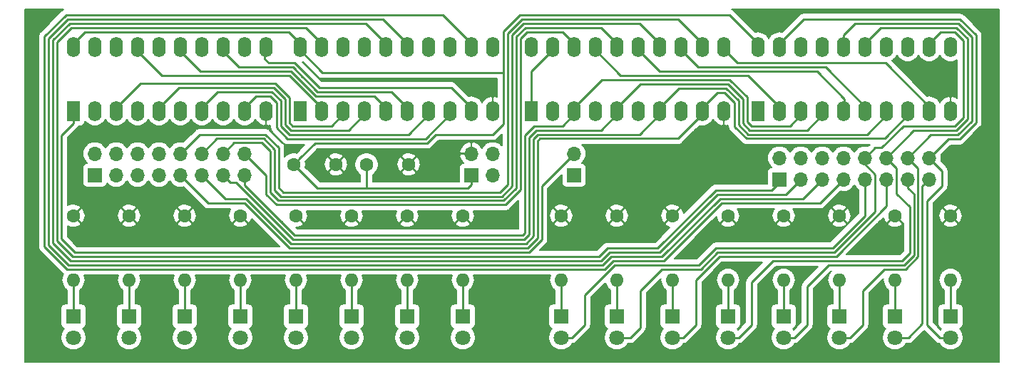
<source format=gbr>
G04 #@! TF.GenerationSoftware,KiCad,Pcbnew,(5.1.4)-1*
G04 #@! TF.CreationDate,2020-05-13T21:25:09+02:00*
G04 #@! TF.ProjectId,register_pcb,72656769-7374-4657-925f-7063622e6b69,rev?*
G04 #@! TF.SameCoordinates,Original*
G04 #@! TF.FileFunction,Copper,L1,Top*
G04 #@! TF.FilePolarity,Positive*
%FSLAX46Y46*%
G04 Gerber Fmt 4.6, Leading zero omitted, Abs format (unit mm)*
G04 Created by KiCad (PCBNEW (5.1.4)-1) date 2020-05-13 21:25:09*
%MOMM*%
%LPD*%
G04 APERTURE LIST*
%ADD10C,1.600000*%
%ADD11O,1.700000X1.700000*%
%ADD12R,1.700000X1.700000*%
%ADD13R,1.600000X2.400000*%
%ADD14O,1.600000X2.400000*%
%ADD15O,1.600000X1.600000*%
%ADD16R,1.800000X1.800000*%
%ADD17C,1.800000*%
%ADD18C,0.250000*%
%ADD19C,0.200000*%
G04 APERTURE END LIST*
D10*
X122348000Y-69850000D03*
X117348000Y-69850000D03*
X113712000Y-69850000D03*
X108712000Y-69850000D03*
D11*
X102870000Y-68580000D03*
X102870000Y-71120000D03*
X100330000Y-68580000D03*
X100330000Y-71120000D03*
X97790000Y-68580000D03*
X97790000Y-71120000D03*
X95250000Y-68580000D03*
X95250000Y-71120000D03*
X92710000Y-68580000D03*
X92710000Y-71120000D03*
X90170000Y-68580000D03*
X90170000Y-71120000D03*
X87630000Y-68580000D03*
X87630000Y-71120000D03*
X85090000Y-68580000D03*
D12*
X85090000Y-71120000D03*
D11*
X132334000Y-68580000D03*
X132334000Y-71120000D03*
X129794000Y-68580000D03*
D12*
X129794000Y-71120000D03*
X166370000Y-71628000D03*
D11*
X166370000Y-69088000D03*
X168910000Y-71628000D03*
X168910000Y-69088000D03*
X171450000Y-71628000D03*
X171450000Y-69088000D03*
X173990000Y-71628000D03*
X173990000Y-69088000D03*
X176530000Y-71628000D03*
X176530000Y-69088000D03*
X179070000Y-71628000D03*
X179070000Y-69088000D03*
X181610000Y-71628000D03*
X181610000Y-69088000D03*
X184150000Y-71628000D03*
X184150000Y-69088000D03*
D12*
X141986000Y-71120000D03*
D11*
X141986000Y-68580000D03*
D13*
X136906000Y-63500000D03*
D14*
X159766000Y-55880000D03*
X139446000Y-63500000D03*
X157226000Y-55880000D03*
X141986000Y-63500000D03*
X154686000Y-55880000D03*
X144526000Y-63500000D03*
X152146000Y-55880000D03*
X147066000Y-63500000D03*
X149606000Y-55880000D03*
X149606000Y-63500000D03*
X147066000Y-55880000D03*
X152146000Y-63500000D03*
X144526000Y-55880000D03*
X154686000Y-63500000D03*
X141986000Y-55880000D03*
X157226000Y-63500000D03*
X139446000Y-55880000D03*
X159766000Y-63500000D03*
X136906000Y-55880000D03*
D13*
X109474000Y-63500000D03*
D14*
X132334000Y-55880000D03*
X112014000Y-63500000D03*
X129794000Y-55880000D03*
X114554000Y-63500000D03*
X127254000Y-55880000D03*
X117094000Y-63500000D03*
X124714000Y-55880000D03*
X119634000Y-63500000D03*
X122174000Y-55880000D03*
X122174000Y-63500000D03*
X119634000Y-55880000D03*
X124714000Y-63500000D03*
X117094000Y-55880000D03*
X127254000Y-63500000D03*
X114554000Y-55880000D03*
X129794000Y-63500000D03*
X112014000Y-55880000D03*
X132334000Y-63500000D03*
X109474000Y-55880000D03*
D13*
X163830000Y-63500000D03*
D14*
X186690000Y-55880000D03*
X166370000Y-63500000D03*
X184150000Y-55880000D03*
X168910000Y-63500000D03*
X181610000Y-55880000D03*
X171450000Y-63500000D03*
X179070000Y-55880000D03*
X173990000Y-63500000D03*
X176530000Y-55880000D03*
X176530000Y-63500000D03*
X173990000Y-55880000D03*
X179070000Y-63500000D03*
X171450000Y-55880000D03*
X181610000Y-63500000D03*
X168910000Y-55880000D03*
X184150000Y-63500000D03*
X166370000Y-55880000D03*
X186690000Y-63500000D03*
X163830000Y-55880000D03*
D13*
X82550000Y-63500000D03*
D14*
X105410000Y-55880000D03*
X85090000Y-63500000D03*
X102870000Y-55880000D03*
X87630000Y-63500000D03*
X100330000Y-55880000D03*
X90170000Y-63500000D03*
X97790000Y-55880000D03*
X92710000Y-63500000D03*
X95250000Y-55880000D03*
X95250000Y-63500000D03*
X92710000Y-55880000D03*
X97790000Y-63500000D03*
X90170000Y-55880000D03*
X100330000Y-63500000D03*
X87630000Y-55880000D03*
X102870000Y-63500000D03*
X85090000Y-55880000D03*
X105410000Y-63500000D03*
X82550000Y-55880000D03*
D15*
X186690000Y-83566000D03*
D10*
X186690000Y-75946000D03*
D15*
X180086000Y-83566000D03*
D10*
X180086000Y-75946000D03*
D15*
X173482000Y-83566000D03*
D10*
X173482000Y-75946000D03*
D15*
X166878000Y-83566000D03*
D10*
X166878000Y-75946000D03*
D15*
X160274000Y-83566000D03*
D10*
X160274000Y-75946000D03*
D15*
X153670000Y-83566000D03*
D10*
X153670000Y-75946000D03*
D15*
X147066000Y-83566000D03*
D10*
X147066000Y-75946000D03*
D15*
X140462000Y-83566000D03*
D10*
X140462000Y-75946000D03*
D15*
X128778000Y-83566000D03*
D10*
X128778000Y-75946000D03*
D15*
X122174000Y-83566000D03*
D10*
X122174000Y-75946000D03*
D15*
X115570000Y-83566000D03*
D10*
X115570000Y-75946000D03*
D15*
X108966000Y-83566000D03*
D10*
X108966000Y-75946000D03*
D15*
X102362000Y-83566000D03*
D10*
X102362000Y-75946000D03*
D15*
X95758000Y-83566000D03*
D10*
X95758000Y-75946000D03*
D15*
X89154000Y-83566000D03*
D10*
X89154000Y-75946000D03*
X82550000Y-75946000D03*
D15*
X82550000Y-83566000D03*
D16*
X186690000Y-87884000D03*
D17*
X186690000Y-90424000D03*
D16*
X180086000Y-87884000D03*
D17*
X180086000Y-90424000D03*
D16*
X173482000Y-87884000D03*
D17*
X173482000Y-90424000D03*
D16*
X166878000Y-87884000D03*
D17*
X166878000Y-90424000D03*
D16*
X160274000Y-87884000D03*
D17*
X160274000Y-90424000D03*
D16*
X153670000Y-87884000D03*
D17*
X153670000Y-90424000D03*
D16*
X147066000Y-87884000D03*
D17*
X147066000Y-90424000D03*
D16*
X140462000Y-87884000D03*
D17*
X140462000Y-90424000D03*
D16*
X128778000Y-87884000D03*
D17*
X128778000Y-90424000D03*
D16*
X122174000Y-87884000D03*
D17*
X122174000Y-90424000D03*
D16*
X115570000Y-87884000D03*
D17*
X115570000Y-90424000D03*
D16*
X108966000Y-87884000D03*
D17*
X108966000Y-90424000D03*
D16*
X102362000Y-87884000D03*
D17*
X102362000Y-90424000D03*
D16*
X95758000Y-87884000D03*
D17*
X95758000Y-90424000D03*
D16*
X89154000Y-87884000D03*
D17*
X89154000Y-90424000D03*
D16*
X82550000Y-87884000D03*
D17*
X82550000Y-90424000D03*
D18*
X82550000Y-87884000D02*
X82550000Y-83566000D01*
X105410000Y-73406000D02*
X105410000Y-71120000D01*
X106648040Y-74644040D02*
X105410000Y-73406000D01*
X133836340Y-74644040D02*
X106648040Y-74644040D01*
X135628010Y-72852370D02*
X133836340Y-74644040D01*
X105410000Y-71120000D02*
X102870000Y-68580000D01*
X135628010Y-54871990D02*
X135628010Y-72852370D01*
X136398000Y-54102000D02*
X135628010Y-54871990D01*
X140608000Y-54102000D02*
X136398000Y-54102000D01*
X141986000Y-55480000D02*
X140608000Y-54102000D01*
X141986000Y-55880000D02*
X141986000Y-55480000D01*
X145300958Y-59785042D02*
X146907042Y-59785042D01*
X141986000Y-63100000D02*
X145300958Y-59785042D01*
X141986000Y-63500000D02*
X141986000Y-63100000D01*
X146907042Y-59785042D02*
X145427958Y-59785042D01*
X169037000Y-63900000D02*
X169037000Y-63500000D01*
X146907042Y-59785042D02*
X160458402Y-59785042D01*
X160458402Y-59785042D02*
X162536030Y-61862670D01*
X162536030Y-61862670D02*
X162536030Y-64754032D01*
X162536030Y-64754032D02*
X163059998Y-65278000D01*
X163059998Y-65278000D02*
X167659000Y-65278000D01*
X167659000Y-65278000D02*
X169037000Y-63900000D01*
X107785360Y-77216000D02*
X107232680Y-76663320D01*
X102870000Y-72300640D02*
X107785360Y-77216000D01*
X102870000Y-71120000D02*
X102870000Y-72300640D01*
X108801360Y-78232000D02*
X135874860Y-78232000D01*
X135874860Y-78232000D02*
X136144000Y-77962860D01*
X141986000Y-63900000D02*
X141986000Y-63500000D01*
X136144000Y-77962860D02*
X136144000Y-66421000D01*
X140608000Y-65278000D02*
X141986000Y-63900000D01*
X107785360Y-77216000D02*
X108801360Y-78232000D01*
X136144000Y-66421000D02*
X137287000Y-65278000D01*
X137287000Y-65278000D02*
X140608000Y-65278000D01*
X101631960Y-67278040D02*
X100330000Y-68580000D01*
X104920078Y-67278040D02*
X101631960Y-67278040D01*
X147066000Y-55880000D02*
X147066000Y-55480000D01*
X136190890Y-53601990D02*
X135128000Y-54664880D01*
X145187990Y-53601990D02*
X136190890Y-53601990D01*
X147066000Y-55480000D02*
X145187990Y-53601990D01*
X105910010Y-68267972D02*
X104920078Y-67278040D01*
X105910010Y-73198890D02*
X105910010Y-68267972D01*
X106855150Y-74144030D02*
X105910010Y-73198890D01*
X133629230Y-74144030D02*
X131421030Y-74144030D01*
X135128000Y-72645260D02*
X133629230Y-74144030D01*
X135128000Y-64770000D02*
X135128000Y-72645260D01*
X135128000Y-54664880D02*
X135128000Y-64770000D01*
X135128000Y-64770000D02*
X135128000Y-65104122D01*
X106855150Y-74144030D02*
X131421030Y-74144030D01*
X171577000Y-63900000D02*
X171577000Y-63500000D01*
X169698990Y-65778010D02*
X171577000Y-63900000D01*
X162852888Y-65778010D02*
X169698990Y-65778010D01*
X147066000Y-63500000D02*
X147066000Y-63100000D01*
X149880948Y-60285052D02*
X160251292Y-60285052D01*
X160251292Y-60285052D02*
X162036020Y-62069780D01*
X147066000Y-63100000D02*
X149880948Y-60285052D01*
X162036020Y-62069780D02*
X162036020Y-64961142D01*
X162036020Y-64961142D02*
X162852888Y-65778010D01*
X101179999Y-71969999D02*
X100330000Y-71120000D01*
X108602242Y-78740000D02*
X101832241Y-71969999D01*
X136073976Y-78740000D02*
X108602242Y-78740000D01*
X147066000Y-63500000D02*
X147066000Y-63900000D01*
X147066000Y-63900000D02*
X145187992Y-65778008D01*
X145187992Y-65778008D02*
X137494108Y-65778008D01*
X137494108Y-65778008D02*
X136644010Y-66628106D01*
X136644010Y-66628106D02*
X136644009Y-78169967D01*
X101832241Y-71969999D02*
X101179999Y-71969999D01*
X136644009Y-78169967D02*
X136073976Y-78740000D01*
X152146000Y-55480000D02*
X152146000Y-55880000D01*
X149767980Y-53101980D02*
X152146000Y-55480000D01*
X148605980Y-53101980D02*
X149767980Y-53101980D01*
X148889695Y-53101980D02*
X148605980Y-53101980D01*
X99591970Y-66778030D02*
X97790000Y-68580000D01*
X105127188Y-66778030D02*
X99591970Y-66778030D01*
X106410020Y-72882020D02*
X106410020Y-68060862D01*
X106410020Y-68060862D02*
X105127188Y-66778030D01*
X148605980Y-53101980D02*
X135983780Y-53101980D01*
X135983780Y-53101980D02*
X134620000Y-54465760D01*
X134620000Y-72446140D02*
X133422120Y-73644020D01*
X133422120Y-73644020D02*
X107172020Y-73644020D01*
X134620000Y-54465760D02*
X134620000Y-72446140D01*
X107172020Y-73644020D02*
X106410020Y-72882020D01*
X179197000Y-63900000D02*
X179197000Y-63500000D01*
X152146000Y-63500000D02*
X152146000Y-63100000D01*
X152146000Y-63100000D02*
X154460938Y-60785062D01*
X160044182Y-60785062D02*
X161536010Y-62276890D01*
X154460938Y-60785062D02*
X160044182Y-60785062D01*
X162645778Y-66278020D02*
X161536010Y-65168252D01*
X179197000Y-63900000D02*
X176818980Y-66278020D01*
X176818980Y-66278020D02*
X162645778Y-66278020D01*
X161536010Y-65168252D02*
X161536010Y-62276890D01*
X152146000Y-63900000D02*
X152146000Y-63500000D01*
X137701219Y-66278019D02*
X149767981Y-66278019D01*
X137144020Y-66835218D02*
X137701219Y-66278019D01*
X100591989Y-73921989D02*
X103077110Y-73921990D01*
X97790000Y-71120000D02*
X100591989Y-73921989D01*
X149767981Y-66278019D02*
X152146000Y-63900000D01*
X103077110Y-73921990D02*
X108395131Y-79240011D01*
X108395131Y-79240011D02*
X136281088Y-79240010D01*
X136281088Y-79240010D02*
X137144019Y-78377079D01*
X137144019Y-78377079D02*
X137144020Y-66835218D01*
X134119990Y-55618010D02*
X134104010Y-55633990D01*
X134119990Y-54258650D02*
X134119990Y-55618010D01*
X135776670Y-52601970D02*
X134119990Y-54258650D01*
X154347970Y-52601970D02*
X135776670Y-52601970D01*
X157226000Y-55880000D02*
X157226000Y-55480000D01*
X157226000Y-55480000D02*
X154347970Y-52601970D01*
X97551980Y-66278020D02*
X95250000Y-68580000D01*
X105334298Y-66278020D02*
X97551980Y-66278020D01*
X134119990Y-55618010D02*
X134119990Y-72239030D01*
X134119990Y-72239030D02*
X133215010Y-73144010D01*
X133215010Y-73144010D02*
X107434010Y-73144010D01*
X107434010Y-73144010D02*
X106910030Y-72620030D01*
X106910030Y-72620030D02*
X106910030Y-67853752D01*
X106910030Y-67853752D02*
X105334298Y-66278020D01*
X157226000Y-63900000D02*
X157226000Y-63500000D01*
X157226000Y-63100000D02*
X159040930Y-61285070D01*
X157226000Y-63500000D02*
X157226000Y-63100000D01*
X159040930Y-61285070D02*
X159837070Y-61285070D01*
X159837070Y-61285070D02*
X161036000Y-62484000D01*
X181737000Y-63900000D02*
X181737000Y-63500000D01*
X178858970Y-66778030D02*
X181737000Y-63900000D01*
X162438668Y-66778030D02*
X178858970Y-66778030D01*
X161036000Y-65375362D02*
X162438668Y-66778030D01*
X161036000Y-62484000D02*
X161036000Y-65375362D01*
X137644030Y-67042330D02*
X137908330Y-66778030D01*
X98552000Y-74422000D02*
X102870000Y-74422000D01*
X95250000Y-71120000D02*
X98552000Y-74422000D01*
X102870000Y-74422000D02*
X108204000Y-79756000D01*
X108204000Y-79756000D02*
X136472220Y-79756000D01*
X136472220Y-79756000D02*
X137644030Y-78584190D01*
X137644030Y-78584190D02*
X137644030Y-67042330D01*
X154347970Y-66778030D02*
X155711500Y-65414500D01*
X144883030Y-66778030D02*
X154347970Y-66778030D01*
X155711500Y-65414500D02*
X157226000Y-63900000D01*
X144883030Y-66778030D02*
X145202210Y-66778030D01*
X137908330Y-66778030D02*
X144883030Y-66778030D01*
X127254000Y-63900000D02*
X127254000Y-63500000D01*
X124352000Y-66802000D02*
X127254000Y-63900000D01*
X107979638Y-66802000D02*
X124352000Y-66802000D01*
X102870000Y-63500000D02*
X102870000Y-63100000D01*
X102870000Y-63100000D02*
X104248000Y-61722000D01*
X104248000Y-61722000D02*
X105918000Y-61722000D01*
X105918000Y-61722000D02*
X106680000Y-62484000D01*
X106680000Y-62484000D02*
X106680000Y-65502362D01*
X106680000Y-65502362D02*
X107979638Y-66802000D01*
X122335980Y-66278020D02*
X124714000Y-63900000D01*
X108162778Y-66278020D02*
X122335980Y-66278020D01*
X97790000Y-63100000D02*
X99668010Y-61221990D01*
X99668010Y-61221990D02*
X106125110Y-61221990D01*
X106125110Y-61221990D02*
X107188000Y-62284880D01*
X107188000Y-62284880D02*
X107188000Y-65303242D01*
X124714000Y-63900000D02*
X124714000Y-63500000D01*
X97790000Y-63500000D02*
X97790000Y-63100000D01*
X107188000Y-65303242D02*
X108162778Y-66278020D01*
X117094000Y-63900000D02*
X117094000Y-63500000D01*
X115215990Y-65778010D02*
X117094000Y-63900000D01*
X92710000Y-63500000D02*
X92710000Y-63100000D01*
X92710000Y-63100000D02*
X95088020Y-60721980D01*
X95088020Y-60721980D02*
X106332220Y-60721980D01*
X108369888Y-65778010D02*
X115215990Y-65778010D01*
X106332220Y-60721980D02*
X107688010Y-62077770D01*
X107688010Y-62077770D02*
X107688010Y-65096132D01*
X107688010Y-65096132D02*
X108369888Y-65778010D01*
X114554000Y-63900000D02*
X114554000Y-63500000D01*
X113176000Y-65278000D02*
X114554000Y-63900000D01*
X108576998Y-65278000D02*
X113176000Y-65278000D01*
X87630000Y-63500000D02*
X87630000Y-63100000D01*
X90532000Y-60198000D02*
X106515360Y-60198000D01*
X87630000Y-63100000D02*
X90532000Y-60198000D01*
X106515360Y-60198000D02*
X108204000Y-61886640D01*
X108204000Y-61886640D02*
X108204000Y-64905002D01*
X108204000Y-64905002D02*
X108576998Y-65278000D01*
X133604000Y-62484000D02*
X133604000Y-62738000D01*
X133604000Y-54067520D02*
X133604000Y-58928000D01*
X135569560Y-52101960D02*
X133604000Y-54067520D01*
X137128040Y-52101960D02*
X135569560Y-52101960D01*
X137128040Y-52101960D02*
X136366040Y-52101960D01*
X112122000Y-58928000D02*
X133604000Y-58928000D01*
X109474000Y-56280000D02*
X112122000Y-58928000D01*
X109474000Y-55880000D02*
X109474000Y-56280000D01*
X133604000Y-62738000D02*
X133604000Y-58928000D01*
X160451960Y-52101960D02*
X137128040Y-52101960D01*
X163830000Y-55480000D02*
X160451960Y-52101960D01*
X163830000Y-55880000D02*
X163830000Y-55480000D01*
X120642010Y-67302010D02*
X120650000Y-67310000D01*
X119895990Y-67302010D02*
X120642010Y-67302010D01*
X121673990Y-67302010D02*
X122336010Y-67302010D01*
X119895990Y-67302010D02*
X121673990Y-67302010D01*
X117348000Y-67310000D02*
X117340010Y-67302010D01*
X117340010Y-67302010D02*
X119895990Y-67302010D01*
X133604000Y-65024000D02*
X133604000Y-62738000D01*
X132334000Y-66294000D02*
X133604000Y-65024000D01*
X125567120Y-66294000D02*
X132334000Y-66294000D01*
X121681980Y-67310000D02*
X124551120Y-67310000D01*
X124551120Y-67310000D02*
X125567120Y-66294000D01*
X121673990Y-67302010D02*
X121681980Y-67310000D01*
X83935990Y-54094010D02*
X84374890Y-54094010D01*
X82550000Y-55880000D02*
X82550000Y-55480000D01*
X82550000Y-55480000D02*
X83935990Y-54094010D01*
X108088010Y-54094010D02*
X106179990Y-54094010D01*
X109474000Y-55480000D02*
X108088010Y-54094010D01*
X109474000Y-55880000D02*
X109474000Y-55480000D01*
X106179990Y-54094010D02*
X106638010Y-54094010D01*
X109511999Y-69034021D02*
X111244010Y-67302010D01*
X109511999Y-69050001D02*
X109511999Y-69034021D01*
X108712000Y-69850000D02*
X109511999Y-69050001D01*
X111244010Y-67302010D02*
X117340010Y-67302010D01*
X84374890Y-54094010D02*
X106179990Y-54094010D01*
X108712000Y-69850000D02*
X111506000Y-72644000D01*
X117348000Y-70981370D02*
X117348000Y-72644000D01*
X117348000Y-69850000D02*
X117348000Y-70981370D01*
X111506000Y-72644000D02*
X117348000Y-72644000D01*
X128905000Y-72644000D02*
X129370000Y-72644000D01*
X129794000Y-72220000D02*
X129794000Y-71120000D01*
X129370000Y-72644000D02*
X129794000Y-72220000D01*
X128524000Y-72644000D02*
X129370000Y-72644000D01*
X128524000Y-72644000D02*
X128905000Y-72644000D01*
X117348000Y-72644000D02*
X128524000Y-72644000D01*
X169248030Y-52601970D02*
X169949970Y-52601970D01*
X166370000Y-55480000D02*
X169248030Y-52601970D01*
X166370000Y-55880000D02*
X166370000Y-55480000D01*
X169949970Y-52601970D02*
X169375030Y-52601970D01*
X187755832Y-66841528D02*
X189714030Y-64883330D01*
X189714030Y-64883330D02*
X189714030Y-54496670D01*
X189714030Y-54496670D02*
X187819330Y-52601970D01*
X187819330Y-52601970D02*
X169949970Y-52601970D01*
X186690000Y-90424000D02*
X185417208Y-90424000D01*
X185417208Y-90424000D02*
X183896000Y-88902792D01*
X183896000Y-88902792D02*
X183896000Y-74168000D01*
X184150000Y-69088000D02*
X186396472Y-66841528D01*
X186396472Y-66841528D02*
X187755832Y-66841528D01*
X185674000Y-72390000D02*
X185674000Y-70612000D01*
X185674000Y-70612000D02*
X184150000Y-69088000D01*
X183896000Y-74168000D02*
X185674000Y-72390000D01*
X144526000Y-56280000D02*
X144526000Y-55880000D01*
X147531030Y-59285030D02*
X144526000Y-56280000D01*
X162682030Y-59285030D02*
X147531030Y-59285030D01*
X166497000Y-63100000D02*
X162682030Y-59285030D01*
X166497000Y-63500000D02*
X166497000Y-63100000D01*
X183335011Y-74369011D02*
X183335011Y-74168000D01*
X183335011Y-72442989D02*
X183335011Y-74369011D01*
X184150000Y-71628000D02*
X183335011Y-72442989D01*
X181674998Y-90424000D02*
X180086000Y-90424000D01*
X183335011Y-88763987D02*
X181674998Y-90424000D01*
X183335011Y-74369011D02*
X183335011Y-88763987D01*
X175318020Y-53101980D02*
X187612220Y-53101980D01*
X189214020Y-54703780D02*
X187612220Y-53101980D01*
X189214020Y-64676220D02*
X189214020Y-54703780D01*
X187548722Y-66341518D02*
X189214020Y-64676220D01*
X173990000Y-54430000D02*
X175318020Y-53101980D01*
X173990000Y-55880000D02*
X173990000Y-54430000D01*
X181610000Y-69088000D02*
X184356482Y-66341518D01*
X184356482Y-66341518D02*
X187548722Y-66341518D01*
X174754792Y-90424000D02*
X173482000Y-90424000D01*
X176276000Y-88902792D02*
X174754792Y-90424000D01*
X181610000Y-69088000D02*
X182835001Y-70313001D01*
X182835001Y-80816999D02*
X181356000Y-82296000D01*
X181356000Y-82296000D02*
X178816000Y-82296000D01*
X178816000Y-82296000D02*
X176276000Y-84836000D01*
X182835001Y-70313001D02*
X182835001Y-80816999D01*
X176276000Y-84836000D02*
X176276000Y-88902792D01*
X174117000Y-62050000D02*
X174117000Y-63500000D01*
X170852020Y-58785020D02*
X174117000Y-62050000D01*
X152111020Y-58785020D02*
X170852020Y-58785020D01*
X149606000Y-56280000D02*
X152111020Y-58785020D01*
X149606000Y-55880000D02*
X149606000Y-56280000D01*
X181610000Y-72644000D02*
X181610000Y-71628000D01*
X182334991Y-73368991D02*
X181610000Y-72644000D01*
X168150792Y-90424000D02*
X169672000Y-88902792D01*
X166878000Y-90424000D02*
X168150792Y-90424000D01*
X169672000Y-88902792D02*
X169672000Y-84328000D01*
X169672000Y-84328000D02*
X172212000Y-81788000D01*
X172212000Y-81788000D02*
X181156880Y-81788000D01*
X182334991Y-80609889D02*
X182334991Y-73368991D01*
X181156880Y-81788000D02*
X182334991Y-80609889D01*
X188714010Y-54910890D02*
X188714010Y-64469110D01*
X187405110Y-53601990D02*
X188714010Y-54910890D01*
X187405110Y-53601990D02*
X178408010Y-53601990D01*
X176530000Y-55480000D02*
X176530000Y-55880000D01*
X178408010Y-53601990D02*
X176530000Y-55480000D01*
X188714010Y-64469110D02*
X187341612Y-65841508D01*
X187341612Y-65841508D02*
X182316492Y-65841508D01*
X179070000Y-69088000D02*
X182316492Y-65841508D01*
X161546792Y-90424000D02*
X160274000Y-90424000D01*
X163068000Y-88902792D02*
X161546792Y-90424000D01*
X163068000Y-83820000D02*
X163068000Y-88902792D01*
X165608000Y-81280000D02*
X163068000Y-83820000D01*
X171996900Y-81280000D02*
X165608000Y-81280000D01*
X172004890Y-81287990D02*
X171996900Y-81280000D01*
X179070000Y-69088000D02*
X180295001Y-70313001D01*
X180295001Y-70313001D02*
X180295001Y-73361001D01*
X180295001Y-73361001D02*
X181834981Y-74900981D01*
X181834981Y-74900981D02*
X181834981Y-80402779D01*
X181834981Y-80402779D02*
X180949770Y-81287990D01*
X180949770Y-81287990D02*
X172004890Y-81287990D01*
X176657000Y-63100000D02*
X176657000Y-63500000D01*
X171842010Y-58285010D02*
X176657000Y-63100000D01*
X156691010Y-58285010D02*
X171842010Y-58285010D01*
X154686000Y-56280000D02*
X156691010Y-58285010D01*
X154686000Y-55880000D02*
X154686000Y-56280000D01*
X154942792Y-90424000D02*
X153670000Y-90424000D01*
X156464000Y-88902792D02*
X154942792Y-90424000D01*
X156464000Y-83566000D02*
X156464000Y-88902792D01*
X159250010Y-80779990D02*
X156464000Y-83566000D01*
X173110250Y-80779990D02*
X159250010Y-80779990D01*
X179070000Y-74820240D02*
X173110250Y-80779990D01*
X179070000Y-71628000D02*
X179070000Y-74820240D01*
X187198000Y-54102000D02*
X188214000Y-55118000D01*
X188214000Y-55118000D02*
X188214000Y-64262000D01*
X188214000Y-64262000D02*
X187198000Y-65278000D01*
X185528000Y-54102000D02*
X187198000Y-54102000D01*
X184150000Y-55880000D02*
X184150000Y-55480000D01*
X184150000Y-55480000D02*
X185528000Y-54102000D01*
X181066120Y-65278000D02*
X187198000Y-65278000D01*
X177137560Y-76045560D02*
X175459120Y-77724000D01*
X177755001Y-75428119D02*
X177137560Y-76045560D01*
X176530000Y-69088000D02*
X177755001Y-67862999D01*
X177755001Y-67862999D02*
X178481121Y-67862999D01*
X178481121Y-67862999D02*
X181066120Y-65278000D01*
X176530000Y-69814998D02*
X177755001Y-71039999D01*
X176530000Y-69088000D02*
X176530000Y-69814998D01*
X177755001Y-71039999D02*
X177755001Y-75428119D01*
X172903140Y-80279980D02*
X177137560Y-76045560D01*
X159042900Y-80279980D02*
X172903140Y-80279980D01*
X147066000Y-90424000D02*
X148654998Y-90424000D01*
X148654998Y-90424000D02*
X149860000Y-89218998D01*
X149860000Y-89218998D02*
X149860000Y-84836000D01*
X149860000Y-84836000D02*
X152400000Y-82296000D01*
X152400000Y-82296000D02*
X157026880Y-82296000D01*
X157026880Y-82296000D02*
X159042900Y-80279980D01*
X184277000Y-63100000D02*
X178962000Y-57785000D01*
X184277000Y-63500000D02*
X184277000Y-63100000D01*
X159766000Y-55880000D02*
X159766000Y-56134000D01*
X178434998Y-57785002D02*
X178435000Y-57785000D01*
X159766000Y-56134000D02*
X161417002Y-57785002D01*
X178962000Y-57785000D02*
X178435000Y-57785000D01*
X178435000Y-57785000D02*
X178308000Y-57785000D01*
X176149000Y-57785000D02*
X178435000Y-57785000D01*
X176148998Y-57785002D02*
X176149000Y-57785000D01*
X161417002Y-57785002D02*
X176148998Y-57785002D01*
X176530000Y-75946000D02*
X176530000Y-71628000D01*
X158835790Y-79779970D02*
X172696030Y-79779970D01*
X156827760Y-81788000D02*
X158835790Y-79779970D01*
X146812000Y-81788000D02*
X156827760Y-81788000D01*
X172696030Y-79779970D02*
X176530000Y-75946000D01*
X143256000Y-85344000D02*
X146812000Y-81788000D01*
X143256000Y-88902792D02*
X143256000Y-85344000D01*
X141734792Y-90424000D02*
X143256000Y-88902792D01*
X140462000Y-90424000D02*
X141734792Y-90424000D01*
X105283000Y-55880000D02*
X105283000Y-57330000D01*
X105283000Y-57330000D02*
X105738000Y-57785000D01*
X129794000Y-63500000D02*
X129794000Y-63100000D01*
X129794000Y-63100000D02*
X127407990Y-60713990D01*
X127407990Y-60713990D02*
X111749350Y-60713990D01*
X111749350Y-60713990D02*
X108820360Y-57785000D01*
X108820360Y-57785000D02*
X105738000Y-57785000D01*
X79525972Y-80033972D02*
X80137000Y-80645000D01*
X129794000Y-55480000D02*
X129794000Y-55880000D01*
X126391989Y-52077989D02*
X129794000Y-55480000D01*
X81690649Y-52077989D02*
X126391989Y-52077989D01*
X79121000Y-54647638D02*
X81690649Y-52077989D01*
X80137000Y-80645000D02*
X79121000Y-79629000D01*
X79121000Y-79629000D02*
X79121000Y-54647638D01*
X171211980Y-74406020D02*
X173990000Y-71628000D01*
X159527980Y-74406020D02*
X171211980Y-74406020D01*
X152646010Y-81287990D02*
X159527980Y-74406020D01*
X81788000Y-82296000D02*
X145596880Y-82296000D01*
X146604890Y-81287990D02*
X152646010Y-81287990D01*
X80137000Y-80645000D02*
X81788000Y-82296000D01*
X145596880Y-82296000D02*
X146604890Y-81287990D01*
X122174000Y-63100000D02*
X120288000Y-61214000D01*
X122174000Y-63500000D02*
X122174000Y-63100000D01*
X111542240Y-61214000D02*
X108613252Y-58285012D01*
X120288000Y-61214000D02*
X111542240Y-61214000D01*
X108613250Y-58285010D02*
X109746120Y-59417880D01*
X102208010Y-58285010D02*
X108613250Y-58285010D01*
X100203000Y-56280000D02*
X102208010Y-58285010D01*
X100203000Y-55880000D02*
X100203000Y-56280000D01*
X169171991Y-73906009D02*
X159320869Y-73906009D01*
X79621011Y-79421889D02*
X79621011Y-54854749D01*
X79621011Y-54854749D02*
X81897760Y-52578000D01*
X122174000Y-55480000D02*
X122174000Y-55880000D01*
X81897760Y-52578000D02*
X119272000Y-52578000D01*
X119272000Y-52578000D02*
X122174000Y-55480000D01*
X145389769Y-81795989D02*
X81995111Y-81795989D01*
X146397779Y-80787979D02*
X145389769Y-81795989D01*
X152438899Y-80787979D02*
X146397779Y-80787979D01*
X81995111Y-81795989D02*
X79621011Y-79421889D01*
X159320869Y-73906009D02*
X152438899Y-80787979D01*
X171450000Y-71628000D02*
X169171991Y-73906009D01*
X95123000Y-55880000D02*
X95123000Y-56280000D01*
X119634000Y-63100000D02*
X118256000Y-61722000D01*
X119634000Y-63500000D02*
X119634000Y-63100000D01*
X111343120Y-61722000D02*
X108406142Y-58785022D01*
X118256000Y-61722000D02*
X111343120Y-61722000D01*
X97628022Y-58785022D02*
X97272500Y-58429500D01*
X108406142Y-58785022D02*
X97628022Y-58785022D01*
X95123000Y-56280000D02*
X97272500Y-58429500D01*
X97272500Y-58429500D02*
X97628020Y-58785020D01*
X159004001Y-73405999D02*
X167132001Y-73405999D01*
X152122028Y-80287972D02*
X159004001Y-73405999D01*
X146190668Y-80287972D02*
X152122028Y-80287972D01*
X145182659Y-81295979D02*
X146190668Y-80287972D01*
X80121022Y-79214778D02*
X82202221Y-81295979D01*
X82202221Y-81295979D02*
X145182659Y-81295979D01*
X80121022Y-55061860D02*
X80121022Y-79214778D01*
X82088893Y-53093989D02*
X80121022Y-55061860D01*
X167132001Y-73405999D02*
X168910000Y-71628000D01*
X119634000Y-55880000D02*
X119634000Y-55480000D01*
X117247989Y-53093989D02*
X82088893Y-53093989D01*
X119634000Y-55480000D02*
X117247989Y-53093989D01*
X90043000Y-56280000D02*
X90043000Y-55880000D01*
X93048030Y-59285030D02*
X90043000Y-56280000D01*
X108199030Y-59285030D02*
X93048030Y-59285030D01*
X112014000Y-63100000D02*
X108199030Y-59285030D01*
X112014000Y-63500000D02*
X112014000Y-63100000D01*
X112014000Y-55880000D02*
X112014000Y-55480000D01*
X112014000Y-55480000D02*
X110128000Y-53594000D01*
X84582000Y-53594000D02*
X87630000Y-53594000D01*
X87630000Y-53594000D02*
X86360000Y-53594000D01*
X110128000Y-53594000D02*
X87630000Y-53594000D01*
X85344000Y-53594000D02*
X84582000Y-53594000D01*
X82296004Y-53594000D02*
X84582000Y-53594000D01*
X80621033Y-78970033D02*
X80621033Y-55268971D01*
X82446968Y-80795968D02*
X80621033Y-78970033D01*
X144975548Y-80795968D02*
X82446968Y-80795968D01*
X166370000Y-71628000D02*
X166370000Y-72009000D01*
X166370000Y-72009000D02*
X165473011Y-72905989D01*
X80621033Y-55268971D02*
X82296004Y-53594000D01*
X165473011Y-72905989D02*
X158796889Y-72905989D01*
X158796889Y-72905989D02*
X151914917Y-79787961D01*
X151914917Y-79787961D02*
X145983557Y-79787961D01*
X145983557Y-79787961D02*
X144975548Y-80795968D01*
X89154000Y-87884000D02*
X89154000Y-83566000D01*
X95758000Y-87884000D02*
X95758000Y-83566000D01*
X102362000Y-87884000D02*
X102362000Y-83566000D01*
X108966000Y-87884000D02*
X108966000Y-83566000D01*
X115570000Y-87884000D02*
X115570000Y-83566000D01*
X122174000Y-87884000D02*
X122174000Y-83566000D01*
X128778000Y-87884000D02*
X128778000Y-83566000D01*
X140462000Y-87884000D02*
X140462000Y-83566000D01*
X147066000Y-87884000D02*
X147066000Y-83566000D01*
X153670000Y-87884000D02*
X153670000Y-83566000D01*
X160274000Y-87884000D02*
X160274000Y-83566000D01*
X166878000Y-87884000D02*
X166878000Y-83566000D01*
X173482000Y-87884000D02*
X173482000Y-83566000D01*
X180086000Y-87884000D02*
X180086000Y-83566000D01*
X186690000Y-87884000D02*
X186690000Y-83566000D01*
X139446000Y-56280000D02*
X136906000Y-58820000D01*
X139446000Y-55880000D02*
X139446000Y-56280000D01*
X136906000Y-58820000D02*
X136906000Y-63500000D01*
X82550000Y-64950000D02*
X82550000Y-63500000D01*
X81121044Y-66378956D02*
X82550000Y-64950000D01*
X141986000Y-68580000D02*
X138144040Y-72421960D01*
X138144040Y-72421960D02*
X138144040Y-78791300D01*
X138144040Y-78791300D02*
X136639383Y-80295957D01*
X136639383Y-80295957D02*
X82708957Y-80295957D01*
X82708957Y-80295957D02*
X81121044Y-78708044D01*
X81121044Y-78708044D02*
X81121044Y-66378956D01*
D19*
G36*
X81285912Y-51472258D02*
G01*
X81203174Y-51540159D01*
X81203172Y-51540161D01*
X81175517Y-51562857D01*
X81152821Y-51590512D01*
X78633523Y-54109811D01*
X78605869Y-54132506D01*
X78583173Y-54160161D01*
X78583170Y-54160164D01*
X78515269Y-54242902D01*
X78447947Y-54368851D01*
X78429398Y-54430000D01*
X78406492Y-54505513D01*
X78398895Y-54582652D01*
X78392494Y-54647638D01*
X78396001Y-54683245D01*
X78396000Y-79593403D01*
X78392494Y-79629000D01*
X78396000Y-79664597D01*
X78396000Y-79664606D01*
X78406491Y-79771124D01*
X78442922Y-79891221D01*
X78447947Y-79907787D01*
X78515269Y-80033736D01*
X78581901Y-80114927D01*
X78605868Y-80144131D01*
X78633524Y-80166828D01*
X79319301Y-80852606D01*
X79649525Y-81182830D01*
X79649530Y-81182834D01*
X81250170Y-82783475D01*
X81272868Y-82811132D01*
X81300523Y-82833828D01*
X81300525Y-82833830D01*
X81322045Y-82851491D01*
X81337632Y-82864283D01*
X81250310Y-83027651D01*
X81170257Y-83291552D01*
X81143226Y-83566000D01*
X81170257Y-83840448D01*
X81250310Y-84104349D01*
X81380310Y-84347562D01*
X81555261Y-84560739D01*
X81768438Y-84735690D01*
X81825001Y-84765923D01*
X81825000Y-86381097D01*
X81650000Y-86381097D01*
X81532379Y-86392682D01*
X81419279Y-86426990D01*
X81315045Y-86482704D01*
X81223683Y-86557683D01*
X81148704Y-86649045D01*
X81092990Y-86753279D01*
X81058682Y-86866379D01*
X81047097Y-86984000D01*
X81047097Y-88784000D01*
X81058682Y-88901621D01*
X81092990Y-89014721D01*
X81148704Y-89118955D01*
X81223683Y-89210317D01*
X81315045Y-89285296D01*
X81419279Y-89341010D01*
X81490167Y-89362513D01*
X81384874Y-89467806D01*
X81220717Y-89713483D01*
X81107644Y-89986466D01*
X81050000Y-90276263D01*
X81050000Y-90571737D01*
X81107644Y-90861534D01*
X81220717Y-91134517D01*
X81384874Y-91380194D01*
X81593806Y-91589126D01*
X81839483Y-91753283D01*
X82112466Y-91866356D01*
X82402263Y-91924000D01*
X82697737Y-91924000D01*
X82987534Y-91866356D01*
X83260517Y-91753283D01*
X83506194Y-91589126D01*
X83715126Y-91380194D01*
X83879283Y-91134517D01*
X83992356Y-90861534D01*
X84050000Y-90571737D01*
X84050000Y-90276263D01*
X83992356Y-89986466D01*
X83879283Y-89713483D01*
X83715126Y-89467806D01*
X83609833Y-89362513D01*
X83680721Y-89341010D01*
X83784955Y-89285296D01*
X83876317Y-89210317D01*
X83951296Y-89118955D01*
X84007010Y-89014721D01*
X84041318Y-88901621D01*
X84052903Y-88784000D01*
X84052903Y-86984000D01*
X84041318Y-86866379D01*
X84007010Y-86753279D01*
X83951296Y-86649045D01*
X83876317Y-86557683D01*
X83784955Y-86482704D01*
X83680721Y-86426990D01*
X83567621Y-86392682D01*
X83450000Y-86381097D01*
X83275000Y-86381097D01*
X83275000Y-84765923D01*
X83331562Y-84735690D01*
X83544739Y-84560739D01*
X83719690Y-84347562D01*
X83849690Y-84104349D01*
X83929743Y-83840448D01*
X83956774Y-83566000D01*
X83929743Y-83291552D01*
X83849690Y-83027651D01*
X83846135Y-83021000D01*
X87857865Y-83021000D01*
X87854310Y-83027651D01*
X87774257Y-83291552D01*
X87747226Y-83566000D01*
X87774257Y-83840448D01*
X87854310Y-84104349D01*
X87984310Y-84347562D01*
X88159261Y-84560739D01*
X88372438Y-84735690D01*
X88429001Y-84765923D01*
X88429000Y-86381097D01*
X88254000Y-86381097D01*
X88136379Y-86392682D01*
X88023279Y-86426990D01*
X87919045Y-86482704D01*
X87827683Y-86557683D01*
X87752704Y-86649045D01*
X87696990Y-86753279D01*
X87662682Y-86866379D01*
X87651097Y-86984000D01*
X87651097Y-88784000D01*
X87662682Y-88901621D01*
X87696990Y-89014721D01*
X87752704Y-89118955D01*
X87827683Y-89210317D01*
X87919045Y-89285296D01*
X88023279Y-89341010D01*
X88094167Y-89362513D01*
X87988874Y-89467806D01*
X87824717Y-89713483D01*
X87711644Y-89986466D01*
X87654000Y-90276263D01*
X87654000Y-90571737D01*
X87711644Y-90861534D01*
X87824717Y-91134517D01*
X87988874Y-91380194D01*
X88197806Y-91589126D01*
X88443483Y-91753283D01*
X88716466Y-91866356D01*
X89006263Y-91924000D01*
X89301737Y-91924000D01*
X89591534Y-91866356D01*
X89864517Y-91753283D01*
X90110194Y-91589126D01*
X90319126Y-91380194D01*
X90483283Y-91134517D01*
X90596356Y-90861534D01*
X90654000Y-90571737D01*
X90654000Y-90276263D01*
X90596356Y-89986466D01*
X90483283Y-89713483D01*
X90319126Y-89467806D01*
X90213833Y-89362513D01*
X90284721Y-89341010D01*
X90388955Y-89285296D01*
X90480317Y-89210317D01*
X90555296Y-89118955D01*
X90611010Y-89014721D01*
X90645318Y-88901621D01*
X90656903Y-88784000D01*
X90656903Y-86984000D01*
X90645318Y-86866379D01*
X90611010Y-86753279D01*
X90555296Y-86649045D01*
X90480317Y-86557683D01*
X90388955Y-86482704D01*
X90284721Y-86426990D01*
X90171621Y-86392682D01*
X90054000Y-86381097D01*
X89879000Y-86381097D01*
X89879000Y-84765923D01*
X89935562Y-84735690D01*
X90148739Y-84560739D01*
X90323690Y-84347562D01*
X90453690Y-84104349D01*
X90533743Y-83840448D01*
X90560774Y-83566000D01*
X90533743Y-83291552D01*
X90453690Y-83027651D01*
X90450135Y-83021000D01*
X94461865Y-83021000D01*
X94458310Y-83027651D01*
X94378257Y-83291552D01*
X94351226Y-83566000D01*
X94378257Y-83840448D01*
X94458310Y-84104349D01*
X94588310Y-84347562D01*
X94763261Y-84560739D01*
X94976438Y-84735690D01*
X95033001Y-84765923D01*
X95033000Y-86381097D01*
X94858000Y-86381097D01*
X94740379Y-86392682D01*
X94627279Y-86426990D01*
X94523045Y-86482704D01*
X94431683Y-86557683D01*
X94356704Y-86649045D01*
X94300990Y-86753279D01*
X94266682Y-86866379D01*
X94255097Y-86984000D01*
X94255097Y-88784000D01*
X94266682Y-88901621D01*
X94300990Y-89014721D01*
X94356704Y-89118955D01*
X94431683Y-89210317D01*
X94523045Y-89285296D01*
X94627279Y-89341010D01*
X94698167Y-89362513D01*
X94592874Y-89467806D01*
X94428717Y-89713483D01*
X94315644Y-89986466D01*
X94258000Y-90276263D01*
X94258000Y-90571737D01*
X94315644Y-90861534D01*
X94428717Y-91134517D01*
X94592874Y-91380194D01*
X94801806Y-91589126D01*
X95047483Y-91753283D01*
X95320466Y-91866356D01*
X95610263Y-91924000D01*
X95905737Y-91924000D01*
X96195534Y-91866356D01*
X96468517Y-91753283D01*
X96714194Y-91589126D01*
X96923126Y-91380194D01*
X97087283Y-91134517D01*
X97200356Y-90861534D01*
X97258000Y-90571737D01*
X97258000Y-90276263D01*
X97200356Y-89986466D01*
X97087283Y-89713483D01*
X96923126Y-89467806D01*
X96817833Y-89362513D01*
X96888721Y-89341010D01*
X96992955Y-89285296D01*
X97084317Y-89210317D01*
X97159296Y-89118955D01*
X97215010Y-89014721D01*
X97249318Y-88901621D01*
X97260903Y-88784000D01*
X97260903Y-86984000D01*
X97249318Y-86866379D01*
X97215010Y-86753279D01*
X97159296Y-86649045D01*
X97084317Y-86557683D01*
X96992955Y-86482704D01*
X96888721Y-86426990D01*
X96775621Y-86392682D01*
X96658000Y-86381097D01*
X96483000Y-86381097D01*
X96483000Y-84765923D01*
X96539562Y-84735690D01*
X96752739Y-84560739D01*
X96927690Y-84347562D01*
X97057690Y-84104349D01*
X97137743Y-83840448D01*
X97164774Y-83566000D01*
X97137743Y-83291552D01*
X97057690Y-83027651D01*
X97054135Y-83021000D01*
X101065865Y-83021000D01*
X101062310Y-83027651D01*
X100982257Y-83291552D01*
X100955226Y-83566000D01*
X100982257Y-83840448D01*
X101062310Y-84104349D01*
X101192310Y-84347562D01*
X101367261Y-84560739D01*
X101580438Y-84735690D01*
X101637001Y-84765923D01*
X101637000Y-86381097D01*
X101462000Y-86381097D01*
X101344379Y-86392682D01*
X101231279Y-86426990D01*
X101127045Y-86482704D01*
X101035683Y-86557683D01*
X100960704Y-86649045D01*
X100904990Y-86753279D01*
X100870682Y-86866379D01*
X100859097Y-86984000D01*
X100859097Y-88784000D01*
X100870682Y-88901621D01*
X100904990Y-89014721D01*
X100960704Y-89118955D01*
X101035683Y-89210317D01*
X101127045Y-89285296D01*
X101231279Y-89341010D01*
X101302167Y-89362513D01*
X101196874Y-89467806D01*
X101032717Y-89713483D01*
X100919644Y-89986466D01*
X100862000Y-90276263D01*
X100862000Y-90571737D01*
X100919644Y-90861534D01*
X101032717Y-91134517D01*
X101196874Y-91380194D01*
X101405806Y-91589126D01*
X101651483Y-91753283D01*
X101924466Y-91866356D01*
X102214263Y-91924000D01*
X102509737Y-91924000D01*
X102799534Y-91866356D01*
X103072517Y-91753283D01*
X103318194Y-91589126D01*
X103527126Y-91380194D01*
X103691283Y-91134517D01*
X103804356Y-90861534D01*
X103862000Y-90571737D01*
X103862000Y-90276263D01*
X103804356Y-89986466D01*
X103691283Y-89713483D01*
X103527126Y-89467806D01*
X103421833Y-89362513D01*
X103492721Y-89341010D01*
X103596955Y-89285296D01*
X103688317Y-89210317D01*
X103763296Y-89118955D01*
X103819010Y-89014721D01*
X103853318Y-88901621D01*
X103864903Y-88784000D01*
X103864903Y-86984000D01*
X103853318Y-86866379D01*
X103819010Y-86753279D01*
X103763296Y-86649045D01*
X103688317Y-86557683D01*
X103596955Y-86482704D01*
X103492721Y-86426990D01*
X103379621Y-86392682D01*
X103262000Y-86381097D01*
X103087000Y-86381097D01*
X103087000Y-84765923D01*
X103143562Y-84735690D01*
X103356739Y-84560739D01*
X103531690Y-84347562D01*
X103661690Y-84104349D01*
X103741743Y-83840448D01*
X103768774Y-83566000D01*
X103741743Y-83291552D01*
X103661690Y-83027651D01*
X103658135Y-83021000D01*
X107669865Y-83021000D01*
X107666310Y-83027651D01*
X107586257Y-83291552D01*
X107559226Y-83566000D01*
X107586257Y-83840448D01*
X107666310Y-84104349D01*
X107796310Y-84347562D01*
X107971261Y-84560739D01*
X108184438Y-84735690D01*
X108241001Y-84765923D01*
X108241000Y-86381097D01*
X108066000Y-86381097D01*
X107948379Y-86392682D01*
X107835279Y-86426990D01*
X107731045Y-86482704D01*
X107639683Y-86557683D01*
X107564704Y-86649045D01*
X107508990Y-86753279D01*
X107474682Y-86866379D01*
X107463097Y-86984000D01*
X107463097Y-88784000D01*
X107474682Y-88901621D01*
X107508990Y-89014721D01*
X107564704Y-89118955D01*
X107639683Y-89210317D01*
X107731045Y-89285296D01*
X107835279Y-89341010D01*
X107906167Y-89362513D01*
X107800874Y-89467806D01*
X107636717Y-89713483D01*
X107523644Y-89986466D01*
X107466000Y-90276263D01*
X107466000Y-90571737D01*
X107523644Y-90861534D01*
X107636717Y-91134517D01*
X107800874Y-91380194D01*
X108009806Y-91589126D01*
X108255483Y-91753283D01*
X108528466Y-91866356D01*
X108818263Y-91924000D01*
X109113737Y-91924000D01*
X109403534Y-91866356D01*
X109676517Y-91753283D01*
X109922194Y-91589126D01*
X110131126Y-91380194D01*
X110295283Y-91134517D01*
X110408356Y-90861534D01*
X110466000Y-90571737D01*
X110466000Y-90276263D01*
X110408356Y-89986466D01*
X110295283Y-89713483D01*
X110131126Y-89467806D01*
X110025833Y-89362513D01*
X110096721Y-89341010D01*
X110200955Y-89285296D01*
X110292317Y-89210317D01*
X110367296Y-89118955D01*
X110423010Y-89014721D01*
X110457318Y-88901621D01*
X110468903Y-88784000D01*
X110468903Y-86984000D01*
X110457318Y-86866379D01*
X110423010Y-86753279D01*
X110367296Y-86649045D01*
X110292317Y-86557683D01*
X110200955Y-86482704D01*
X110096721Y-86426990D01*
X109983621Y-86392682D01*
X109866000Y-86381097D01*
X109691000Y-86381097D01*
X109691000Y-84765923D01*
X109747562Y-84735690D01*
X109960739Y-84560739D01*
X110135690Y-84347562D01*
X110265690Y-84104349D01*
X110345743Y-83840448D01*
X110372774Y-83566000D01*
X110345743Y-83291552D01*
X110265690Y-83027651D01*
X110262135Y-83021000D01*
X114273865Y-83021000D01*
X114270310Y-83027651D01*
X114190257Y-83291552D01*
X114163226Y-83566000D01*
X114190257Y-83840448D01*
X114270310Y-84104349D01*
X114400310Y-84347562D01*
X114575261Y-84560739D01*
X114788438Y-84735690D01*
X114845001Y-84765923D01*
X114845000Y-86381097D01*
X114670000Y-86381097D01*
X114552379Y-86392682D01*
X114439279Y-86426990D01*
X114335045Y-86482704D01*
X114243683Y-86557683D01*
X114168704Y-86649045D01*
X114112990Y-86753279D01*
X114078682Y-86866379D01*
X114067097Y-86984000D01*
X114067097Y-88784000D01*
X114078682Y-88901621D01*
X114112990Y-89014721D01*
X114168704Y-89118955D01*
X114243683Y-89210317D01*
X114335045Y-89285296D01*
X114439279Y-89341010D01*
X114510167Y-89362513D01*
X114404874Y-89467806D01*
X114240717Y-89713483D01*
X114127644Y-89986466D01*
X114070000Y-90276263D01*
X114070000Y-90571737D01*
X114127644Y-90861534D01*
X114240717Y-91134517D01*
X114404874Y-91380194D01*
X114613806Y-91589126D01*
X114859483Y-91753283D01*
X115132466Y-91866356D01*
X115422263Y-91924000D01*
X115717737Y-91924000D01*
X116007534Y-91866356D01*
X116280517Y-91753283D01*
X116526194Y-91589126D01*
X116735126Y-91380194D01*
X116899283Y-91134517D01*
X117012356Y-90861534D01*
X117070000Y-90571737D01*
X117070000Y-90276263D01*
X117012356Y-89986466D01*
X116899283Y-89713483D01*
X116735126Y-89467806D01*
X116629833Y-89362513D01*
X116700721Y-89341010D01*
X116804955Y-89285296D01*
X116896317Y-89210317D01*
X116971296Y-89118955D01*
X117027010Y-89014721D01*
X117061318Y-88901621D01*
X117072903Y-88784000D01*
X117072903Y-86984000D01*
X117061318Y-86866379D01*
X117027010Y-86753279D01*
X116971296Y-86649045D01*
X116896317Y-86557683D01*
X116804955Y-86482704D01*
X116700721Y-86426990D01*
X116587621Y-86392682D01*
X116470000Y-86381097D01*
X116295000Y-86381097D01*
X116295000Y-84765923D01*
X116351562Y-84735690D01*
X116564739Y-84560739D01*
X116739690Y-84347562D01*
X116869690Y-84104349D01*
X116949743Y-83840448D01*
X116976774Y-83566000D01*
X116949743Y-83291552D01*
X116869690Y-83027651D01*
X116866135Y-83021000D01*
X120877865Y-83021000D01*
X120874310Y-83027651D01*
X120794257Y-83291552D01*
X120767226Y-83566000D01*
X120794257Y-83840448D01*
X120874310Y-84104349D01*
X121004310Y-84347562D01*
X121179261Y-84560739D01*
X121392438Y-84735690D01*
X121449001Y-84765923D01*
X121449000Y-86381097D01*
X121274000Y-86381097D01*
X121156379Y-86392682D01*
X121043279Y-86426990D01*
X120939045Y-86482704D01*
X120847683Y-86557683D01*
X120772704Y-86649045D01*
X120716990Y-86753279D01*
X120682682Y-86866379D01*
X120671097Y-86984000D01*
X120671097Y-88784000D01*
X120682682Y-88901621D01*
X120716990Y-89014721D01*
X120772704Y-89118955D01*
X120847683Y-89210317D01*
X120939045Y-89285296D01*
X121043279Y-89341010D01*
X121114167Y-89362513D01*
X121008874Y-89467806D01*
X120844717Y-89713483D01*
X120731644Y-89986466D01*
X120674000Y-90276263D01*
X120674000Y-90571737D01*
X120731644Y-90861534D01*
X120844717Y-91134517D01*
X121008874Y-91380194D01*
X121217806Y-91589126D01*
X121463483Y-91753283D01*
X121736466Y-91866356D01*
X122026263Y-91924000D01*
X122321737Y-91924000D01*
X122611534Y-91866356D01*
X122884517Y-91753283D01*
X123130194Y-91589126D01*
X123339126Y-91380194D01*
X123503283Y-91134517D01*
X123616356Y-90861534D01*
X123674000Y-90571737D01*
X123674000Y-90276263D01*
X123616356Y-89986466D01*
X123503283Y-89713483D01*
X123339126Y-89467806D01*
X123233833Y-89362513D01*
X123304721Y-89341010D01*
X123408955Y-89285296D01*
X123500317Y-89210317D01*
X123575296Y-89118955D01*
X123631010Y-89014721D01*
X123665318Y-88901621D01*
X123676903Y-88784000D01*
X123676903Y-86984000D01*
X123665318Y-86866379D01*
X123631010Y-86753279D01*
X123575296Y-86649045D01*
X123500317Y-86557683D01*
X123408955Y-86482704D01*
X123304721Y-86426990D01*
X123191621Y-86392682D01*
X123074000Y-86381097D01*
X122899000Y-86381097D01*
X122899000Y-84765923D01*
X122955562Y-84735690D01*
X123168739Y-84560739D01*
X123343690Y-84347562D01*
X123473690Y-84104349D01*
X123553743Y-83840448D01*
X123580774Y-83566000D01*
X123553743Y-83291552D01*
X123473690Y-83027651D01*
X123470135Y-83021000D01*
X127481865Y-83021000D01*
X127478310Y-83027651D01*
X127398257Y-83291552D01*
X127371226Y-83566000D01*
X127398257Y-83840448D01*
X127478310Y-84104349D01*
X127608310Y-84347562D01*
X127783261Y-84560739D01*
X127996438Y-84735690D01*
X128053001Y-84765923D01*
X128053000Y-86381097D01*
X127878000Y-86381097D01*
X127760379Y-86392682D01*
X127647279Y-86426990D01*
X127543045Y-86482704D01*
X127451683Y-86557683D01*
X127376704Y-86649045D01*
X127320990Y-86753279D01*
X127286682Y-86866379D01*
X127275097Y-86984000D01*
X127275097Y-88784000D01*
X127286682Y-88901621D01*
X127320990Y-89014721D01*
X127376704Y-89118955D01*
X127451683Y-89210317D01*
X127543045Y-89285296D01*
X127647279Y-89341010D01*
X127718167Y-89362513D01*
X127612874Y-89467806D01*
X127448717Y-89713483D01*
X127335644Y-89986466D01*
X127278000Y-90276263D01*
X127278000Y-90571737D01*
X127335644Y-90861534D01*
X127448717Y-91134517D01*
X127612874Y-91380194D01*
X127821806Y-91589126D01*
X128067483Y-91753283D01*
X128340466Y-91866356D01*
X128630263Y-91924000D01*
X128925737Y-91924000D01*
X129215534Y-91866356D01*
X129488517Y-91753283D01*
X129734194Y-91589126D01*
X129943126Y-91380194D01*
X130107283Y-91134517D01*
X130220356Y-90861534D01*
X130278000Y-90571737D01*
X130278000Y-90276263D01*
X130220356Y-89986466D01*
X130107283Y-89713483D01*
X129943126Y-89467806D01*
X129837833Y-89362513D01*
X129908721Y-89341010D01*
X130012955Y-89285296D01*
X130104317Y-89210317D01*
X130179296Y-89118955D01*
X130235010Y-89014721D01*
X130269318Y-88901621D01*
X130280903Y-88784000D01*
X130280903Y-86984000D01*
X130269318Y-86866379D01*
X130235010Y-86753279D01*
X130179296Y-86649045D01*
X130104317Y-86557683D01*
X130012955Y-86482704D01*
X129908721Y-86426990D01*
X129795621Y-86392682D01*
X129678000Y-86381097D01*
X129503000Y-86381097D01*
X129503000Y-84765923D01*
X129559562Y-84735690D01*
X129772739Y-84560739D01*
X129947690Y-84347562D01*
X130077690Y-84104349D01*
X130157743Y-83840448D01*
X130184774Y-83566000D01*
X130157743Y-83291552D01*
X130077690Y-83027651D01*
X130074135Y-83021000D01*
X139165865Y-83021000D01*
X139162310Y-83027651D01*
X139082257Y-83291552D01*
X139055226Y-83566000D01*
X139082257Y-83840448D01*
X139162310Y-84104349D01*
X139292310Y-84347562D01*
X139467261Y-84560739D01*
X139680438Y-84735690D01*
X139737001Y-84765923D01*
X139737000Y-86381097D01*
X139562000Y-86381097D01*
X139444379Y-86392682D01*
X139331279Y-86426990D01*
X139227045Y-86482704D01*
X139135683Y-86557683D01*
X139060704Y-86649045D01*
X139004990Y-86753279D01*
X138970682Y-86866379D01*
X138959097Y-86984000D01*
X138959097Y-88784000D01*
X138970682Y-88901621D01*
X139004990Y-89014721D01*
X139060704Y-89118955D01*
X139135683Y-89210317D01*
X139227045Y-89285296D01*
X139331279Y-89341010D01*
X139402167Y-89362513D01*
X139296874Y-89467806D01*
X139132717Y-89713483D01*
X139019644Y-89986466D01*
X138962000Y-90276263D01*
X138962000Y-90571737D01*
X139019644Y-90861534D01*
X139132717Y-91134517D01*
X139296874Y-91380194D01*
X139505806Y-91589126D01*
X139751483Y-91753283D01*
X140024466Y-91866356D01*
X140314263Y-91924000D01*
X140609737Y-91924000D01*
X140899534Y-91866356D01*
X141172517Y-91753283D01*
X141418194Y-91589126D01*
X141627126Y-91380194D01*
X141782395Y-91147818D01*
X141876917Y-91138509D01*
X142013580Y-91097053D01*
X142139529Y-91029731D01*
X142249924Y-90939132D01*
X142272624Y-90911472D01*
X143743482Y-89440615D01*
X143771131Y-89417924D01*
X143793823Y-89390274D01*
X143793830Y-89390267D01*
X143861731Y-89307529D01*
X143929053Y-89181580D01*
X143955402Y-89094717D01*
X143970509Y-89044917D01*
X143981000Y-88938399D01*
X143981000Y-88938389D01*
X143984506Y-88902792D01*
X143981000Y-88867195D01*
X143981000Y-85644304D01*
X145709205Y-83916099D01*
X145766310Y-84104349D01*
X145896310Y-84347562D01*
X146071261Y-84560739D01*
X146284438Y-84735690D01*
X146341001Y-84765923D01*
X146341000Y-86381097D01*
X146166000Y-86381097D01*
X146048379Y-86392682D01*
X145935279Y-86426990D01*
X145831045Y-86482704D01*
X145739683Y-86557683D01*
X145664704Y-86649045D01*
X145608990Y-86753279D01*
X145574682Y-86866379D01*
X145563097Y-86984000D01*
X145563097Y-88784000D01*
X145574682Y-88901621D01*
X145608990Y-89014721D01*
X145664704Y-89118955D01*
X145739683Y-89210317D01*
X145831045Y-89285296D01*
X145935279Y-89341010D01*
X146006167Y-89362513D01*
X145900874Y-89467806D01*
X145736717Y-89713483D01*
X145623644Y-89986466D01*
X145566000Y-90276263D01*
X145566000Y-90571737D01*
X145623644Y-90861534D01*
X145736717Y-91134517D01*
X145900874Y-91380194D01*
X146109806Y-91589126D01*
X146355483Y-91753283D01*
X146628466Y-91866356D01*
X146918263Y-91924000D01*
X147213737Y-91924000D01*
X147503534Y-91866356D01*
X147776517Y-91753283D01*
X148022194Y-91589126D01*
X148231126Y-91380194D01*
X148385606Y-91149000D01*
X148619401Y-91149000D01*
X148654998Y-91152506D01*
X148690595Y-91149000D01*
X148690605Y-91149000D01*
X148797123Y-91138509D01*
X148933786Y-91097053D01*
X149059735Y-91029731D01*
X149170130Y-90939132D01*
X149192830Y-90911472D01*
X150347482Y-89756821D01*
X150375131Y-89734130D01*
X150397823Y-89706480D01*
X150397830Y-89706473D01*
X150465731Y-89623735D01*
X150533053Y-89497786D01*
X150534658Y-89492494D01*
X150574509Y-89361123D01*
X150585000Y-89254605D01*
X150585000Y-89254596D01*
X150588506Y-89218999D01*
X150585000Y-89183402D01*
X150585000Y-85136304D01*
X152275017Y-83446288D01*
X152263226Y-83566000D01*
X152290257Y-83840448D01*
X152370310Y-84104349D01*
X152500310Y-84347562D01*
X152675261Y-84560739D01*
X152888438Y-84735690D01*
X152945001Y-84765923D01*
X152945000Y-86381097D01*
X152770000Y-86381097D01*
X152652379Y-86392682D01*
X152539279Y-86426990D01*
X152435045Y-86482704D01*
X152343683Y-86557683D01*
X152268704Y-86649045D01*
X152212990Y-86753279D01*
X152178682Y-86866379D01*
X152167097Y-86984000D01*
X152167097Y-88784000D01*
X152178682Y-88901621D01*
X152212990Y-89014721D01*
X152268704Y-89118955D01*
X152343683Y-89210317D01*
X152435045Y-89285296D01*
X152539279Y-89341010D01*
X152610167Y-89362513D01*
X152504874Y-89467806D01*
X152340717Y-89713483D01*
X152227644Y-89986466D01*
X152170000Y-90276263D01*
X152170000Y-90571737D01*
X152227644Y-90861534D01*
X152340717Y-91134517D01*
X152504874Y-91380194D01*
X152713806Y-91589126D01*
X152959483Y-91753283D01*
X153232466Y-91866356D01*
X153522263Y-91924000D01*
X153817737Y-91924000D01*
X154107534Y-91866356D01*
X154380517Y-91753283D01*
X154626194Y-91589126D01*
X154835126Y-91380194D01*
X154990395Y-91147818D01*
X155084917Y-91138509D01*
X155221580Y-91097053D01*
X155347529Y-91029731D01*
X155457924Y-90939132D01*
X155480624Y-90911472D01*
X156951477Y-89440620D01*
X156979132Y-89417924D01*
X157001831Y-89390266D01*
X157069731Y-89307529D01*
X157137053Y-89181580D01*
X157163402Y-89094717D01*
X157178509Y-89044917D01*
X157189000Y-88938399D01*
X157189000Y-88938389D01*
X157192506Y-88902792D01*
X157189000Y-88867195D01*
X157189000Y-83866304D01*
X159550315Y-81504990D01*
X164357705Y-81504990D01*
X162580524Y-83282172D01*
X162552868Y-83304869D01*
X162462269Y-83415264D01*
X162394947Y-83541213D01*
X162353491Y-83677876D01*
X162343000Y-83784394D01*
X162343000Y-83784403D01*
X162339494Y-83820000D01*
X162343000Y-83855597D01*
X162343001Y-88602486D01*
X161454569Y-89490918D01*
X161439126Y-89467806D01*
X161333833Y-89362513D01*
X161404721Y-89341010D01*
X161508955Y-89285296D01*
X161600317Y-89210317D01*
X161675296Y-89118955D01*
X161731010Y-89014721D01*
X161765318Y-88901621D01*
X161776903Y-88784000D01*
X161776903Y-86984000D01*
X161765318Y-86866379D01*
X161731010Y-86753279D01*
X161675296Y-86649045D01*
X161600317Y-86557683D01*
X161508955Y-86482704D01*
X161404721Y-86426990D01*
X161291621Y-86392682D01*
X161174000Y-86381097D01*
X160999000Y-86381097D01*
X160999000Y-84765923D01*
X161055562Y-84735690D01*
X161268739Y-84560739D01*
X161443690Y-84347562D01*
X161573690Y-84104349D01*
X161653743Y-83840448D01*
X161680774Y-83566000D01*
X161653743Y-83291552D01*
X161573690Y-83027651D01*
X161443690Y-82784438D01*
X161268739Y-82571261D01*
X161055562Y-82396310D01*
X160812349Y-82266310D01*
X160548448Y-82186257D01*
X160342777Y-82166000D01*
X160205223Y-82166000D01*
X159999552Y-82186257D01*
X159735651Y-82266310D01*
X159492438Y-82396310D01*
X159279261Y-82571261D01*
X159104310Y-82784438D01*
X158974310Y-83027651D01*
X158894257Y-83291552D01*
X158867226Y-83566000D01*
X158894257Y-83840448D01*
X158974310Y-84104349D01*
X159104310Y-84347562D01*
X159279261Y-84560739D01*
X159492438Y-84735690D01*
X159549001Y-84765923D01*
X159549000Y-86381097D01*
X159374000Y-86381097D01*
X159256379Y-86392682D01*
X159143279Y-86426990D01*
X159039045Y-86482704D01*
X158947683Y-86557683D01*
X158872704Y-86649045D01*
X158816990Y-86753279D01*
X158782682Y-86866379D01*
X158771097Y-86984000D01*
X158771097Y-88784000D01*
X158782682Y-88901621D01*
X158816990Y-89014721D01*
X158872704Y-89118955D01*
X158947683Y-89210317D01*
X159039045Y-89285296D01*
X159143279Y-89341010D01*
X159214167Y-89362513D01*
X159108874Y-89467806D01*
X158944717Y-89713483D01*
X158831644Y-89986466D01*
X158774000Y-90276263D01*
X158774000Y-90571737D01*
X158831644Y-90861534D01*
X158944717Y-91134517D01*
X159108874Y-91380194D01*
X159317806Y-91589126D01*
X159563483Y-91753283D01*
X159836466Y-91866356D01*
X160126263Y-91924000D01*
X160421737Y-91924000D01*
X160711534Y-91866356D01*
X160984517Y-91753283D01*
X161230194Y-91589126D01*
X161439126Y-91380194D01*
X161594395Y-91147818D01*
X161688917Y-91138509D01*
X161825580Y-91097053D01*
X161951529Y-91029731D01*
X162061924Y-90939132D01*
X162084624Y-90911472D01*
X163555477Y-89440620D01*
X163583132Y-89417924D01*
X163605831Y-89390266D01*
X163673731Y-89307529D01*
X163741053Y-89181580D01*
X163767402Y-89094717D01*
X163782509Y-89044917D01*
X163793000Y-88938399D01*
X163793000Y-88938389D01*
X163796506Y-88902792D01*
X163793000Y-88867195D01*
X163793000Y-84120304D01*
X165908305Y-82005000D01*
X170969695Y-82005000D01*
X169184523Y-83790173D01*
X169156869Y-83812868D01*
X169134173Y-83840523D01*
X169134170Y-83840526D01*
X169066269Y-83923264D01*
X168998947Y-84049213D01*
X168970067Y-84144420D01*
X168957492Y-84185875D01*
X168948359Y-84278601D01*
X168943494Y-84328000D01*
X168947001Y-84363607D01*
X168947000Y-88602487D01*
X168058569Y-89490918D01*
X168043126Y-89467806D01*
X167937833Y-89362513D01*
X168008721Y-89341010D01*
X168112955Y-89285296D01*
X168204317Y-89210317D01*
X168279296Y-89118955D01*
X168335010Y-89014721D01*
X168369318Y-88901621D01*
X168380903Y-88784000D01*
X168380903Y-86984000D01*
X168369318Y-86866379D01*
X168335010Y-86753279D01*
X168279296Y-86649045D01*
X168204317Y-86557683D01*
X168112955Y-86482704D01*
X168008721Y-86426990D01*
X167895621Y-86392682D01*
X167778000Y-86381097D01*
X167603000Y-86381097D01*
X167603000Y-84765923D01*
X167659562Y-84735690D01*
X167872739Y-84560739D01*
X168047690Y-84347562D01*
X168177690Y-84104349D01*
X168257743Y-83840448D01*
X168284774Y-83566000D01*
X168257743Y-83291552D01*
X168177690Y-83027651D01*
X168047690Y-82784438D01*
X167872739Y-82571261D01*
X167659562Y-82396310D01*
X167416349Y-82266310D01*
X167152448Y-82186257D01*
X166946777Y-82166000D01*
X166809223Y-82166000D01*
X166603552Y-82186257D01*
X166339651Y-82266310D01*
X166096438Y-82396310D01*
X165883261Y-82571261D01*
X165708310Y-82784438D01*
X165578310Y-83027651D01*
X165498257Y-83291552D01*
X165471226Y-83566000D01*
X165498257Y-83840448D01*
X165578310Y-84104349D01*
X165708310Y-84347562D01*
X165883261Y-84560739D01*
X166096438Y-84735690D01*
X166153001Y-84765923D01*
X166153000Y-86381097D01*
X165978000Y-86381097D01*
X165860379Y-86392682D01*
X165747279Y-86426990D01*
X165643045Y-86482704D01*
X165551683Y-86557683D01*
X165476704Y-86649045D01*
X165420990Y-86753279D01*
X165386682Y-86866379D01*
X165375097Y-86984000D01*
X165375097Y-88784000D01*
X165386682Y-88901621D01*
X165420990Y-89014721D01*
X165476704Y-89118955D01*
X165551683Y-89210317D01*
X165643045Y-89285296D01*
X165747279Y-89341010D01*
X165818167Y-89362513D01*
X165712874Y-89467806D01*
X165548717Y-89713483D01*
X165435644Y-89986466D01*
X165378000Y-90276263D01*
X165378000Y-90571737D01*
X165435644Y-90861534D01*
X165548717Y-91134517D01*
X165712874Y-91380194D01*
X165921806Y-91589126D01*
X166167483Y-91753283D01*
X166440466Y-91866356D01*
X166730263Y-91924000D01*
X167025737Y-91924000D01*
X167315534Y-91866356D01*
X167588517Y-91753283D01*
X167834194Y-91589126D01*
X168043126Y-91380194D01*
X168198395Y-91147818D01*
X168292917Y-91138509D01*
X168429580Y-91097053D01*
X168555529Y-91029731D01*
X168665924Y-90939132D01*
X168688624Y-90911472D01*
X170159482Y-89440615D01*
X170187131Y-89417924D01*
X170209823Y-89390274D01*
X170209830Y-89390267D01*
X170277731Y-89307529D01*
X170345053Y-89181580D01*
X170371402Y-89094717D01*
X170386509Y-89044917D01*
X170397000Y-88938399D01*
X170397000Y-88938389D01*
X170400506Y-88902792D01*
X170397000Y-88867195D01*
X170397000Y-84628304D01*
X172512305Y-82513000D01*
X172558252Y-82513000D01*
X172487261Y-82571261D01*
X172312310Y-82784438D01*
X172182310Y-83027651D01*
X172102257Y-83291552D01*
X172075226Y-83566000D01*
X172102257Y-83840448D01*
X172182310Y-84104349D01*
X172312310Y-84347562D01*
X172487261Y-84560739D01*
X172700438Y-84735690D01*
X172757001Y-84765923D01*
X172757000Y-86381097D01*
X172582000Y-86381097D01*
X172464379Y-86392682D01*
X172351279Y-86426990D01*
X172247045Y-86482704D01*
X172155683Y-86557683D01*
X172080704Y-86649045D01*
X172024990Y-86753279D01*
X171990682Y-86866379D01*
X171979097Y-86984000D01*
X171979097Y-88784000D01*
X171990682Y-88901621D01*
X172024990Y-89014721D01*
X172080704Y-89118955D01*
X172155683Y-89210317D01*
X172247045Y-89285296D01*
X172351279Y-89341010D01*
X172422167Y-89362513D01*
X172316874Y-89467806D01*
X172152717Y-89713483D01*
X172039644Y-89986466D01*
X171982000Y-90276263D01*
X171982000Y-90571737D01*
X172039644Y-90861534D01*
X172152717Y-91134517D01*
X172316874Y-91380194D01*
X172525806Y-91589126D01*
X172771483Y-91753283D01*
X173044466Y-91866356D01*
X173334263Y-91924000D01*
X173629737Y-91924000D01*
X173919534Y-91866356D01*
X174192517Y-91753283D01*
X174438194Y-91589126D01*
X174647126Y-91380194D01*
X174802395Y-91147818D01*
X174896917Y-91138509D01*
X175033580Y-91097053D01*
X175159529Y-91029731D01*
X175269924Y-90939132D01*
X175292624Y-90911472D01*
X176763477Y-89440620D01*
X176791132Y-89417924D01*
X176813831Y-89390266D01*
X176881731Y-89307529D01*
X176949053Y-89181580D01*
X176975402Y-89094717D01*
X176990509Y-89044917D01*
X177001000Y-88938399D01*
X177001000Y-88938389D01*
X177004506Y-88902792D01*
X177001000Y-88867195D01*
X177001000Y-85136304D01*
X178691017Y-83446288D01*
X178679226Y-83566000D01*
X178706257Y-83840448D01*
X178786310Y-84104349D01*
X178916310Y-84347562D01*
X179091261Y-84560739D01*
X179304438Y-84735690D01*
X179361001Y-84765923D01*
X179361000Y-86381097D01*
X179186000Y-86381097D01*
X179068379Y-86392682D01*
X178955279Y-86426990D01*
X178851045Y-86482704D01*
X178759683Y-86557683D01*
X178684704Y-86649045D01*
X178628990Y-86753279D01*
X178594682Y-86866379D01*
X178583097Y-86984000D01*
X178583097Y-88784000D01*
X178594682Y-88901621D01*
X178628990Y-89014721D01*
X178684704Y-89118955D01*
X178759683Y-89210317D01*
X178851045Y-89285296D01*
X178955279Y-89341010D01*
X179026167Y-89362513D01*
X178920874Y-89467806D01*
X178756717Y-89713483D01*
X178643644Y-89986466D01*
X178586000Y-90276263D01*
X178586000Y-90571737D01*
X178643644Y-90861534D01*
X178756717Y-91134517D01*
X178920874Y-91380194D01*
X179129806Y-91589126D01*
X179375483Y-91753283D01*
X179648466Y-91866356D01*
X179938263Y-91924000D01*
X180233737Y-91924000D01*
X180523534Y-91866356D01*
X180796517Y-91753283D01*
X181042194Y-91589126D01*
X181251126Y-91380194D01*
X181405606Y-91149000D01*
X181639401Y-91149000D01*
X181674998Y-91152506D01*
X181710595Y-91149000D01*
X181710605Y-91149000D01*
X181817123Y-91138509D01*
X181953786Y-91097053D01*
X182079735Y-91029731D01*
X182190130Y-90939132D01*
X182212830Y-90911472D01*
X183546103Y-89578199D01*
X184879380Y-90911477D01*
X184902076Y-90939132D01*
X184929731Y-90961828D01*
X184929733Y-90961830D01*
X185012471Y-91029731D01*
X185138420Y-91097053D01*
X185275083Y-91138509D01*
X185369605Y-91147818D01*
X185524874Y-91380194D01*
X185733806Y-91589126D01*
X185979483Y-91753283D01*
X186252466Y-91866356D01*
X186542263Y-91924000D01*
X186837737Y-91924000D01*
X187127534Y-91866356D01*
X187400517Y-91753283D01*
X187646194Y-91589126D01*
X187855126Y-91380194D01*
X188019283Y-91134517D01*
X188132356Y-90861534D01*
X188190000Y-90571737D01*
X188190000Y-90276263D01*
X188132356Y-89986466D01*
X188019283Y-89713483D01*
X187855126Y-89467806D01*
X187749833Y-89362513D01*
X187820721Y-89341010D01*
X187924955Y-89285296D01*
X188016317Y-89210317D01*
X188091296Y-89118955D01*
X188147010Y-89014721D01*
X188181318Y-88901621D01*
X188192903Y-88784000D01*
X188192903Y-86984000D01*
X188181318Y-86866379D01*
X188147010Y-86753279D01*
X188091296Y-86649045D01*
X188016317Y-86557683D01*
X187924955Y-86482704D01*
X187820721Y-86426990D01*
X187707621Y-86392682D01*
X187590000Y-86381097D01*
X187415000Y-86381097D01*
X187415000Y-84765923D01*
X187471562Y-84735690D01*
X187684739Y-84560739D01*
X187859690Y-84347562D01*
X187989690Y-84104349D01*
X188069743Y-83840448D01*
X188096774Y-83566000D01*
X188069743Y-83291552D01*
X187989690Y-83027651D01*
X187859690Y-82784438D01*
X187684739Y-82571261D01*
X187471562Y-82396310D01*
X187228349Y-82266310D01*
X186964448Y-82186257D01*
X186758777Y-82166000D01*
X186621223Y-82166000D01*
X186415552Y-82186257D01*
X186151651Y-82266310D01*
X185908438Y-82396310D01*
X185695261Y-82571261D01*
X185520310Y-82784438D01*
X185390310Y-83027651D01*
X185310257Y-83291552D01*
X185283226Y-83566000D01*
X185310257Y-83840448D01*
X185390310Y-84104349D01*
X185520310Y-84347562D01*
X185695261Y-84560739D01*
X185908438Y-84735690D01*
X185965001Y-84765923D01*
X185965000Y-86381097D01*
X185790000Y-86381097D01*
X185672379Y-86392682D01*
X185559279Y-86426990D01*
X185455045Y-86482704D01*
X185363683Y-86557683D01*
X185288704Y-86649045D01*
X185232990Y-86753279D01*
X185198682Y-86866379D01*
X185187097Y-86984000D01*
X185187097Y-88784000D01*
X185198682Y-88901621D01*
X185232990Y-89014721D01*
X185288704Y-89118955D01*
X185363683Y-89210317D01*
X185455045Y-89285296D01*
X185559279Y-89341010D01*
X185630167Y-89362513D01*
X185524874Y-89467806D01*
X185509431Y-89490918D01*
X184621000Y-88602488D01*
X184621000Y-76852175D01*
X185819180Y-76852175D01*
X185883475Y-77098619D01*
X186123837Y-77233817D01*
X186385956Y-77319525D01*
X186659759Y-77352449D01*
X186934725Y-77331324D01*
X187200286Y-77256962D01*
X187446237Y-77132220D01*
X187496525Y-77098619D01*
X187560820Y-76852175D01*
X186690000Y-75981355D01*
X185819180Y-76852175D01*
X184621000Y-76852175D01*
X184621000Y-75915759D01*
X185283551Y-75915759D01*
X185304676Y-76190725D01*
X185379038Y-76456286D01*
X185503780Y-76702237D01*
X185537381Y-76752525D01*
X185783825Y-76816820D01*
X186654645Y-75946000D01*
X186725355Y-75946000D01*
X187596175Y-76816820D01*
X187842619Y-76752525D01*
X187977817Y-76512163D01*
X188063525Y-76250044D01*
X188096449Y-75976241D01*
X188075324Y-75701275D01*
X188000962Y-75435714D01*
X187876220Y-75189763D01*
X187842619Y-75139475D01*
X187596175Y-75075180D01*
X186725355Y-75946000D01*
X186654645Y-75946000D01*
X185783825Y-75075180D01*
X185537381Y-75139475D01*
X185402183Y-75379837D01*
X185316475Y-75641956D01*
X185283551Y-75915759D01*
X184621000Y-75915759D01*
X184621000Y-75039825D01*
X185819180Y-75039825D01*
X186690000Y-75910645D01*
X187560820Y-75039825D01*
X187496525Y-74793381D01*
X187256163Y-74658183D01*
X186994044Y-74572475D01*
X186720241Y-74539551D01*
X186445275Y-74560676D01*
X186179714Y-74635038D01*
X185933763Y-74759780D01*
X185883475Y-74793381D01*
X185819180Y-75039825D01*
X184621000Y-75039825D01*
X184621000Y-74468304D01*
X186161482Y-72927823D01*
X186189131Y-72905132D01*
X186211823Y-72877482D01*
X186211830Y-72877475D01*
X186279731Y-72794737D01*
X186347053Y-72668788D01*
X186350245Y-72658265D01*
X186388509Y-72532125D01*
X186399000Y-72425607D01*
X186399000Y-72425597D01*
X186402506Y-72390000D01*
X186399000Y-72354403D01*
X186399000Y-70647596D01*
X186402506Y-70611999D01*
X186399000Y-70576402D01*
X186399000Y-70576393D01*
X186388509Y-70469875D01*
X186347053Y-70333212D01*
X186279731Y-70207263D01*
X186262841Y-70186682D01*
X186211830Y-70124525D01*
X186211828Y-70124523D01*
X186189132Y-70096868D01*
X186161477Y-70074172D01*
X185551214Y-69463910D01*
X185579019Y-69372250D01*
X185607015Y-69088000D01*
X185579019Y-68803750D01*
X185551214Y-68712090D01*
X186696777Y-67566528D01*
X187720235Y-67566528D01*
X187755832Y-67570034D01*
X187791429Y-67566528D01*
X187791439Y-67566528D01*
X187897957Y-67556037D01*
X188034620Y-67514581D01*
X188160569Y-67447259D01*
X188270964Y-67356660D01*
X188293664Y-67329000D01*
X190201512Y-65421153D01*
X190229161Y-65398462D01*
X190251853Y-65370812D01*
X190251860Y-65370805D01*
X190319761Y-65288067D01*
X190387083Y-65162118D01*
X190393136Y-65142163D01*
X190428539Y-65025455D01*
X190439030Y-64918937D01*
X190439030Y-64918928D01*
X190442536Y-64883331D01*
X190439030Y-64847734D01*
X190439030Y-54532266D01*
X190442536Y-54496669D01*
X190439030Y-54461072D01*
X190439030Y-54461063D01*
X190428539Y-54354545D01*
X190387083Y-54217882D01*
X190319761Y-54091933D01*
X190270504Y-54031913D01*
X190251860Y-54009195D01*
X190251858Y-54009193D01*
X190229162Y-53981538D01*
X190201507Y-53958842D01*
X188357162Y-52114498D01*
X188334462Y-52086838D01*
X188224067Y-51996239D01*
X188098118Y-51928917D01*
X187961455Y-51887461D01*
X187854937Y-51876970D01*
X187854927Y-51876970D01*
X187819330Y-51873464D01*
X187783733Y-51876970D01*
X169283626Y-51876970D01*
X169248029Y-51873464D01*
X169212432Y-51876970D01*
X169212423Y-51876970D01*
X169105905Y-51887461D01*
X168969242Y-51928917D01*
X168843293Y-51996239D01*
X168760555Y-52064140D01*
X168760553Y-52064142D01*
X168732898Y-52086838D01*
X168710202Y-52114493D01*
X166705821Y-54118875D01*
X166644447Y-54100257D01*
X166370000Y-54073226D01*
X166095552Y-54100257D01*
X165831651Y-54180310D01*
X165588438Y-54310310D01*
X165375261Y-54485262D01*
X165200310Y-54698439D01*
X165100000Y-54886105D01*
X164999690Y-54698438D01*
X164824738Y-54485261D01*
X164611561Y-54310310D01*
X164368348Y-54180310D01*
X164104447Y-54100257D01*
X163830000Y-54073226D01*
X163555552Y-54100257D01*
X163494179Y-54118874D01*
X160989792Y-51614488D01*
X160967092Y-51586828D01*
X160856697Y-51496229D01*
X160730748Y-51428907D01*
X160717868Y-51425000D01*
X192415001Y-51425000D01*
X192415000Y-93355000D01*
X76825000Y-93355000D01*
X76825000Y-51425000D01*
X81374324Y-51425000D01*
X81285912Y-51472258D01*
X81285912Y-51472258D01*
G37*
X81285912Y-51472258D02*
X81203174Y-51540159D01*
X81203172Y-51540161D01*
X81175517Y-51562857D01*
X81152821Y-51590512D01*
X78633523Y-54109811D01*
X78605869Y-54132506D01*
X78583173Y-54160161D01*
X78583170Y-54160164D01*
X78515269Y-54242902D01*
X78447947Y-54368851D01*
X78429398Y-54430000D01*
X78406492Y-54505513D01*
X78398895Y-54582652D01*
X78392494Y-54647638D01*
X78396001Y-54683245D01*
X78396000Y-79593403D01*
X78392494Y-79629000D01*
X78396000Y-79664597D01*
X78396000Y-79664606D01*
X78406491Y-79771124D01*
X78442922Y-79891221D01*
X78447947Y-79907787D01*
X78515269Y-80033736D01*
X78581901Y-80114927D01*
X78605868Y-80144131D01*
X78633524Y-80166828D01*
X79319301Y-80852606D01*
X79649525Y-81182830D01*
X79649530Y-81182834D01*
X81250170Y-82783475D01*
X81272868Y-82811132D01*
X81300523Y-82833828D01*
X81300525Y-82833830D01*
X81322045Y-82851491D01*
X81337632Y-82864283D01*
X81250310Y-83027651D01*
X81170257Y-83291552D01*
X81143226Y-83566000D01*
X81170257Y-83840448D01*
X81250310Y-84104349D01*
X81380310Y-84347562D01*
X81555261Y-84560739D01*
X81768438Y-84735690D01*
X81825001Y-84765923D01*
X81825000Y-86381097D01*
X81650000Y-86381097D01*
X81532379Y-86392682D01*
X81419279Y-86426990D01*
X81315045Y-86482704D01*
X81223683Y-86557683D01*
X81148704Y-86649045D01*
X81092990Y-86753279D01*
X81058682Y-86866379D01*
X81047097Y-86984000D01*
X81047097Y-88784000D01*
X81058682Y-88901621D01*
X81092990Y-89014721D01*
X81148704Y-89118955D01*
X81223683Y-89210317D01*
X81315045Y-89285296D01*
X81419279Y-89341010D01*
X81490167Y-89362513D01*
X81384874Y-89467806D01*
X81220717Y-89713483D01*
X81107644Y-89986466D01*
X81050000Y-90276263D01*
X81050000Y-90571737D01*
X81107644Y-90861534D01*
X81220717Y-91134517D01*
X81384874Y-91380194D01*
X81593806Y-91589126D01*
X81839483Y-91753283D01*
X82112466Y-91866356D01*
X82402263Y-91924000D01*
X82697737Y-91924000D01*
X82987534Y-91866356D01*
X83260517Y-91753283D01*
X83506194Y-91589126D01*
X83715126Y-91380194D01*
X83879283Y-91134517D01*
X83992356Y-90861534D01*
X84050000Y-90571737D01*
X84050000Y-90276263D01*
X83992356Y-89986466D01*
X83879283Y-89713483D01*
X83715126Y-89467806D01*
X83609833Y-89362513D01*
X83680721Y-89341010D01*
X83784955Y-89285296D01*
X83876317Y-89210317D01*
X83951296Y-89118955D01*
X84007010Y-89014721D01*
X84041318Y-88901621D01*
X84052903Y-88784000D01*
X84052903Y-86984000D01*
X84041318Y-86866379D01*
X84007010Y-86753279D01*
X83951296Y-86649045D01*
X83876317Y-86557683D01*
X83784955Y-86482704D01*
X83680721Y-86426990D01*
X83567621Y-86392682D01*
X83450000Y-86381097D01*
X83275000Y-86381097D01*
X83275000Y-84765923D01*
X83331562Y-84735690D01*
X83544739Y-84560739D01*
X83719690Y-84347562D01*
X83849690Y-84104349D01*
X83929743Y-83840448D01*
X83956774Y-83566000D01*
X83929743Y-83291552D01*
X83849690Y-83027651D01*
X83846135Y-83021000D01*
X87857865Y-83021000D01*
X87854310Y-83027651D01*
X87774257Y-83291552D01*
X87747226Y-83566000D01*
X87774257Y-83840448D01*
X87854310Y-84104349D01*
X87984310Y-84347562D01*
X88159261Y-84560739D01*
X88372438Y-84735690D01*
X88429001Y-84765923D01*
X88429000Y-86381097D01*
X88254000Y-86381097D01*
X88136379Y-86392682D01*
X88023279Y-86426990D01*
X87919045Y-86482704D01*
X87827683Y-86557683D01*
X87752704Y-86649045D01*
X87696990Y-86753279D01*
X87662682Y-86866379D01*
X87651097Y-86984000D01*
X87651097Y-88784000D01*
X87662682Y-88901621D01*
X87696990Y-89014721D01*
X87752704Y-89118955D01*
X87827683Y-89210317D01*
X87919045Y-89285296D01*
X88023279Y-89341010D01*
X88094167Y-89362513D01*
X87988874Y-89467806D01*
X87824717Y-89713483D01*
X87711644Y-89986466D01*
X87654000Y-90276263D01*
X87654000Y-90571737D01*
X87711644Y-90861534D01*
X87824717Y-91134517D01*
X87988874Y-91380194D01*
X88197806Y-91589126D01*
X88443483Y-91753283D01*
X88716466Y-91866356D01*
X89006263Y-91924000D01*
X89301737Y-91924000D01*
X89591534Y-91866356D01*
X89864517Y-91753283D01*
X90110194Y-91589126D01*
X90319126Y-91380194D01*
X90483283Y-91134517D01*
X90596356Y-90861534D01*
X90654000Y-90571737D01*
X90654000Y-90276263D01*
X90596356Y-89986466D01*
X90483283Y-89713483D01*
X90319126Y-89467806D01*
X90213833Y-89362513D01*
X90284721Y-89341010D01*
X90388955Y-89285296D01*
X90480317Y-89210317D01*
X90555296Y-89118955D01*
X90611010Y-89014721D01*
X90645318Y-88901621D01*
X90656903Y-88784000D01*
X90656903Y-86984000D01*
X90645318Y-86866379D01*
X90611010Y-86753279D01*
X90555296Y-86649045D01*
X90480317Y-86557683D01*
X90388955Y-86482704D01*
X90284721Y-86426990D01*
X90171621Y-86392682D01*
X90054000Y-86381097D01*
X89879000Y-86381097D01*
X89879000Y-84765923D01*
X89935562Y-84735690D01*
X90148739Y-84560739D01*
X90323690Y-84347562D01*
X90453690Y-84104349D01*
X90533743Y-83840448D01*
X90560774Y-83566000D01*
X90533743Y-83291552D01*
X90453690Y-83027651D01*
X90450135Y-83021000D01*
X94461865Y-83021000D01*
X94458310Y-83027651D01*
X94378257Y-83291552D01*
X94351226Y-83566000D01*
X94378257Y-83840448D01*
X94458310Y-84104349D01*
X94588310Y-84347562D01*
X94763261Y-84560739D01*
X94976438Y-84735690D01*
X95033001Y-84765923D01*
X95033000Y-86381097D01*
X94858000Y-86381097D01*
X94740379Y-86392682D01*
X94627279Y-86426990D01*
X94523045Y-86482704D01*
X94431683Y-86557683D01*
X94356704Y-86649045D01*
X94300990Y-86753279D01*
X94266682Y-86866379D01*
X94255097Y-86984000D01*
X94255097Y-88784000D01*
X94266682Y-88901621D01*
X94300990Y-89014721D01*
X94356704Y-89118955D01*
X94431683Y-89210317D01*
X94523045Y-89285296D01*
X94627279Y-89341010D01*
X94698167Y-89362513D01*
X94592874Y-89467806D01*
X94428717Y-89713483D01*
X94315644Y-89986466D01*
X94258000Y-90276263D01*
X94258000Y-90571737D01*
X94315644Y-90861534D01*
X94428717Y-91134517D01*
X94592874Y-91380194D01*
X94801806Y-91589126D01*
X95047483Y-91753283D01*
X95320466Y-91866356D01*
X95610263Y-91924000D01*
X95905737Y-91924000D01*
X96195534Y-91866356D01*
X96468517Y-91753283D01*
X96714194Y-91589126D01*
X96923126Y-91380194D01*
X97087283Y-91134517D01*
X97200356Y-90861534D01*
X97258000Y-90571737D01*
X97258000Y-90276263D01*
X97200356Y-89986466D01*
X97087283Y-89713483D01*
X96923126Y-89467806D01*
X96817833Y-89362513D01*
X96888721Y-89341010D01*
X96992955Y-89285296D01*
X97084317Y-89210317D01*
X97159296Y-89118955D01*
X97215010Y-89014721D01*
X97249318Y-88901621D01*
X97260903Y-88784000D01*
X97260903Y-86984000D01*
X97249318Y-86866379D01*
X97215010Y-86753279D01*
X97159296Y-86649045D01*
X97084317Y-86557683D01*
X96992955Y-86482704D01*
X96888721Y-86426990D01*
X96775621Y-86392682D01*
X96658000Y-86381097D01*
X96483000Y-86381097D01*
X96483000Y-84765923D01*
X96539562Y-84735690D01*
X96752739Y-84560739D01*
X96927690Y-84347562D01*
X97057690Y-84104349D01*
X97137743Y-83840448D01*
X97164774Y-83566000D01*
X97137743Y-83291552D01*
X97057690Y-83027651D01*
X97054135Y-83021000D01*
X101065865Y-83021000D01*
X101062310Y-83027651D01*
X100982257Y-83291552D01*
X100955226Y-83566000D01*
X100982257Y-83840448D01*
X101062310Y-84104349D01*
X101192310Y-84347562D01*
X101367261Y-84560739D01*
X101580438Y-84735690D01*
X101637001Y-84765923D01*
X101637000Y-86381097D01*
X101462000Y-86381097D01*
X101344379Y-86392682D01*
X101231279Y-86426990D01*
X101127045Y-86482704D01*
X101035683Y-86557683D01*
X100960704Y-86649045D01*
X100904990Y-86753279D01*
X100870682Y-86866379D01*
X100859097Y-86984000D01*
X100859097Y-88784000D01*
X100870682Y-88901621D01*
X100904990Y-89014721D01*
X100960704Y-89118955D01*
X101035683Y-89210317D01*
X101127045Y-89285296D01*
X101231279Y-89341010D01*
X101302167Y-89362513D01*
X101196874Y-89467806D01*
X101032717Y-89713483D01*
X100919644Y-89986466D01*
X100862000Y-90276263D01*
X100862000Y-90571737D01*
X100919644Y-90861534D01*
X101032717Y-91134517D01*
X101196874Y-91380194D01*
X101405806Y-91589126D01*
X101651483Y-91753283D01*
X101924466Y-91866356D01*
X102214263Y-91924000D01*
X102509737Y-91924000D01*
X102799534Y-91866356D01*
X103072517Y-91753283D01*
X103318194Y-91589126D01*
X103527126Y-91380194D01*
X103691283Y-91134517D01*
X103804356Y-90861534D01*
X103862000Y-90571737D01*
X103862000Y-90276263D01*
X103804356Y-89986466D01*
X103691283Y-89713483D01*
X103527126Y-89467806D01*
X103421833Y-89362513D01*
X103492721Y-89341010D01*
X103596955Y-89285296D01*
X103688317Y-89210317D01*
X103763296Y-89118955D01*
X103819010Y-89014721D01*
X103853318Y-88901621D01*
X103864903Y-88784000D01*
X103864903Y-86984000D01*
X103853318Y-86866379D01*
X103819010Y-86753279D01*
X103763296Y-86649045D01*
X103688317Y-86557683D01*
X103596955Y-86482704D01*
X103492721Y-86426990D01*
X103379621Y-86392682D01*
X103262000Y-86381097D01*
X103087000Y-86381097D01*
X103087000Y-84765923D01*
X103143562Y-84735690D01*
X103356739Y-84560739D01*
X103531690Y-84347562D01*
X103661690Y-84104349D01*
X103741743Y-83840448D01*
X103768774Y-83566000D01*
X103741743Y-83291552D01*
X103661690Y-83027651D01*
X103658135Y-83021000D01*
X107669865Y-83021000D01*
X107666310Y-83027651D01*
X107586257Y-83291552D01*
X107559226Y-83566000D01*
X107586257Y-83840448D01*
X107666310Y-84104349D01*
X107796310Y-84347562D01*
X107971261Y-84560739D01*
X108184438Y-84735690D01*
X108241001Y-84765923D01*
X108241000Y-86381097D01*
X108066000Y-86381097D01*
X107948379Y-86392682D01*
X107835279Y-86426990D01*
X107731045Y-86482704D01*
X107639683Y-86557683D01*
X107564704Y-86649045D01*
X107508990Y-86753279D01*
X107474682Y-86866379D01*
X107463097Y-86984000D01*
X107463097Y-88784000D01*
X107474682Y-88901621D01*
X107508990Y-89014721D01*
X107564704Y-89118955D01*
X107639683Y-89210317D01*
X107731045Y-89285296D01*
X107835279Y-89341010D01*
X107906167Y-89362513D01*
X107800874Y-89467806D01*
X107636717Y-89713483D01*
X107523644Y-89986466D01*
X107466000Y-90276263D01*
X107466000Y-90571737D01*
X107523644Y-90861534D01*
X107636717Y-91134517D01*
X107800874Y-91380194D01*
X108009806Y-91589126D01*
X108255483Y-91753283D01*
X108528466Y-91866356D01*
X108818263Y-91924000D01*
X109113737Y-91924000D01*
X109403534Y-91866356D01*
X109676517Y-91753283D01*
X109922194Y-91589126D01*
X110131126Y-91380194D01*
X110295283Y-91134517D01*
X110408356Y-90861534D01*
X110466000Y-90571737D01*
X110466000Y-90276263D01*
X110408356Y-89986466D01*
X110295283Y-89713483D01*
X110131126Y-89467806D01*
X110025833Y-89362513D01*
X110096721Y-89341010D01*
X110200955Y-89285296D01*
X110292317Y-89210317D01*
X110367296Y-89118955D01*
X110423010Y-89014721D01*
X110457318Y-88901621D01*
X110468903Y-88784000D01*
X110468903Y-86984000D01*
X110457318Y-86866379D01*
X110423010Y-86753279D01*
X110367296Y-86649045D01*
X110292317Y-86557683D01*
X110200955Y-86482704D01*
X110096721Y-86426990D01*
X109983621Y-86392682D01*
X109866000Y-86381097D01*
X109691000Y-86381097D01*
X109691000Y-84765923D01*
X109747562Y-84735690D01*
X109960739Y-84560739D01*
X110135690Y-84347562D01*
X110265690Y-84104349D01*
X110345743Y-83840448D01*
X110372774Y-83566000D01*
X110345743Y-83291552D01*
X110265690Y-83027651D01*
X110262135Y-83021000D01*
X114273865Y-83021000D01*
X114270310Y-83027651D01*
X114190257Y-83291552D01*
X114163226Y-83566000D01*
X114190257Y-83840448D01*
X114270310Y-84104349D01*
X114400310Y-84347562D01*
X114575261Y-84560739D01*
X114788438Y-84735690D01*
X114845001Y-84765923D01*
X114845000Y-86381097D01*
X114670000Y-86381097D01*
X114552379Y-86392682D01*
X114439279Y-86426990D01*
X114335045Y-86482704D01*
X114243683Y-86557683D01*
X114168704Y-86649045D01*
X114112990Y-86753279D01*
X114078682Y-86866379D01*
X114067097Y-86984000D01*
X114067097Y-88784000D01*
X114078682Y-88901621D01*
X114112990Y-89014721D01*
X114168704Y-89118955D01*
X114243683Y-89210317D01*
X114335045Y-89285296D01*
X114439279Y-89341010D01*
X114510167Y-89362513D01*
X114404874Y-89467806D01*
X114240717Y-89713483D01*
X114127644Y-89986466D01*
X114070000Y-90276263D01*
X114070000Y-90571737D01*
X114127644Y-90861534D01*
X114240717Y-91134517D01*
X114404874Y-91380194D01*
X114613806Y-91589126D01*
X114859483Y-91753283D01*
X115132466Y-91866356D01*
X115422263Y-91924000D01*
X115717737Y-91924000D01*
X116007534Y-91866356D01*
X116280517Y-91753283D01*
X116526194Y-91589126D01*
X116735126Y-91380194D01*
X116899283Y-91134517D01*
X117012356Y-90861534D01*
X117070000Y-90571737D01*
X117070000Y-90276263D01*
X117012356Y-89986466D01*
X116899283Y-89713483D01*
X116735126Y-89467806D01*
X116629833Y-89362513D01*
X116700721Y-89341010D01*
X116804955Y-89285296D01*
X116896317Y-89210317D01*
X116971296Y-89118955D01*
X117027010Y-89014721D01*
X117061318Y-88901621D01*
X117072903Y-88784000D01*
X117072903Y-86984000D01*
X117061318Y-86866379D01*
X117027010Y-86753279D01*
X116971296Y-86649045D01*
X116896317Y-86557683D01*
X116804955Y-86482704D01*
X116700721Y-86426990D01*
X116587621Y-86392682D01*
X116470000Y-86381097D01*
X116295000Y-86381097D01*
X116295000Y-84765923D01*
X116351562Y-84735690D01*
X116564739Y-84560739D01*
X116739690Y-84347562D01*
X116869690Y-84104349D01*
X116949743Y-83840448D01*
X116976774Y-83566000D01*
X116949743Y-83291552D01*
X116869690Y-83027651D01*
X116866135Y-83021000D01*
X120877865Y-83021000D01*
X120874310Y-83027651D01*
X120794257Y-83291552D01*
X120767226Y-83566000D01*
X120794257Y-83840448D01*
X120874310Y-84104349D01*
X121004310Y-84347562D01*
X121179261Y-84560739D01*
X121392438Y-84735690D01*
X121449001Y-84765923D01*
X121449000Y-86381097D01*
X121274000Y-86381097D01*
X121156379Y-86392682D01*
X121043279Y-86426990D01*
X120939045Y-86482704D01*
X120847683Y-86557683D01*
X120772704Y-86649045D01*
X120716990Y-86753279D01*
X120682682Y-86866379D01*
X120671097Y-86984000D01*
X120671097Y-88784000D01*
X120682682Y-88901621D01*
X120716990Y-89014721D01*
X120772704Y-89118955D01*
X120847683Y-89210317D01*
X120939045Y-89285296D01*
X121043279Y-89341010D01*
X121114167Y-89362513D01*
X121008874Y-89467806D01*
X120844717Y-89713483D01*
X120731644Y-89986466D01*
X120674000Y-90276263D01*
X120674000Y-90571737D01*
X120731644Y-90861534D01*
X120844717Y-91134517D01*
X121008874Y-91380194D01*
X121217806Y-91589126D01*
X121463483Y-91753283D01*
X121736466Y-91866356D01*
X122026263Y-91924000D01*
X122321737Y-91924000D01*
X122611534Y-91866356D01*
X122884517Y-91753283D01*
X123130194Y-91589126D01*
X123339126Y-91380194D01*
X123503283Y-91134517D01*
X123616356Y-90861534D01*
X123674000Y-90571737D01*
X123674000Y-90276263D01*
X123616356Y-89986466D01*
X123503283Y-89713483D01*
X123339126Y-89467806D01*
X123233833Y-89362513D01*
X123304721Y-89341010D01*
X123408955Y-89285296D01*
X123500317Y-89210317D01*
X123575296Y-89118955D01*
X123631010Y-89014721D01*
X123665318Y-88901621D01*
X123676903Y-88784000D01*
X123676903Y-86984000D01*
X123665318Y-86866379D01*
X123631010Y-86753279D01*
X123575296Y-86649045D01*
X123500317Y-86557683D01*
X123408955Y-86482704D01*
X123304721Y-86426990D01*
X123191621Y-86392682D01*
X123074000Y-86381097D01*
X122899000Y-86381097D01*
X122899000Y-84765923D01*
X122955562Y-84735690D01*
X123168739Y-84560739D01*
X123343690Y-84347562D01*
X123473690Y-84104349D01*
X123553743Y-83840448D01*
X123580774Y-83566000D01*
X123553743Y-83291552D01*
X123473690Y-83027651D01*
X123470135Y-83021000D01*
X127481865Y-83021000D01*
X127478310Y-83027651D01*
X127398257Y-83291552D01*
X127371226Y-83566000D01*
X127398257Y-83840448D01*
X127478310Y-84104349D01*
X127608310Y-84347562D01*
X127783261Y-84560739D01*
X127996438Y-84735690D01*
X128053001Y-84765923D01*
X128053000Y-86381097D01*
X127878000Y-86381097D01*
X127760379Y-86392682D01*
X127647279Y-86426990D01*
X127543045Y-86482704D01*
X127451683Y-86557683D01*
X127376704Y-86649045D01*
X127320990Y-86753279D01*
X127286682Y-86866379D01*
X127275097Y-86984000D01*
X127275097Y-88784000D01*
X127286682Y-88901621D01*
X127320990Y-89014721D01*
X127376704Y-89118955D01*
X127451683Y-89210317D01*
X127543045Y-89285296D01*
X127647279Y-89341010D01*
X127718167Y-89362513D01*
X127612874Y-89467806D01*
X127448717Y-89713483D01*
X127335644Y-89986466D01*
X127278000Y-90276263D01*
X127278000Y-90571737D01*
X127335644Y-90861534D01*
X127448717Y-91134517D01*
X127612874Y-91380194D01*
X127821806Y-91589126D01*
X128067483Y-91753283D01*
X128340466Y-91866356D01*
X128630263Y-91924000D01*
X128925737Y-91924000D01*
X129215534Y-91866356D01*
X129488517Y-91753283D01*
X129734194Y-91589126D01*
X129943126Y-91380194D01*
X130107283Y-91134517D01*
X130220356Y-90861534D01*
X130278000Y-90571737D01*
X130278000Y-90276263D01*
X130220356Y-89986466D01*
X130107283Y-89713483D01*
X129943126Y-89467806D01*
X129837833Y-89362513D01*
X129908721Y-89341010D01*
X130012955Y-89285296D01*
X130104317Y-89210317D01*
X130179296Y-89118955D01*
X130235010Y-89014721D01*
X130269318Y-88901621D01*
X130280903Y-88784000D01*
X130280903Y-86984000D01*
X130269318Y-86866379D01*
X130235010Y-86753279D01*
X130179296Y-86649045D01*
X130104317Y-86557683D01*
X130012955Y-86482704D01*
X129908721Y-86426990D01*
X129795621Y-86392682D01*
X129678000Y-86381097D01*
X129503000Y-86381097D01*
X129503000Y-84765923D01*
X129559562Y-84735690D01*
X129772739Y-84560739D01*
X129947690Y-84347562D01*
X130077690Y-84104349D01*
X130157743Y-83840448D01*
X130184774Y-83566000D01*
X130157743Y-83291552D01*
X130077690Y-83027651D01*
X130074135Y-83021000D01*
X139165865Y-83021000D01*
X139162310Y-83027651D01*
X139082257Y-83291552D01*
X139055226Y-83566000D01*
X139082257Y-83840448D01*
X139162310Y-84104349D01*
X139292310Y-84347562D01*
X139467261Y-84560739D01*
X139680438Y-84735690D01*
X139737001Y-84765923D01*
X139737000Y-86381097D01*
X139562000Y-86381097D01*
X139444379Y-86392682D01*
X139331279Y-86426990D01*
X139227045Y-86482704D01*
X139135683Y-86557683D01*
X139060704Y-86649045D01*
X139004990Y-86753279D01*
X138970682Y-86866379D01*
X138959097Y-86984000D01*
X138959097Y-88784000D01*
X138970682Y-88901621D01*
X139004990Y-89014721D01*
X139060704Y-89118955D01*
X139135683Y-89210317D01*
X139227045Y-89285296D01*
X139331279Y-89341010D01*
X139402167Y-89362513D01*
X139296874Y-89467806D01*
X139132717Y-89713483D01*
X139019644Y-89986466D01*
X138962000Y-90276263D01*
X138962000Y-90571737D01*
X139019644Y-90861534D01*
X139132717Y-91134517D01*
X139296874Y-91380194D01*
X139505806Y-91589126D01*
X139751483Y-91753283D01*
X140024466Y-91866356D01*
X140314263Y-91924000D01*
X140609737Y-91924000D01*
X140899534Y-91866356D01*
X141172517Y-91753283D01*
X141418194Y-91589126D01*
X141627126Y-91380194D01*
X141782395Y-91147818D01*
X141876917Y-91138509D01*
X142013580Y-91097053D01*
X142139529Y-91029731D01*
X142249924Y-90939132D01*
X142272624Y-90911472D01*
X143743482Y-89440615D01*
X143771131Y-89417924D01*
X143793823Y-89390274D01*
X143793830Y-89390267D01*
X143861731Y-89307529D01*
X143929053Y-89181580D01*
X143955402Y-89094717D01*
X143970509Y-89044917D01*
X143981000Y-88938399D01*
X143981000Y-88938389D01*
X143984506Y-88902792D01*
X143981000Y-88867195D01*
X143981000Y-85644304D01*
X145709205Y-83916099D01*
X145766310Y-84104349D01*
X145896310Y-84347562D01*
X146071261Y-84560739D01*
X146284438Y-84735690D01*
X146341001Y-84765923D01*
X146341000Y-86381097D01*
X146166000Y-86381097D01*
X146048379Y-86392682D01*
X145935279Y-86426990D01*
X145831045Y-86482704D01*
X145739683Y-86557683D01*
X145664704Y-86649045D01*
X145608990Y-86753279D01*
X145574682Y-86866379D01*
X145563097Y-86984000D01*
X145563097Y-88784000D01*
X145574682Y-88901621D01*
X145608990Y-89014721D01*
X145664704Y-89118955D01*
X145739683Y-89210317D01*
X145831045Y-89285296D01*
X145935279Y-89341010D01*
X146006167Y-89362513D01*
X145900874Y-89467806D01*
X145736717Y-89713483D01*
X145623644Y-89986466D01*
X145566000Y-90276263D01*
X145566000Y-90571737D01*
X145623644Y-90861534D01*
X145736717Y-91134517D01*
X145900874Y-91380194D01*
X146109806Y-91589126D01*
X146355483Y-91753283D01*
X146628466Y-91866356D01*
X146918263Y-91924000D01*
X147213737Y-91924000D01*
X147503534Y-91866356D01*
X147776517Y-91753283D01*
X148022194Y-91589126D01*
X148231126Y-91380194D01*
X148385606Y-91149000D01*
X148619401Y-91149000D01*
X148654998Y-91152506D01*
X148690595Y-91149000D01*
X148690605Y-91149000D01*
X148797123Y-91138509D01*
X148933786Y-91097053D01*
X149059735Y-91029731D01*
X149170130Y-90939132D01*
X149192830Y-90911472D01*
X150347482Y-89756821D01*
X150375131Y-89734130D01*
X150397823Y-89706480D01*
X150397830Y-89706473D01*
X150465731Y-89623735D01*
X150533053Y-89497786D01*
X150534658Y-89492494D01*
X150574509Y-89361123D01*
X150585000Y-89254605D01*
X150585000Y-89254596D01*
X150588506Y-89218999D01*
X150585000Y-89183402D01*
X150585000Y-85136304D01*
X152275017Y-83446288D01*
X152263226Y-83566000D01*
X152290257Y-83840448D01*
X152370310Y-84104349D01*
X152500310Y-84347562D01*
X152675261Y-84560739D01*
X152888438Y-84735690D01*
X152945001Y-84765923D01*
X152945000Y-86381097D01*
X152770000Y-86381097D01*
X152652379Y-86392682D01*
X152539279Y-86426990D01*
X152435045Y-86482704D01*
X152343683Y-86557683D01*
X152268704Y-86649045D01*
X152212990Y-86753279D01*
X152178682Y-86866379D01*
X152167097Y-86984000D01*
X152167097Y-88784000D01*
X152178682Y-88901621D01*
X152212990Y-89014721D01*
X152268704Y-89118955D01*
X152343683Y-89210317D01*
X152435045Y-89285296D01*
X152539279Y-89341010D01*
X152610167Y-89362513D01*
X152504874Y-89467806D01*
X152340717Y-89713483D01*
X152227644Y-89986466D01*
X152170000Y-90276263D01*
X152170000Y-90571737D01*
X152227644Y-90861534D01*
X152340717Y-91134517D01*
X152504874Y-91380194D01*
X152713806Y-91589126D01*
X152959483Y-91753283D01*
X153232466Y-91866356D01*
X153522263Y-91924000D01*
X153817737Y-91924000D01*
X154107534Y-91866356D01*
X154380517Y-91753283D01*
X154626194Y-91589126D01*
X154835126Y-91380194D01*
X154990395Y-91147818D01*
X155084917Y-91138509D01*
X155221580Y-91097053D01*
X155347529Y-91029731D01*
X155457924Y-90939132D01*
X155480624Y-90911472D01*
X156951477Y-89440620D01*
X156979132Y-89417924D01*
X157001831Y-89390266D01*
X157069731Y-89307529D01*
X157137053Y-89181580D01*
X157163402Y-89094717D01*
X157178509Y-89044917D01*
X157189000Y-88938399D01*
X157189000Y-88938389D01*
X157192506Y-88902792D01*
X157189000Y-88867195D01*
X157189000Y-83866304D01*
X159550315Y-81504990D01*
X164357705Y-81504990D01*
X162580524Y-83282172D01*
X162552868Y-83304869D01*
X162462269Y-83415264D01*
X162394947Y-83541213D01*
X162353491Y-83677876D01*
X162343000Y-83784394D01*
X162343000Y-83784403D01*
X162339494Y-83820000D01*
X162343000Y-83855597D01*
X162343001Y-88602486D01*
X161454569Y-89490918D01*
X161439126Y-89467806D01*
X161333833Y-89362513D01*
X161404721Y-89341010D01*
X161508955Y-89285296D01*
X161600317Y-89210317D01*
X161675296Y-89118955D01*
X161731010Y-89014721D01*
X161765318Y-88901621D01*
X161776903Y-88784000D01*
X161776903Y-86984000D01*
X161765318Y-86866379D01*
X161731010Y-86753279D01*
X161675296Y-86649045D01*
X161600317Y-86557683D01*
X161508955Y-86482704D01*
X161404721Y-86426990D01*
X161291621Y-86392682D01*
X161174000Y-86381097D01*
X160999000Y-86381097D01*
X160999000Y-84765923D01*
X161055562Y-84735690D01*
X161268739Y-84560739D01*
X161443690Y-84347562D01*
X161573690Y-84104349D01*
X161653743Y-83840448D01*
X161680774Y-83566000D01*
X161653743Y-83291552D01*
X161573690Y-83027651D01*
X161443690Y-82784438D01*
X161268739Y-82571261D01*
X161055562Y-82396310D01*
X160812349Y-82266310D01*
X160548448Y-82186257D01*
X160342777Y-82166000D01*
X160205223Y-82166000D01*
X159999552Y-82186257D01*
X159735651Y-82266310D01*
X159492438Y-82396310D01*
X159279261Y-82571261D01*
X159104310Y-82784438D01*
X158974310Y-83027651D01*
X158894257Y-83291552D01*
X158867226Y-83566000D01*
X158894257Y-83840448D01*
X158974310Y-84104349D01*
X159104310Y-84347562D01*
X159279261Y-84560739D01*
X159492438Y-84735690D01*
X159549001Y-84765923D01*
X159549000Y-86381097D01*
X159374000Y-86381097D01*
X159256379Y-86392682D01*
X159143279Y-86426990D01*
X159039045Y-86482704D01*
X158947683Y-86557683D01*
X158872704Y-86649045D01*
X158816990Y-86753279D01*
X158782682Y-86866379D01*
X158771097Y-86984000D01*
X158771097Y-88784000D01*
X158782682Y-88901621D01*
X158816990Y-89014721D01*
X158872704Y-89118955D01*
X158947683Y-89210317D01*
X159039045Y-89285296D01*
X159143279Y-89341010D01*
X159214167Y-89362513D01*
X159108874Y-89467806D01*
X158944717Y-89713483D01*
X158831644Y-89986466D01*
X158774000Y-90276263D01*
X158774000Y-90571737D01*
X158831644Y-90861534D01*
X158944717Y-91134517D01*
X159108874Y-91380194D01*
X159317806Y-91589126D01*
X159563483Y-91753283D01*
X159836466Y-91866356D01*
X160126263Y-91924000D01*
X160421737Y-91924000D01*
X160711534Y-91866356D01*
X160984517Y-91753283D01*
X161230194Y-91589126D01*
X161439126Y-91380194D01*
X161594395Y-91147818D01*
X161688917Y-91138509D01*
X161825580Y-91097053D01*
X161951529Y-91029731D01*
X162061924Y-90939132D01*
X162084624Y-90911472D01*
X163555477Y-89440620D01*
X163583132Y-89417924D01*
X163605831Y-89390266D01*
X163673731Y-89307529D01*
X163741053Y-89181580D01*
X163767402Y-89094717D01*
X163782509Y-89044917D01*
X163793000Y-88938399D01*
X163793000Y-88938389D01*
X163796506Y-88902792D01*
X163793000Y-88867195D01*
X163793000Y-84120304D01*
X165908305Y-82005000D01*
X170969695Y-82005000D01*
X169184523Y-83790173D01*
X169156869Y-83812868D01*
X169134173Y-83840523D01*
X169134170Y-83840526D01*
X169066269Y-83923264D01*
X168998947Y-84049213D01*
X168970067Y-84144420D01*
X168957492Y-84185875D01*
X168948359Y-84278601D01*
X168943494Y-84328000D01*
X168947001Y-84363607D01*
X168947000Y-88602487D01*
X168058569Y-89490918D01*
X168043126Y-89467806D01*
X167937833Y-89362513D01*
X168008721Y-89341010D01*
X168112955Y-89285296D01*
X168204317Y-89210317D01*
X168279296Y-89118955D01*
X168335010Y-89014721D01*
X168369318Y-88901621D01*
X168380903Y-88784000D01*
X168380903Y-86984000D01*
X168369318Y-86866379D01*
X168335010Y-86753279D01*
X168279296Y-86649045D01*
X168204317Y-86557683D01*
X168112955Y-86482704D01*
X168008721Y-86426990D01*
X167895621Y-86392682D01*
X167778000Y-86381097D01*
X167603000Y-86381097D01*
X167603000Y-84765923D01*
X167659562Y-84735690D01*
X167872739Y-84560739D01*
X168047690Y-84347562D01*
X168177690Y-84104349D01*
X168257743Y-83840448D01*
X168284774Y-83566000D01*
X168257743Y-83291552D01*
X168177690Y-83027651D01*
X168047690Y-82784438D01*
X167872739Y-82571261D01*
X167659562Y-82396310D01*
X167416349Y-82266310D01*
X167152448Y-82186257D01*
X166946777Y-82166000D01*
X166809223Y-82166000D01*
X166603552Y-82186257D01*
X166339651Y-82266310D01*
X166096438Y-82396310D01*
X165883261Y-82571261D01*
X165708310Y-82784438D01*
X165578310Y-83027651D01*
X165498257Y-83291552D01*
X165471226Y-83566000D01*
X165498257Y-83840448D01*
X165578310Y-84104349D01*
X165708310Y-84347562D01*
X165883261Y-84560739D01*
X166096438Y-84735690D01*
X166153001Y-84765923D01*
X166153000Y-86381097D01*
X165978000Y-86381097D01*
X165860379Y-86392682D01*
X165747279Y-86426990D01*
X165643045Y-86482704D01*
X165551683Y-86557683D01*
X165476704Y-86649045D01*
X165420990Y-86753279D01*
X165386682Y-86866379D01*
X165375097Y-86984000D01*
X165375097Y-88784000D01*
X165386682Y-88901621D01*
X165420990Y-89014721D01*
X165476704Y-89118955D01*
X165551683Y-89210317D01*
X165643045Y-89285296D01*
X165747279Y-89341010D01*
X165818167Y-89362513D01*
X165712874Y-89467806D01*
X165548717Y-89713483D01*
X165435644Y-89986466D01*
X165378000Y-90276263D01*
X165378000Y-90571737D01*
X165435644Y-90861534D01*
X165548717Y-91134517D01*
X165712874Y-91380194D01*
X165921806Y-91589126D01*
X166167483Y-91753283D01*
X166440466Y-91866356D01*
X166730263Y-91924000D01*
X167025737Y-91924000D01*
X167315534Y-91866356D01*
X167588517Y-91753283D01*
X167834194Y-91589126D01*
X168043126Y-91380194D01*
X168198395Y-91147818D01*
X168292917Y-91138509D01*
X168429580Y-91097053D01*
X168555529Y-91029731D01*
X168665924Y-90939132D01*
X168688624Y-90911472D01*
X170159482Y-89440615D01*
X170187131Y-89417924D01*
X170209823Y-89390274D01*
X170209830Y-89390267D01*
X170277731Y-89307529D01*
X170345053Y-89181580D01*
X170371402Y-89094717D01*
X170386509Y-89044917D01*
X170397000Y-88938399D01*
X170397000Y-88938389D01*
X170400506Y-88902792D01*
X170397000Y-88867195D01*
X170397000Y-84628304D01*
X172512305Y-82513000D01*
X172558252Y-82513000D01*
X172487261Y-82571261D01*
X172312310Y-82784438D01*
X172182310Y-83027651D01*
X172102257Y-83291552D01*
X172075226Y-83566000D01*
X172102257Y-83840448D01*
X172182310Y-84104349D01*
X172312310Y-84347562D01*
X172487261Y-84560739D01*
X172700438Y-84735690D01*
X172757001Y-84765923D01*
X172757000Y-86381097D01*
X172582000Y-86381097D01*
X172464379Y-86392682D01*
X172351279Y-86426990D01*
X172247045Y-86482704D01*
X172155683Y-86557683D01*
X172080704Y-86649045D01*
X172024990Y-86753279D01*
X171990682Y-86866379D01*
X171979097Y-86984000D01*
X171979097Y-88784000D01*
X171990682Y-88901621D01*
X172024990Y-89014721D01*
X172080704Y-89118955D01*
X172155683Y-89210317D01*
X172247045Y-89285296D01*
X172351279Y-89341010D01*
X172422167Y-89362513D01*
X172316874Y-89467806D01*
X172152717Y-89713483D01*
X172039644Y-89986466D01*
X171982000Y-90276263D01*
X171982000Y-90571737D01*
X172039644Y-90861534D01*
X172152717Y-91134517D01*
X172316874Y-91380194D01*
X172525806Y-91589126D01*
X172771483Y-91753283D01*
X173044466Y-91866356D01*
X173334263Y-91924000D01*
X173629737Y-91924000D01*
X173919534Y-91866356D01*
X174192517Y-91753283D01*
X174438194Y-91589126D01*
X174647126Y-91380194D01*
X174802395Y-91147818D01*
X174896917Y-91138509D01*
X175033580Y-91097053D01*
X175159529Y-91029731D01*
X175269924Y-90939132D01*
X175292624Y-90911472D01*
X176763477Y-89440620D01*
X176791132Y-89417924D01*
X176813831Y-89390266D01*
X176881731Y-89307529D01*
X176949053Y-89181580D01*
X176975402Y-89094717D01*
X176990509Y-89044917D01*
X177001000Y-88938399D01*
X177001000Y-88938389D01*
X177004506Y-88902792D01*
X177001000Y-88867195D01*
X177001000Y-85136304D01*
X178691017Y-83446288D01*
X178679226Y-83566000D01*
X178706257Y-83840448D01*
X178786310Y-84104349D01*
X178916310Y-84347562D01*
X179091261Y-84560739D01*
X179304438Y-84735690D01*
X179361001Y-84765923D01*
X179361000Y-86381097D01*
X179186000Y-86381097D01*
X179068379Y-86392682D01*
X178955279Y-86426990D01*
X178851045Y-86482704D01*
X178759683Y-86557683D01*
X178684704Y-86649045D01*
X178628990Y-86753279D01*
X178594682Y-86866379D01*
X178583097Y-86984000D01*
X178583097Y-88784000D01*
X178594682Y-88901621D01*
X178628990Y-89014721D01*
X178684704Y-89118955D01*
X178759683Y-89210317D01*
X178851045Y-89285296D01*
X178955279Y-89341010D01*
X179026167Y-89362513D01*
X178920874Y-89467806D01*
X178756717Y-89713483D01*
X178643644Y-89986466D01*
X178586000Y-90276263D01*
X178586000Y-90571737D01*
X178643644Y-90861534D01*
X178756717Y-91134517D01*
X178920874Y-91380194D01*
X179129806Y-91589126D01*
X179375483Y-91753283D01*
X179648466Y-91866356D01*
X179938263Y-91924000D01*
X180233737Y-91924000D01*
X180523534Y-91866356D01*
X180796517Y-91753283D01*
X181042194Y-91589126D01*
X181251126Y-91380194D01*
X181405606Y-91149000D01*
X181639401Y-91149000D01*
X181674998Y-91152506D01*
X181710595Y-91149000D01*
X181710605Y-91149000D01*
X181817123Y-91138509D01*
X181953786Y-91097053D01*
X182079735Y-91029731D01*
X182190130Y-90939132D01*
X182212830Y-90911472D01*
X183546103Y-89578199D01*
X184879380Y-90911477D01*
X184902076Y-90939132D01*
X184929731Y-90961828D01*
X184929733Y-90961830D01*
X185012471Y-91029731D01*
X185138420Y-91097053D01*
X185275083Y-91138509D01*
X185369605Y-91147818D01*
X185524874Y-91380194D01*
X185733806Y-91589126D01*
X185979483Y-91753283D01*
X186252466Y-91866356D01*
X186542263Y-91924000D01*
X186837737Y-91924000D01*
X187127534Y-91866356D01*
X187400517Y-91753283D01*
X187646194Y-91589126D01*
X187855126Y-91380194D01*
X188019283Y-91134517D01*
X188132356Y-90861534D01*
X188190000Y-90571737D01*
X188190000Y-90276263D01*
X188132356Y-89986466D01*
X188019283Y-89713483D01*
X187855126Y-89467806D01*
X187749833Y-89362513D01*
X187820721Y-89341010D01*
X187924955Y-89285296D01*
X188016317Y-89210317D01*
X188091296Y-89118955D01*
X188147010Y-89014721D01*
X188181318Y-88901621D01*
X188192903Y-88784000D01*
X188192903Y-86984000D01*
X188181318Y-86866379D01*
X188147010Y-86753279D01*
X188091296Y-86649045D01*
X188016317Y-86557683D01*
X187924955Y-86482704D01*
X187820721Y-86426990D01*
X187707621Y-86392682D01*
X187590000Y-86381097D01*
X187415000Y-86381097D01*
X187415000Y-84765923D01*
X187471562Y-84735690D01*
X187684739Y-84560739D01*
X187859690Y-84347562D01*
X187989690Y-84104349D01*
X188069743Y-83840448D01*
X188096774Y-83566000D01*
X188069743Y-83291552D01*
X187989690Y-83027651D01*
X187859690Y-82784438D01*
X187684739Y-82571261D01*
X187471562Y-82396310D01*
X187228349Y-82266310D01*
X186964448Y-82186257D01*
X186758777Y-82166000D01*
X186621223Y-82166000D01*
X186415552Y-82186257D01*
X186151651Y-82266310D01*
X185908438Y-82396310D01*
X185695261Y-82571261D01*
X185520310Y-82784438D01*
X185390310Y-83027651D01*
X185310257Y-83291552D01*
X185283226Y-83566000D01*
X185310257Y-83840448D01*
X185390310Y-84104349D01*
X185520310Y-84347562D01*
X185695261Y-84560739D01*
X185908438Y-84735690D01*
X185965001Y-84765923D01*
X185965000Y-86381097D01*
X185790000Y-86381097D01*
X185672379Y-86392682D01*
X185559279Y-86426990D01*
X185455045Y-86482704D01*
X185363683Y-86557683D01*
X185288704Y-86649045D01*
X185232990Y-86753279D01*
X185198682Y-86866379D01*
X185187097Y-86984000D01*
X185187097Y-88784000D01*
X185198682Y-88901621D01*
X185232990Y-89014721D01*
X185288704Y-89118955D01*
X185363683Y-89210317D01*
X185455045Y-89285296D01*
X185559279Y-89341010D01*
X185630167Y-89362513D01*
X185524874Y-89467806D01*
X185509431Y-89490918D01*
X184621000Y-88602488D01*
X184621000Y-76852175D01*
X185819180Y-76852175D01*
X185883475Y-77098619D01*
X186123837Y-77233817D01*
X186385956Y-77319525D01*
X186659759Y-77352449D01*
X186934725Y-77331324D01*
X187200286Y-77256962D01*
X187446237Y-77132220D01*
X187496525Y-77098619D01*
X187560820Y-76852175D01*
X186690000Y-75981355D01*
X185819180Y-76852175D01*
X184621000Y-76852175D01*
X184621000Y-75915759D01*
X185283551Y-75915759D01*
X185304676Y-76190725D01*
X185379038Y-76456286D01*
X185503780Y-76702237D01*
X185537381Y-76752525D01*
X185783825Y-76816820D01*
X186654645Y-75946000D01*
X186725355Y-75946000D01*
X187596175Y-76816820D01*
X187842619Y-76752525D01*
X187977817Y-76512163D01*
X188063525Y-76250044D01*
X188096449Y-75976241D01*
X188075324Y-75701275D01*
X188000962Y-75435714D01*
X187876220Y-75189763D01*
X187842619Y-75139475D01*
X187596175Y-75075180D01*
X186725355Y-75946000D01*
X186654645Y-75946000D01*
X185783825Y-75075180D01*
X185537381Y-75139475D01*
X185402183Y-75379837D01*
X185316475Y-75641956D01*
X185283551Y-75915759D01*
X184621000Y-75915759D01*
X184621000Y-75039825D01*
X185819180Y-75039825D01*
X186690000Y-75910645D01*
X187560820Y-75039825D01*
X187496525Y-74793381D01*
X187256163Y-74658183D01*
X186994044Y-74572475D01*
X186720241Y-74539551D01*
X186445275Y-74560676D01*
X186179714Y-74635038D01*
X185933763Y-74759780D01*
X185883475Y-74793381D01*
X185819180Y-75039825D01*
X184621000Y-75039825D01*
X184621000Y-74468304D01*
X186161482Y-72927823D01*
X186189131Y-72905132D01*
X186211823Y-72877482D01*
X186211830Y-72877475D01*
X186279731Y-72794737D01*
X186347053Y-72668788D01*
X186350245Y-72658265D01*
X186388509Y-72532125D01*
X186399000Y-72425607D01*
X186399000Y-72425597D01*
X186402506Y-72390000D01*
X186399000Y-72354403D01*
X186399000Y-70647596D01*
X186402506Y-70611999D01*
X186399000Y-70576402D01*
X186399000Y-70576393D01*
X186388509Y-70469875D01*
X186347053Y-70333212D01*
X186279731Y-70207263D01*
X186262841Y-70186682D01*
X186211830Y-70124525D01*
X186211828Y-70124523D01*
X186189132Y-70096868D01*
X186161477Y-70074172D01*
X185551214Y-69463910D01*
X185579019Y-69372250D01*
X185607015Y-69088000D01*
X185579019Y-68803750D01*
X185551214Y-68712090D01*
X186696777Y-67566528D01*
X187720235Y-67566528D01*
X187755832Y-67570034D01*
X187791429Y-67566528D01*
X187791439Y-67566528D01*
X187897957Y-67556037D01*
X188034620Y-67514581D01*
X188160569Y-67447259D01*
X188270964Y-67356660D01*
X188293664Y-67329000D01*
X190201512Y-65421153D01*
X190229161Y-65398462D01*
X190251853Y-65370812D01*
X190251860Y-65370805D01*
X190319761Y-65288067D01*
X190387083Y-65162118D01*
X190393136Y-65142163D01*
X190428539Y-65025455D01*
X190439030Y-64918937D01*
X190439030Y-64918928D01*
X190442536Y-64883331D01*
X190439030Y-64847734D01*
X190439030Y-54532266D01*
X190442536Y-54496669D01*
X190439030Y-54461072D01*
X190439030Y-54461063D01*
X190428539Y-54354545D01*
X190387083Y-54217882D01*
X190319761Y-54091933D01*
X190270504Y-54031913D01*
X190251860Y-54009195D01*
X190251858Y-54009193D01*
X190229162Y-53981538D01*
X190201507Y-53958842D01*
X188357162Y-52114498D01*
X188334462Y-52086838D01*
X188224067Y-51996239D01*
X188098118Y-51928917D01*
X187961455Y-51887461D01*
X187854937Y-51876970D01*
X187854927Y-51876970D01*
X187819330Y-51873464D01*
X187783733Y-51876970D01*
X169283626Y-51876970D01*
X169248029Y-51873464D01*
X169212432Y-51876970D01*
X169212423Y-51876970D01*
X169105905Y-51887461D01*
X168969242Y-51928917D01*
X168843293Y-51996239D01*
X168760555Y-52064140D01*
X168760553Y-52064142D01*
X168732898Y-52086838D01*
X168710202Y-52114493D01*
X166705821Y-54118875D01*
X166644447Y-54100257D01*
X166370000Y-54073226D01*
X166095552Y-54100257D01*
X165831651Y-54180310D01*
X165588438Y-54310310D01*
X165375261Y-54485262D01*
X165200310Y-54698439D01*
X165100000Y-54886105D01*
X164999690Y-54698438D01*
X164824738Y-54485261D01*
X164611561Y-54310310D01*
X164368348Y-54180310D01*
X164104447Y-54100257D01*
X163830000Y-54073226D01*
X163555552Y-54100257D01*
X163494179Y-54118874D01*
X160989792Y-51614488D01*
X160967092Y-51586828D01*
X160856697Y-51496229D01*
X160730748Y-51428907D01*
X160717868Y-51425000D01*
X192415001Y-51425000D01*
X192415000Y-93355000D01*
X76825000Y-93355000D01*
X76825000Y-51425000D01*
X81374324Y-51425000D01*
X81285912Y-51472258D01*
G36*
X175318536Y-72437474D02*
G01*
X175499735Y-72658265D01*
X175720526Y-72839464D01*
X175805001Y-72884617D01*
X175805000Y-75645695D01*
X172395726Y-79054970D01*
X158871386Y-79054970D01*
X158835789Y-79051464D01*
X158800192Y-79054970D01*
X158800183Y-79054970D01*
X158693665Y-79065461D01*
X158582043Y-79099321D01*
X158557002Y-79106917D01*
X158431053Y-79174239D01*
X158348315Y-79242140D01*
X158348313Y-79242142D01*
X158320658Y-79264838D01*
X158297962Y-79292493D01*
X156527456Y-81063000D01*
X153896304Y-81063000D01*
X158107129Y-76852175D01*
X159403180Y-76852175D01*
X159467475Y-77098619D01*
X159707837Y-77233817D01*
X159969956Y-77319525D01*
X160243759Y-77352449D01*
X160518725Y-77331324D01*
X160784286Y-77256962D01*
X161030237Y-77132220D01*
X161080525Y-77098619D01*
X161144820Y-76852175D01*
X166007180Y-76852175D01*
X166071475Y-77098619D01*
X166311837Y-77233817D01*
X166573956Y-77319525D01*
X166847759Y-77352449D01*
X167122725Y-77331324D01*
X167388286Y-77256962D01*
X167634237Y-77132220D01*
X167684525Y-77098619D01*
X167748820Y-76852175D01*
X172611180Y-76852175D01*
X172675475Y-77098619D01*
X172915837Y-77233817D01*
X173177956Y-77319525D01*
X173451759Y-77352449D01*
X173726725Y-77331324D01*
X173992286Y-77256962D01*
X174238237Y-77132220D01*
X174288525Y-77098619D01*
X174352820Y-76852175D01*
X173482000Y-75981355D01*
X172611180Y-76852175D01*
X167748820Y-76852175D01*
X166878000Y-75981355D01*
X166007180Y-76852175D01*
X161144820Y-76852175D01*
X160274000Y-75981355D01*
X159403180Y-76852175D01*
X158107129Y-76852175D01*
X158880108Y-76079197D01*
X158888676Y-76190725D01*
X158963038Y-76456286D01*
X159087780Y-76702237D01*
X159121381Y-76752525D01*
X159367825Y-76816820D01*
X160238645Y-75946000D01*
X160224503Y-75931858D01*
X160259858Y-75896503D01*
X160274000Y-75910645D01*
X160288143Y-75896503D01*
X160323498Y-75931858D01*
X160309355Y-75946000D01*
X161180175Y-76816820D01*
X161426619Y-76752525D01*
X161561817Y-76512163D01*
X161647525Y-76250044D01*
X161680449Y-75976241D01*
X161659324Y-75701275D01*
X161584962Y-75435714D01*
X161460220Y-75189763D01*
X161426619Y-75139475D01*
X161394211Y-75131020D01*
X165757789Y-75131020D01*
X165725381Y-75139475D01*
X165590183Y-75379837D01*
X165504475Y-75641956D01*
X165471551Y-75915759D01*
X165492676Y-76190725D01*
X165567038Y-76456286D01*
X165691780Y-76702237D01*
X165725381Y-76752525D01*
X165971825Y-76816820D01*
X166842645Y-75946000D01*
X166828503Y-75931858D01*
X166863858Y-75896503D01*
X166878000Y-75910645D01*
X166892143Y-75896503D01*
X166927498Y-75931858D01*
X166913355Y-75946000D01*
X167784175Y-76816820D01*
X168030619Y-76752525D01*
X168165817Y-76512163D01*
X168251525Y-76250044D01*
X168284449Y-75976241D01*
X168279803Y-75915759D01*
X172075551Y-75915759D01*
X172096676Y-76190725D01*
X172171038Y-76456286D01*
X172295780Y-76702237D01*
X172329381Y-76752525D01*
X172575825Y-76816820D01*
X173446645Y-75946000D01*
X173517355Y-75946000D01*
X174388175Y-76816820D01*
X174634619Y-76752525D01*
X174769817Y-76512163D01*
X174855525Y-76250044D01*
X174888449Y-75976241D01*
X174867324Y-75701275D01*
X174792962Y-75435714D01*
X174668220Y-75189763D01*
X174634619Y-75139475D01*
X174388175Y-75075180D01*
X173517355Y-75946000D01*
X173446645Y-75946000D01*
X172575825Y-75075180D01*
X172329381Y-75139475D01*
X172194183Y-75379837D01*
X172108475Y-75641956D01*
X172075551Y-75915759D01*
X168279803Y-75915759D01*
X168263324Y-75701275D01*
X168188962Y-75435714D01*
X168064220Y-75189763D01*
X168030619Y-75139475D01*
X167998211Y-75131020D01*
X171176383Y-75131020D01*
X171211980Y-75134526D01*
X171247577Y-75131020D01*
X171247587Y-75131020D01*
X171354105Y-75120529D01*
X171490768Y-75079073D01*
X171564194Y-75039825D01*
X172611180Y-75039825D01*
X173482000Y-75910645D01*
X174352820Y-75039825D01*
X174288525Y-74793381D01*
X174048163Y-74658183D01*
X173786044Y-74572475D01*
X173512241Y-74539551D01*
X173237275Y-74560676D01*
X172971714Y-74635038D01*
X172725763Y-74759780D01*
X172675475Y-74793381D01*
X172611180Y-75039825D01*
X171564194Y-75039825D01*
X171616717Y-75011751D01*
X171727112Y-74921152D01*
X171749812Y-74893492D01*
X173614090Y-73029214D01*
X173705750Y-73057019D01*
X173918775Y-73078000D01*
X174061225Y-73078000D01*
X174274250Y-73057019D01*
X174547576Y-72974106D01*
X174799474Y-72839464D01*
X175020265Y-72658265D01*
X175201464Y-72437474D01*
X175260000Y-72327961D01*
X175318536Y-72437474D01*
X175318536Y-72437474D01*
G37*
X175318536Y-72437474D02*
X175499735Y-72658265D01*
X175720526Y-72839464D01*
X175805001Y-72884617D01*
X175805000Y-75645695D01*
X172395726Y-79054970D01*
X158871386Y-79054970D01*
X158835789Y-79051464D01*
X158800192Y-79054970D01*
X158800183Y-79054970D01*
X158693665Y-79065461D01*
X158582043Y-79099321D01*
X158557002Y-79106917D01*
X158431053Y-79174239D01*
X158348315Y-79242140D01*
X158348313Y-79242142D01*
X158320658Y-79264838D01*
X158297962Y-79292493D01*
X156527456Y-81063000D01*
X153896304Y-81063000D01*
X158107129Y-76852175D01*
X159403180Y-76852175D01*
X159467475Y-77098619D01*
X159707837Y-77233817D01*
X159969956Y-77319525D01*
X160243759Y-77352449D01*
X160518725Y-77331324D01*
X160784286Y-77256962D01*
X161030237Y-77132220D01*
X161080525Y-77098619D01*
X161144820Y-76852175D01*
X166007180Y-76852175D01*
X166071475Y-77098619D01*
X166311837Y-77233817D01*
X166573956Y-77319525D01*
X166847759Y-77352449D01*
X167122725Y-77331324D01*
X167388286Y-77256962D01*
X167634237Y-77132220D01*
X167684525Y-77098619D01*
X167748820Y-76852175D01*
X172611180Y-76852175D01*
X172675475Y-77098619D01*
X172915837Y-77233817D01*
X173177956Y-77319525D01*
X173451759Y-77352449D01*
X173726725Y-77331324D01*
X173992286Y-77256962D01*
X174238237Y-77132220D01*
X174288525Y-77098619D01*
X174352820Y-76852175D01*
X173482000Y-75981355D01*
X172611180Y-76852175D01*
X167748820Y-76852175D01*
X166878000Y-75981355D01*
X166007180Y-76852175D01*
X161144820Y-76852175D01*
X160274000Y-75981355D01*
X159403180Y-76852175D01*
X158107129Y-76852175D01*
X158880108Y-76079197D01*
X158888676Y-76190725D01*
X158963038Y-76456286D01*
X159087780Y-76702237D01*
X159121381Y-76752525D01*
X159367825Y-76816820D01*
X160238645Y-75946000D01*
X160224503Y-75931858D01*
X160259858Y-75896503D01*
X160274000Y-75910645D01*
X160288143Y-75896503D01*
X160323498Y-75931858D01*
X160309355Y-75946000D01*
X161180175Y-76816820D01*
X161426619Y-76752525D01*
X161561817Y-76512163D01*
X161647525Y-76250044D01*
X161680449Y-75976241D01*
X161659324Y-75701275D01*
X161584962Y-75435714D01*
X161460220Y-75189763D01*
X161426619Y-75139475D01*
X161394211Y-75131020D01*
X165757789Y-75131020D01*
X165725381Y-75139475D01*
X165590183Y-75379837D01*
X165504475Y-75641956D01*
X165471551Y-75915759D01*
X165492676Y-76190725D01*
X165567038Y-76456286D01*
X165691780Y-76702237D01*
X165725381Y-76752525D01*
X165971825Y-76816820D01*
X166842645Y-75946000D01*
X166828503Y-75931858D01*
X166863858Y-75896503D01*
X166878000Y-75910645D01*
X166892143Y-75896503D01*
X166927498Y-75931858D01*
X166913355Y-75946000D01*
X167784175Y-76816820D01*
X168030619Y-76752525D01*
X168165817Y-76512163D01*
X168251525Y-76250044D01*
X168284449Y-75976241D01*
X168279803Y-75915759D01*
X172075551Y-75915759D01*
X172096676Y-76190725D01*
X172171038Y-76456286D01*
X172295780Y-76702237D01*
X172329381Y-76752525D01*
X172575825Y-76816820D01*
X173446645Y-75946000D01*
X173517355Y-75946000D01*
X174388175Y-76816820D01*
X174634619Y-76752525D01*
X174769817Y-76512163D01*
X174855525Y-76250044D01*
X174888449Y-75976241D01*
X174867324Y-75701275D01*
X174792962Y-75435714D01*
X174668220Y-75189763D01*
X174634619Y-75139475D01*
X174388175Y-75075180D01*
X173517355Y-75946000D01*
X173446645Y-75946000D01*
X172575825Y-75075180D01*
X172329381Y-75139475D01*
X172194183Y-75379837D01*
X172108475Y-75641956D01*
X172075551Y-75915759D01*
X168279803Y-75915759D01*
X168263324Y-75701275D01*
X168188962Y-75435714D01*
X168064220Y-75189763D01*
X168030619Y-75139475D01*
X167998211Y-75131020D01*
X171176383Y-75131020D01*
X171211980Y-75134526D01*
X171247577Y-75131020D01*
X171247587Y-75131020D01*
X171354105Y-75120529D01*
X171490768Y-75079073D01*
X171564194Y-75039825D01*
X172611180Y-75039825D01*
X173482000Y-75910645D01*
X174352820Y-75039825D01*
X174288525Y-74793381D01*
X174048163Y-74658183D01*
X173786044Y-74572475D01*
X173512241Y-74539551D01*
X173237275Y-74560676D01*
X172971714Y-74635038D01*
X172725763Y-74759780D01*
X172675475Y-74793381D01*
X172611180Y-75039825D01*
X171564194Y-75039825D01*
X171616717Y-75011751D01*
X171727112Y-74921152D01*
X171749812Y-74893492D01*
X173614090Y-73029214D01*
X173705750Y-73057019D01*
X173918775Y-73078000D01*
X174061225Y-73078000D01*
X174274250Y-73057019D01*
X174547576Y-72974106D01*
X174799474Y-72839464D01*
X175020265Y-72658265D01*
X175201464Y-72437474D01*
X175260000Y-72327961D01*
X175318536Y-72437474D01*
G36*
X180135498Y-75931858D02*
G01*
X180121355Y-75946000D01*
X180992175Y-76816820D01*
X181109981Y-76786085D01*
X181109982Y-80102473D01*
X180649466Y-80562990D01*
X174352554Y-80562990D01*
X178063369Y-76852175D01*
X179215180Y-76852175D01*
X179279475Y-77098619D01*
X179519837Y-77233817D01*
X179781956Y-77319525D01*
X180055759Y-77352449D01*
X180330725Y-77331324D01*
X180596286Y-77256962D01*
X180842237Y-77132220D01*
X180892525Y-77098619D01*
X180956820Y-76852175D01*
X180086000Y-75981355D01*
X179215180Y-76852175D01*
X178063369Y-76852175D01*
X178705958Y-76209587D01*
X178775038Y-76456286D01*
X178899780Y-76702237D01*
X178933381Y-76752525D01*
X179179825Y-76816820D01*
X180050645Y-75946000D01*
X180036503Y-75931858D01*
X180071858Y-75896503D01*
X180086000Y-75910645D01*
X180100143Y-75896503D01*
X180135498Y-75931858D01*
X180135498Y-75931858D01*
G37*
X180135498Y-75931858D02*
X180121355Y-75946000D01*
X180992175Y-76816820D01*
X181109981Y-76786085D01*
X181109982Y-80102473D01*
X180649466Y-80562990D01*
X174352554Y-80562990D01*
X178063369Y-76852175D01*
X179215180Y-76852175D01*
X179279475Y-77098619D01*
X179519837Y-77233817D01*
X179781956Y-77319525D01*
X180055759Y-77352449D01*
X180330725Y-77331324D01*
X180596286Y-77256962D01*
X180842237Y-77132220D01*
X180892525Y-77098619D01*
X180956820Y-76852175D01*
X180086000Y-75981355D01*
X179215180Y-76852175D01*
X178063369Y-76852175D01*
X178705958Y-76209587D01*
X178775038Y-76456286D01*
X178899780Y-76702237D01*
X178933381Y-76752525D01*
X179179825Y-76816820D01*
X180050645Y-75946000D01*
X180036503Y-75931858D01*
X180071858Y-75896503D01*
X180086000Y-75910645D01*
X180100143Y-75896503D01*
X180135498Y-75931858D01*
G36*
X159791000Y-63475000D02*
G01*
X159811000Y-63475000D01*
X159811000Y-63525000D01*
X159791000Y-63525000D01*
X159791000Y-65149750D01*
X160009666Y-65278633D01*
X160014607Y-65277977D01*
X160278660Y-65202999D01*
X160311001Y-65186448D01*
X160311001Y-65339755D01*
X160307494Y-65375362D01*
X160321492Y-65517486D01*
X160362947Y-65654149D01*
X160430269Y-65780098D01*
X160498170Y-65862836D01*
X160498173Y-65862839D01*
X160520869Y-65890494D01*
X160548523Y-65913189D01*
X161900838Y-67265505D01*
X161923536Y-67293162D01*
X161951191Y-67315858D01*
X161951193Y-67315860D01*
X162000850Y-67356612D01*
X162033931Y-67383761D01*
X162159880Y-67451083D01*
X162296543Y-67492539D01*
X162403061Y-67503030D01*
X162403070Y-67503030D01*
X162438667Y-67506536D01*
X162474264Y-67503030D01*
X177089665Y-67503030D01*
X176905910Y-67686786D01*
X176814250Y-67658981D01*
X176601225Y-67638000D01*
X176458775Y-67638000D01*
X176245750Y-67658981D01*
X175972424Y-67741894D01*
X175720526Y-67876536D01*
X175499735Y-68057735D01*
X175318536Y-68278526D01*
X175260000Y-68388039D01*
X175201464Y-68278526D01*
X175020265Y-68057735D01*
X174799474Y-67876536D01*
X174547576Y-67741894D01*
X174274250Y-67658981D01*
X174061225Y-67638000D01*
X173918775Y-67638000D01*
X173705750Y-67658981D01*
X173432424Y-67741894D01*
X173180526Y-67876536D01*
X172959735Y-68057735D01*
X172778536Y-68278526D01*
X172720000Y-68388039D01*
X172661464Y-68278526D01*
X172480265Y-68057735D01*
X172259474Y-67876536D01*
X172007576Y-67741894D01*
X171734250Y-67658981D01*
X171521225Y-67638000D01*
X171378775Y-67638000D01*
X171165750Y-67658981D01*
X170892424Y-67741894D01*
X170640526Y-67876536D01*
X170419735Y-68057735D01*
X170238536Y-68278526D01*
X170180000Y-68388039D01*
X170121464Y-68278526D01*
X169940265Y-68057735D01*
X169719474Y-67876536D01*
X169467576Y-67741894D01*
X169194250Y-67658981D01*
X168981225Y-67638000D01*
X168838775Y-67638000D01*
X168625750Y-67658981D01*
X168352424Y-67741894D01*
X168100526Y-67876536D01*
X167879735Y-68057735D01*
X167698536Y-68278526D01*
X167640000Y-68388039D01*
X167581464Y-68278526D01*
X167400265Y-68057735D01*
X167179474Y-67876536D01*
X166927576Y-67741894D01*
X166654250Y-67658981D01*
X166441225Y-67638000D01*
X166298775Y-67638000D01*
X166085750Y-67658981D01*
X165812424Y-67741894D01*
X165560526Y-67876536D01*
X165339735Y-68057735D01*
X165158536Y-68278526D01*
X165023894Y-68530424D01*
X164940981Y-68803750D01*
X164912985Y-69088000D01*
X164940981Y-69372250D01*
X165023894Y-69645576D01*
X165158536Y-69897474D01*
X165339735Y-70118265D01*
X165420881Y-70184860D01*
X165402379Y-70186682D01*
X165289279Y-70220990D01*
X165185045Y-70276704D01*
X165093683Y-70351683D01*
X165018704Y-70443045D01*
X164962990Y-70547279D01*
X164928682Y-70660379D01*
X164917097Y-70778000D01*
X164917097Y-72180989D01*
X158832485Y-72180989D01*
X158796888Y-72177483D01*
X158761291Y-72180989D01*
X158761282Y-72180989D01*
X158654764Y-72191480D01*
X158518101Y-72232936D01*
X158392152Y-72300258D01*
X158309414Y-72368159D01*
X158309412Y-72368161D01*
X158281757Y-72390857D01*
X158259061Y-72418512D01*
X155038036Y-75639537D01*
X154980962Y-75435714D01*
X154856220Y-75189763D01*
X154822619Y-75139475D01*
X154576175Y-75075180D01*
X153705355Y-75946000D01*
X153719498Y-75960143D01*
X153684143Y-75995498D01*
X153670000Y-75981355D01*
X152799180Y-76852175D01*
X152863475Y-77098619D01*
X153103837Y-77233817D01*
X153359997Y-77317577D01*
X151614613Y-79062961D01*
X146019155Y-79062961D01*
X145983558Y-79059455D01*
X145947958Y-79062961D01*
X145947950Y-79062961D01*
X145841432Y-79073452D01*
X145704769Y-79114908D01*
X145648964Y-79144737D01*
X145578821Y-79182229D01*
X145496083Y-79250130D01*
X145496080Y-79250133D01*
X145468425Y-79272829D01*
X145445729Y-79300484D01*
X144675245Y-80070968D01*
X137889676Y-80070968D01*
X138631517Y-79329128D01*
X138659172Y-79306432D01*
X138682646Y-79277830D01*
X138749771Y-79196037D01*
X138761422Y-79174239D01*
X138817093Y-79070088D01*
X138858549Y-78933425D01*
X138869040Y-78826907D01*
X138869040Y-78826898D01*
X138872546Y-78791301D01*
X138869040Y-78755704D01*
X138869040Y-76852175D01*
X139591180Y-76852175D01*
X139655475Y-77098619D01*
X139895837Y-77233817D01*
X140157956Y-77319525D01*
X140431759Y-77352449D01*
X140706725Y-77331324D01*
X140972286Y-77256962D01*
X141218237Y-77132220D01*
X141268525Y-77098619D01*
X141332820Y-76852175D01*
X146195180Y-76852175D01*
X146259475Y-77098619D01*
X146499837Y-77233817D01*
X146761956Y-77319525D01*
X147035759Y-77352449D01*
X147310725Y-77331324D01*
X147576286Y-77256962D01*
X147822237Y-77132220D01*
X147872525Y-77098619D01*
X147936820Y-76852175D01*
X147066000Y-75981355D01*
X146195180Y-76852175D01*
X141332820Y-76852175D01*
X140462000Y-75981355D01*
X139591180Y-76852175D01*
X138869040Y-76852175D01*
X138869040Y-75915759D01*
X139055551Y-75915759D01*
X139076676Y-76190725D01*
X139151038Y-76456286D01*
X139275780Y-76702237D01*
X139309381Y-76752525D01*
X139555825Y-76816820D01*
X140426645Y-75946000D01*
X140497355Y-75946000D01*
X141368175Y-76816820D01*
X141614619Y-76752525D01*
X141749817Y-76512163D01*
X141835525Y-76250044D01*
X141868449Y-75976241D01*
X141863803Y-75915759D01*
X145659551Y-75915759D01*
X145680676Y-76190725D01*
X145755038Y-76456286D01*
X145879780Y-76702237D01*
X145913381Y-76752525D01*
X146159825Y-76816820D01*
X147030645Y-75946000D01*
X147101355Y-75946000D01*
X147972175Y-76816820D01*
X148218619Y-76752525D01*
X148353817Y-76512163D01*
X148439525Y-76250044D01*
X148472449Y-75976241D01*
X148467803Y-75915759D01*
X152263551Y-75915759D01*
X152284676Y-76190725D01*
X152359038Y-76456286D01*
X152483780Y-76702237D01*
X152517381Y-76752525D01*
X152763825Y-76816820D01*
X153634645Y-75946000D01*
X152763825Y-75075180D01*
X152517381Y-75139475D01*
X152382183Y-75379837D01*
X152296475Y-75641956D01*
X152263551Y-75915759D01*
X148467803Y-75915759D01*
X148451324Y-75701275D01*
X148376962Y-75435714D01*
X148252220Y-75189763D01*
X148218619Y-75139475D01*
X147972175Y-75075180D01*
X147101355Y-75946000D01*
X147030645Y-75946000D01*
X146159825Y-75075180D01*
X145913381Y-75139475D01*
X145778183Y-75379837D01*
X145692475Y-75641956D01*
X145659551Y-75915759D01*
X141863803Y-75915759D01*
X141847324Y-75701275D01*
X141772962Y-75435714D01*
X141648220Y-75189763D01*
X141614619Y-75139475D01*
X141368175Y-75075180D01*
X140497355Y-75946000D01*
X140426645Y-75946000D01*
X139555825Y-75075180D01*
X139309381Y-75139475D01*
X139174183Y-75379837D01*
X139088475Y-75641956D01*
X139055551Y-75915759D01*
X138869040Y-75915759D01*
X138869040Y-75039825D01*
X139591180Y-75039825D01*
X140462000Y-75910645D01*
X141332820Y-75039825D01*
X146195180Y-75039825D01*
X147066000Y-75910645D01*
X147936820Y-75039825D01*
X152799180Y-75039825D01*
X153670000Y-75910645D01*
X154540820Y-75039825D01*
X154476525Y-74793381D01*
X154236163Y-74658183D01*
X153974044Y-74572475D01*
X153700241Y-74539551D01*
X153425275Y-74560676D01*
X153159714Y-74635038D01*
X152913763Y-74759780D01*
X152863475Y-74793381D01*
X152799180Y-75039825D01*
X147936820Y-75039825D01*
X147872525Y-74793381D01*
X147632163Y-74658183D01*
X147370044Y-74572475D01*
X147096241Y-74539551D01*
X146821275Y-74560676D01*
X146555714Y-74635038D01*
X146309763Y-74759780D01*
X146259475Y-74793381D01*
X146195180Y-75039825D01*
X141332820Y-75039825D01*
X141268525Y-74793381D01*
X141028163Y-74658183D01*
X140766044Y-74572475D01*
X140492241Y-74539551D01*
X140217275Y-74560676D01*
X139951714Y-74635038D01*
X139705763Y-74759780D01*
X139655475Y-74793381D01*
X139591180Y-75039825D01*
X138869040Y-75039825D01*
X138869040Y-72722264D01*
X140533097Y-71058207D01*
X140533097Y-71970000D01*
X140544682Y-72087621D01*
X140578990Y-72200721D01*
X140634704Y-72304955D01*
X140709683Y-72396317D01*
X140801045Y-72471296D01*
X140905279Y-72527010D01*
X141018379Y-72561318D01*
X141136000Y-72572903D01*
X142836000Y-72572903D01*
X142953621Y-72561318D01*
X143066721Y-72527010D01*
X143170955Y-72471296D01*
X143262317Y-72396317D01*
X143337296Y-72304955D01*
X143393010Y-72200721D01*
X143427318Y-72087621D01*
X143438903Y-71970000D01*
X143438903Y-70270000D01*
X143427318Y-70152379D01*
X143393010Y-70039279D01*
X143337296Y-69935045D01*
X143262317Y-69843683D01*
X143170955Y-69768704D01*
X143066721Y-69712990D01*
X142953621Y-69678682D01*
X142935119Y-69676860D01*
X143016265Y-69610265D01*
X143197464Y-69389474D01*
X143332106Y-69137576D01*
X143415019Y-68864250D01*
X143443015Y-68580000D01*
X143415019Y-68295750D01*
X143332106Y-68022424D01*
X143197464Y-67770526D01*
X143016265Y-67549735D01*
X142959355Y-67503030D01*
X154312373Y-67503030D01*
X154347970Y-67506536D01*
X154383567Y-67503030D01*
X154383577Y-67503030D01*
X154490095Y-67492539D01*
X154626758Y-67451083D01*
X154752707Y-67383761D01*
X154863102Y-67293162D01*
X154885802Y-67265502D01*
X156249330Y-65901975D01*
X156249334Y-65901970D01*
X156890179Y-65261125D01*
X156951553Y-65279743D01*
X157226000Y-65306774D01*
X157500448Y-65279743D01*
X157764349Y-65199690D01*
X158007562Y-65069690D01*
X158220739Y-64894739D01*
X158395690Y-64681562D01*
X158498779Y-64488696D01*
X158615832Y-64698585D01*
X158793728Y-64907627D01*
X159008988Y-65077947D01*
X159253340Y-65202999D01*
X159517393Y-65277977D01*
X159522334Y-65278633D01*
X159741000Y-65149750D01*
X159741000Y-63525000D01*
X159721000Y-63525000D01*
X159721000Y-63475000D01*
X159741000Y-63475000D01*
X159741000Y-63455000D01*
X159791000Y-63455000D01*
X159791000Y-63475000D01*
X159791000Y-63475000D01*
G37*
X159791000Y-63475000D02*
X159811000Y-63475000D01*
X159811000Y-63525000D01*
X159791000Y-63525000D01*
X159791000Y-65149750D01*
X160009666Y-65278633D01*
X160014607Y-65277977D01*
X160278660Y-65202999D01*
X160311001Y-65186448D01*
X160311001Y-65339755D01*
X160307494Y-65375362D01*
X160321492Y-65517486D01*
X160362947Y-65654149D01*
X160430269Y-65780098D01*
X160498170Y-65862836D01*
X160498173Y-65862839D01*
X160520869Y-65890494D01*
X160548523Y-65913189D01*
X161900838Y-67265505D01*
X161923536Y-67293162D01*
X161951191Y-67315858D01*
X161951193Y-67315860D01*
X162000850Y-67356612D01*
X162033931Y-67383761D01*
X162159880Y-67451083D01*
X162296543Y-67492539D01*
X162403061Y-67503030D01*
X162403070Y-67503030D01*
X162438667Y-67506536D01*
X162474264Y-67503030D01*
X177089665Y-67503030D01*
X176905910Y-67686786D01*
X176814250Y-67658981D01*
X176601225Y-67638000D01*
X176458775Y-67638000D01*
X176245750Y-67658981D01*
X175972424Y-67741894D01*
X175720526Y-67876536D01*
X175499735Y-68057735D01*
X175318536Y-68278526D01*
X175260000Y-68388039D01*
X175201464Y-68278526D01*
X175020265Y-68057735D01*
X174799474Y-67876536D01*
X174547576Y-67741894D01*
X174274250Y-67658981D01*
X174061225Y-67638000D01*
X173918775Y-67638000D01*
X173705750Y-67658981D01*
X173432424Y-67741894D01*
X173180526Y-67876536D01*
X172959735Y-68057735D01*
X172778536Y-68278526D01*
X172720000Y-68388039D01*
X172661464Y-68278526D01*
X172480265Y-68057735D01*
X172259474Y-67876536D01*
X172007576Y-67741894D01*
X171734250Y-67658981D01*
X171521225Y-67638000D01*
X171378775Y-67638000D01*
X171165750Y-67658981D01*
X170892424Y-67741894D01*
X170640526Y-67876536D01*
X170419735Y-68057735D01*
X170238536Y-68278526D01*
X170180000Y-68388039D01*
X170121464Y-68278526D01*
X169940265Y-68057735D01*
X169719474Y-67876536D01*
X169467576Y-67741894D01*
X169194250Y-67658981D01*
X168981225Y-67638000D01*
X168838775Y-67638000D01*
X168625750Y-67658981D01*
X168352424Y-67741894D01*
X168100526Y-67876536D01*
X167879735Y-68057735D01*
X167698536Y-68278526D01*
X167640000Y-68388039D01*
X167581464Y-68278526D01*
X167400265Y-68057735D01*
X167179474Y-67876536D01*
X166927576Y-67741894D01*
X166654250Y-67658981D01*
X166441225Y-67638000D01*
X166298775Y-67638000D01*
X166085750Y-67658981D01*
X165812424Y-67741894D01*
X165560526Y-67876536D01*
X165339735Y-68057735D01*
X165158536Y-68278526D01*
X165023894Y-68530424D01*
X164940981Y-68803750D01*
X164912985Y-69088000D01*
X164940981Y-69372250D01*
X165023894Y-69645576D01*
X165158536Y-69897474D01*
X165339735Y-70118265D01*
X165420881Y-70184860D01*
X165402379Y-70186682D01*
X165289279Y-70220990D01*
X165185045Y-70276704D01*
X165093683Y-70351683D01*
X165018704Y-70443045D01*
X164962990Y-70547279D01*
X164928682Y-70660379D01*
X164917097Y-70778000D01*
X164917097Y-72180989D01*
X158832485Y-72180989D01*
X158796888Y-72177483D01*
X158761291Y-72180989D01*
X158761282Y-72180989D01*
X158654764Y-72191480D01*
X158518101Y-72232936D01*
X158392152Y-72300258D01*
X158309414Y-72368159D01*
X158309412Y-72368161D01*
X158281757Y-72390857D01*
X158259061Y-72418512D01*
X155038036Y-75639537D01*
X154980962Y-75435714D01*
X154856220Y-75189763D01*
X154822619Y-75139475D01*
X154576175Y-75075180D01*
X153705355Y-75946000D01*
X153719498Y-75960143D01*
X153684143Y-75995498D01*
X153670000Y-75981355D01*
X152799180Y-76852175D01*
X152863475Y-77098619D01*
X153103837Y-77233817D01*
X153359997Y-77317577D01*
X151614613Y-79062961D01*
X146019155Y-79062961D01*
X145983558Y-79059455D01*
X145947958Y-79062961D01*
X145947950Y-79062961D01*
X145841432Y-79073452D01*
X145704769Y-79114908D01*
X145648964Y-79144737D01*
X145578821Y-79182229D01*
X145496083Y-79250130D01*
X145496080Y-79250133D01*
X145468425Y-79272829D01*
X145445729Y-79300484D01*
X144675245Y-80070968D01*
X137889676Y-80070968D01*
X138631517Y-79329128D01*
X138659172Y-79306432D01*
X138682646Y-79277830D01*
X138749771Y-79196037D01*
X138761422Y-79174239D01*
X138817093Y-79070088D01*
X138858549Y-78933425D01*
X138869040Y-78826907D01*
X138869040Y-78826898D01*
X138872546Y-78791301D01*
X138869040Y-78755704D01*
X138869040Y-76852175D01*
X139591180Y-76852175D01*
X139655475Y-77098619D01*
X139895837Y-77233817D01*
X140157956Y-77319525D01*
X140431759Y-77352449D01*
X140706725Y-77331324D01*
X140972286Y-77256962D01*
X141218237Y-77132220D01*
X141268525Y-77098619D01*
X141332820Y-76852175D01*
X146195180Y-76852175D01*
X146259475Y-77098619D01*
X146499837Y-77233817D01*
X146761956Y-77319525D01*
X147035759Y-77352449D01*
X147310725Y-77331324D01*
X147576286Y-77256962D01*
X147822237Y-77132220D01*
X147872525Y-77098619D01*
X147936820Y-76852175D01*
X147066000Y-75981355D01*
X146195180Y-76852175D01*
X141332820Y-76852175D01*
X140462000Y-75981355D01*
X139591180Y-76852175D01*
X138869040Y-76852175D01*
X138869040Y-75915759D01*
X139055551Y-75915759D01*
X139076676Y-76190725D01*
X139151038Y-76456286D01*
X139275780Y-76702237D01*
X139309381Y-76752525D01*
X139555825Y-76816820D01*
X140426645Y-75946000D01*
X140497355Y-75946000D01*
X141368175Y-76816820D01*
X141614619Y-76752525D01*
X141749817Y-76512163D01*
X141835525Y-76250044D01*
X141868449Y-75976241D01*
X141863803Y-75915759D01*
X145659551Y-75915759D01*
X145680676Y-76190725D01*
X145755038Y-76456286D01*
X145879780Y-76702237D01*
X145913381Y-76752525D01*
X146159825Y-76816820D01*
X147030645Y-75946000D01*
X147101355Y-75946000D01*
X147972175Y-76816820D01*
X148218619Y-76752525D01*
X148353817Y-76512163D01*
X148439525Y-76250044D01*
X148472449Y-75976241D01*
X148467803Y-75915759D01*
X152263551Y-75915759D01*
X152284676Y-76190725D01*
X152359038Y-76456286D01*
X152483780Y-76702237D01*
X152517381Y-76752525D01*
X152763825Y-76816820D01*
X153634645Y-75946000D01*
X152763825Y-75075180D01*
X152517381Y-75139475D01*
X152382183Y-75379837D01*
X152296475Y-75641956D01*
X152263551Y-75915759D01*
X148467803Y-75915759D01*
X148451324Y-75701275D01*
X148376962Y-75435714D01*
X148252220Y-75189763D01*
X148218619Y-75139475D01*
X147972175Y-75075180D01*
X147101355Y-75946000D01*
X147030645Y-75946000D01*
X146159825Y-75075180D01*
X145913381Y-75139475D01*
X145778183Y-75379837D01*
X145692475Y-75641956D01*
X145659551Y-75915759D01*
X141863803Y-75915759D01*
X141847324Y-75701275D01*
X141772962Y-75435714D01*
X141648220Y-75189763D01*
X141614619Y-75139475D01*
X141368175Y-75075180D01*
X140497355Y-75946000D01*
X140426645Y-75946000D01*
X139555825Y-75075180D01*
X139309381Y-75139475D01*
X139174183Y-75379837D01*
X139088475Y-75641956D01*
X139055551Y-75915759D01*
X138869040Y-75915759D01*
X138869040Y-75039825D01*
X139591180Y-75039825D01*
X140462000Y-75910645D01*
X141332820Y-75039825D01*
X146195180Y-75039825D01*
X147066000Y-75910645D01*
X147936820Y-75039825D01*
X152799180Y-75039825D01*
X153670000Y-75910645D01*
X154540820Y-75039825D01*
X154476525Y-74793381D01*
X154236163Y-74658183D01*
X153974044Y-74572475D01*
X153700241Y-74539551D01*
X153425275Y-74560676D01*
X153159714Y-74635038D01*
X152913763Y-74759780D01*
X152863475Y-74793381D01*
X152799180Y-75039825D01*
X147936820Y-75039825D01*
X147872525Y-74793381D01*
X147632163Y-74658183D01*
X147370044Y-74572475D01*
X147096241Y-74539551D01*
X146821275Y-74560676D01*
X146555714Y-74635038D01*
X146309763Y-74759780D01*
X146259475Y-74793381D01*
X146195180Y-75039825D01*
X141332820Y-75039825D01*
X141268525Y-74793381D01*
X141028163Y-74658183D01*
X140766044Y-74572475D01*
X140492241Y-74539551D01*
X140217275Y-74560676D01*
X139951714Y-74635038D01*
X139705763Y-74759780D01*
X139655475Y-74793381D01*
X139591180Y-75039825D01*
X138869040Y-75039825D01*
X138869040Y-72722264D01*
X140533097Y-71058207D01*
X140533097Y-71970000D01*
X140544682Y-72087621D01*
X140578990Y-72200721D01*
X140634704Y-72304955D01*
X140709683Y-72396317D01*
X140801045Y-72471296D01*
X140905279Y-72527010D01*
X141018379Y-72561318D01*
X141136000Y-72572903D01*
X142836000Y-72572903D01*
X142953621Y-72561318D01*
X143066721Y-72527010D01*
X143170955Y-72471296D01*
X143262317Y-72396317D01*
X143337296Y-72304955D01*
X143393010Y-72200721D01*
X143427318Y-72087621D01*
X143438903Y-71970000D01*
X143438903Y-70270000D01*
X143427318Y-70152379D01*
X143393010Y-70039279D01*
X143337296Y-69935045D01*
X143262317Y-69843683D01*
X143170955Y-69768704D01*
X143066721Y-69712990D01*
X142953621Y-69678682D01*
X142935119Y-69676860D01*
X143016265Y-69610265D01*
X143197464Y-69389474D01*
X143332106Y-69137576D01*
X143415019Y-68864250D01*
X143443015Y-68580000D01*
X143415019Y-68295750D01*
X143332106Y-68022424D01*
X143197464Y-67770526D01*
X143016265Y-67549735D01*
X142959355Y-67503030D01*
X154312373Y-67503030D01*
X154347970Y-67506536D01*
X154383567Y-67503030D01*
X154383577Y-67503030D01*
X154490095Y-67492539D01*
X154626758Y-67451083D01*
X154752707Y-67383761D01*
X154863102Y-67293162D01*
X154885802Y-67265502D01*
X156249330Y-65901975D01*
X156249334Y-65901970D01*
X156890179Y-65261125D01*
X156951553Y-65279743D01*
X157226000Y-65306774D01*
X157500448Y-65279743D01*
X157764349Y-65199690D01*
X158007562Y-65069690D01*
X158220739Y-64894739D01*
X158395690Y-64681562D01*
X158498779Y-64488696D01*
X158615832Y-64698585D01*
X158793728Y-64907627D01*
X159008988Y-65077947D01*
X159253340Y-65202999D01*
X159517393Y-65277977D01*
X159522334Y-65278633D01*
X159741000Y-65149750D01*
X159741000Y-63525000D01*
X159721000Y-63525000D01*
X159721000Y-63475000D01*
X159741000Y-63475000D01*
X159741000Y-63455000D01*
X159791000Y-63455000D01*
X159791000Y-63475000D01*
G36*
X105435000Y-63475000D02*
G01*
X105455000Y-63475000D01*
X105455000Y-63525000D01*
X105435000Y-63525000D01*
X105435000Y-65149750D01*
X105653666Y-65278633D01*
X105658607Y-65277977D01*
X105922660Y-65202999D01*
X105955001Y-65186448D01*
X105955001Y-65466755D01*
X105951494Y-65502362D01*
X105955001Y-65537969D01*
X105965492Y-65644487D01*
X105975812Y-65678507D01*
X106006947Y-65781149D01*
X106074269Y-65907098D01*
X106142170Y-65989836D01*
X106142173Y-65989839D01*
X106164869Y-66017494D01*
X106192523Y-66040189D01*
X107441810Y-67289477D01*
X107464506Y-67317132D01*
X107492161Y-67339828D01*
X107492163Y-67339830D01*
X107550626Y-67387809D01*
X107574901Y-67407731D01*
X107700850Y-67475053D01*
X107837513Y-67516509D01*
X107944031Y-67527000D01*
X107944041Y-67527000D01*
X107979638Y-67530506D01*
X108015235Y-67527000D01*
X109993715Y-67527000D01*
X109034078Y-68486638D01*
X108849888Y-68450000D01*
X108574112Y-68450000D01*
X108303635Y-68503801D01*
X108048851Y-68609336D01*
X107819552Y-68762549D01*
X107635030Y-68947071D01*
X107635030Y-67889352D01*
X107638536Y-67853752D01*
X107635030Y-67818152D01*
X107635030Y-67818145D01*
X107624539Y-67711627D01*
X107583083Y-67574964D01*
X107573389Y-67556828D01*
X107515762Y-67449015D01*
X107447860Y-67366277D01*
X107447858Y-67366275D01*
X107425162Y-67338620D01*
X107397507Y-67315924D01*
X105872128Y-65790546D01*
X105849430Y-65762888D01*
X105739035Y-65672289D01*
X105613086Y-65604967D01*
X105476423Y-65563511D01*
X105369905Y-65553020D01*
X105369895Y-65553020D01*
X105334298Y-65549514D01*
X105298701Y-65553020D01*
X97587576Y-65553020D01*
X97551979Y-65549514D01*
X97516382Y-65553020D01*
X97516373Y-65553020D01*
X97409855Y-65563511D01*
X97273192Y-65604967D01*
X97178230Y-65655726D01*
X97147243Y-65672289D01*
X97064505Y-65740190D01*
X97064503Y-65740192D01*
X97036848Y-65762888D01*
X97014152Y-65790543D01*
X95625910Y-67178786D01*
X95534250Y-67150981D01*
X95321225Y-67130000D01*
X95178775Y-67130000D01*
X94965750Y-67150981D01*
X94692424Y-67233894D01*
X94440526Y-67368536D01*
X94219735Y-67549735D01*
X94038536Y-67770526D01*
X93980000Y-67880039D01*
X93921464Y-67770526D01*
X93740265Y-67549735D01*
X93519474Y-67368536D01*
X93267576Y-67233894D01*
X92994250Y-67150981D01*
X92781225Y-67130000D01*
X92638775Y-67130000D01*
X92425750Y-67150981D01*
X92152424Y-67233894D01*
X91900526Y-67368536D01*
X91679735Y-67549735D01*
X91498536Y-67770526D01*
X91440000Y-67880039D01*
X91381464Y-67770526D01*
X91200265Y-67549735D01*
X90979474Y-67368536D01*
X90727576Y-67233894D01*
X90454250Y-67150981D01*
X90241225Y-67130000D01*
X90098775Y-67130000D01*
X89885750Y-67150981D01*
X89612424Y-67233894D01*
X89360526Y-67368536D01*
X89139735Y-67549735D01*
X88958536Y-67770526D01*
X88900000Y-67880039D01*
X88841464Y-67770526D01*
X88660265Y-67549735D01*
X88439474Y-67368536D01*
X88187576Y-67233894D01*
X87914250Y-67150981D01*
X87701225Y-67130000D01*
X87558775Y-67130000D01*
X87345750Y-67150981D01*
X87072424Y-67233894D01*
X86820526Y-67368536D01*
X86599735Y-67549735D01*
X86418536Y-67770526D01*
X86360000Y-67880039D01*
X86301464Y-67770526D01*
X86120265Y-67549735D01*
X85899474Y-67368536D01*
X85647576Y-67233894D01*
X85374250Y-67150981D01*
X85161225Y-67130000D01*
X85018775Y-67130000D01*
X84805750Y-67150981D01*
X84532424Y-67233894D01*
X84280526Y-67368536D01*
X84059735Y-67549735D01*
X83878536Y-67770526D01*
X83743894Y-68022424D01*
X83660981Y-68295750D01*
X83632985Y-68580000D01*
X83660981Y-68864250D01*
X83743894Y-69137576D01*
X83878536Y-69389474D01*
X84059735Y-69610265D01*
X84140881Y-69676860D01*
X84122379Y-69678682D01*
X84009279Y-69712990D01*
X83905045Y-69768704D01*
X83813683Y-69843683D01*
X83738704Y-69935045D01*
X83682990Y-70039279D01*
X83648682Y-70152379D01*
X83637097Y-70270000D01*
X83637097Y-71970000D01*
X83648682Y-72087621D01*
X83682990Y-72200721D01*
X83738704Y-72304955D01*
X83813683Y-72396317D01*
X83905045Y-72471296D01*
X84009279Y-72527010D01*
X84122379Y-72561318D01*
X84240000Y-72572903D01*
X85940000Y-72572903D01*
X86057621Y-72561318D01*
X86170721Y-72527010D01*
X86274955Y-72471296D01*
X86366317Y-72396317D01*
X86441296Y-72304955D01*
X86497010Y-72200721D01*
X86531318Y-72087621D01*
X86533140Y-72069119D01*
X86599735Y-72150265D01*
X86820526Y-72331464D01*
X87072424Y-72466106D01*
X87345750Y-72549019D01*
X87558775Y-72570000D01*
X87701225Y-72570000D01*
X87914250Y-72549019D01*
X88187576Y-72466106D01*
X88439474Y-72331464D01*
X88660265Y-72150265D01*
X88841464Y-71929474D01*
X88900000Y-71819961D01*
X88958536Y-71929474D01*
X89139735Y-72150265D01*
X89360526Y-72331464D01*
X89612424Y-72466106D01*
X89885750Y-72549019D01*
X90098775Y-72570000D01*
X90241225Y-72570000D01*
X90454250Y-72549019D01*
X90727576Y-72466106D01*
X90979474Y-72331464D01*
X91200265Y-72150265D01*
X91381464Y-71929474D01*
X91440000Y-71819961D01*
X91498536Y-71929474D01*
X91679735Y-72150265D01*
X91900526Y-72331464D01*
X92152424Y-72466106D01*
X92425750Y-72549019D01*
X92638775Y-72570000D01*
X92781225Y-72570000D01*
X92994250Y-72549019D01*
X93267576Y-72466106D01*
X93519474Y-72331464D01*
X93740265Y-72150265D01*
X93921464Y-71929474D01*
X93980000Y-71819961D01*
X94038536Y-71929474D01*
X94219735Y-72150265D01*
X94440526Y-72331464D01*
X94692424Y-72466106D01*
X94965750Y-72549019D01*
X95178775Y-72570000D01*
X95321225Y-72570000D01*
X95534250Y-72549019D01*
X95625910Y-72521214D01*
X98014172Y-74909477D01*
X98036868Y-74937132D01*
X98064523Y-74959828D01*
X98064525Y-74959830D01*
X98127791Y-75011751D01*
X98147263Y-75027731D01*
X98273212Y-75095053D01*
X98409875Y-75136509D01*
X98516393Y-75147000D01*
X98516402Y-75147000D01*
X98551999Y-75150506D01*
X98587596Y-75147000D01*
X101205148Y-75147000D01*
X101074183Y-75379837D01*
X100988475Y-75641956D01*
X100955551Y-75915759D01*
X100976676Y-76190725D01*
X101051038Y-76456286D01*
X101175780Y-76702237D01*
X101209381Y-76752525D01*
X101455825Y-76816820D01*
X102326645Y-75946000D01*
X102312503Y-75931858D01*
X102347858Y-75896503D01*
X102362000Y-75910645D01*
X102376143Y-75896503D01*
X102411498Y-75931858D01*
X102397355Y-75946000D01*
X103268175Y-76816820D01*
X103514619Y-76752525D01*
X103649817Y-76512163D01*
X103720054Y-76297358D01*
X106993652Y-79570957D01*
X83009262Y-79570957D01*
X81846044Y-78407740D01*
X81846044Y-77156312D01*
X81983837Y-77233817D01*
X82245956Y-77319525D01*
X82519759Y-77352449D01*
X82794725Y-77331324D01*
X83060286Y-77256962D01*
X83306237Y-77132220D01*
X83356525Y-77098619D01*
X83420820Y-76852175D01*
X88283180Y-76852175D01*
X88347475Y-77098619D01*
X88587837Y-77233817D01*
X88849956Y-77319525D01*
X89123759Y-77352449D01*
X89398725Y-77331324D01*
X89664286Y-77256962D01*
X89910237Y-77132220D01*
X89960525Y-77098619D01*
X90024820Y-76852175D01*
X94887180Y-76852175D01*
X94951475Y-77098619D01*
X95191837Y-77233817D01*
X95453956Y-77319525D01*
X95727759Y-77352449D01*
X96002725Y-77331324D01*
X96268286Y-77256962D01*
X96514237Y-77132220D01*
X96564525Y-77098619D01*
X96628820Y-76852175D01*
X101491180Y-76852175D01*
X101555475Y-77098619D01*
X101795837Y-77233817D01*
X102057956Y-77319525D01*
X102331759Y-77352449D01*
X102606725Y-77331324D01*
X102872286Y-77256962D01*
X103118237Y-77132220D01*
X103168525Y-77098619D01*
X103232820Y-76852175D01*
X102362000Y-75981355D01*
X101491180Y-76852175D01*
X96628820Y-76852175D01*
X95758000Y-75981355D01*
X94887180Y-76852175D01*
X90024820Y-76852175D01*
X89154000Y-75981355D01*
X88283180Y-76852175D01*
X83420820Y-76852175D01*
X82550000Y-75981355D01*
X82535858Y-75995498D01*
X82500503Y-75960143D01*
X82514645Y-75946000D01*
X82585355Y-75946000D01*
X83456175Y-76816820D01*
X83702619Y-76752525D01*
X83837817Y-76512163D01*
X83923525Y-76250044D01*
X83956449Y-75976241D01*
X83951803Y-75915759D01*
X87747551Y-75915759D01*
X87768676Y-76190725D01*
X87843038Y-76456286D01*
X87967780Y-76702237D01*
X88001381Y-76752525D01*
X88247825Y-76816820D01*
X89118645Y-75946000D01*
X89189355Y-75946000D01*
X90060175Y-76816820D01*
X90306619Y-76752525D01*
X90441817Y-76512163D01*
X90527525Y-76250044D01*
X90560449Y-75976241D01*
X90555803Y-75915759D01*
X94351551Y-75915759D01*
X94372676Y-76190725D01*
X94447038Y-76456286D01*
X94571780Y-76702237D01*
X94605381Y-76752525D01*
X94851825Y-76816820D01*
X95722645Y-75946000D01*
X95793355Y-75946000D01*
X96664175Y-76816820D01*
X96910619Y-76752525D01*
X97045817Y-76512163D01*
X97131525Y-76250044D01*
X97164449Y-75976241D01*
X97143324Y-75701275D01*
X97068962Y-75435714D01*
X96944220Y-75189763D01*
X96910619Y-75139475D01*
X96664175Y-75075180D01*
X95793355Y-75946000D01*
X95722645Y-75946000D01*
X94851825Y-75075180D01*
X94605381Y-75139475D01*
X94470183Y-75379837D01*
X94384475Y-75641956D01*
X94351551Y-75915759D01*
X90555803Y-75915759D01*
X90539324Y-75701275D01*
X90464962Y-75435714D01*
X90340220Y-75189763D01*
X90306619Y-75139475D01*
X90060175Y-75075180D01*
X89189355Y-75946000D01*
X89118645Y-75946000D01*
X88247825Y-75075180D01*
X88001381Y-75139475D01*
X87866183Y-75379837D01*
X87780475Y-75641956D01*
X87747551Y-75915759D01*
X83951803Y-75915759D01*
X83935324Y-75701275D01*
X83860962Y-75435714D01*
X83736220Y-75189763D01*
X83702619Y-75139475D01*
X83456175Y-75075180D01*
X82585355Y-75946000D01*
X82514645Y-75946000D01*
X82500503Y-75931858D01*
X82535858Y-75896503D01*
X82550000Y-75910645D01*
X83420820Y-75039825D01*
X88283180Y-75039825D01*
X89154000Y-75910645D01*
X90024820Y-75039825D01*
X94887180Y-75039825D01*
X95758000Y-75910645D01*
X96628820Y-75039825D01*
X96564525Y-74793381D01*
X96324163Y-74658183D01*
X96062044Y-74572475D01*
X95788241Y-74539551D01*
X95513275Y-74560676D01*
X95247714Y-74635038D01*
X95001763Y-74759780D01*
X94951475Y-74793381D01*
X94887180Y-75039825D01*
X90024820Y-75039825D01*
X89960525Y-74793381D01*
X89720163Y-74658183D01*
X89458044Y-74572475D01*
X89184241Y-74539551D01*
X88909275Y-74560676D01*
X88643714Y-74635038D01*
X88397763Y-74759780D01*
X88347475Y-74793381D01*
X88283180Y-75039825D01*
X83420820Y-75039825D01*
X83356525Y-74793381D01*
X83116163Y-74658183D01*
X82854044Y-74572475D01*
X82580241Y-74539551D01*
X82305275Y-74560676D01*
X82039714Y-74635038D01*
X81846044Y-74733264D01*
X81846044Y-66679260D01*
X83037482Y-65487823D01*
X83065131Y-65465132D01*
X83087823Y-65437482D01*
X83087830Y-65437475D01*
X83155731Y-65354737D01*
X83183437Y-65302903D01*
X83350000Y-65302903D01*
X83467621Y-65291318D01*
X83580721Y-65257010D01*
X83684955Y-65201296D01*
X83776317Y-65126317D01*
X83851296Y-65034955D01*
X83907010Y-64930721D01*
X83941318Y-64817621D01*
X83951032Y-64718996D01*
X84095262Y-64894739D01*
X84308439Y-65069690D01*
X84551652Y-65199690D01*
X84815553Y-65279743D01*
X85090000Y-65306774D01*
X85364448Y-65279743D01*
X85628349Y-65199690D01*
X85871562Y-65069690D01*
X86084739Y-64894739D01*
X86259690Y-64681562D01*
X86360000Y-64493895D01*
X86460310Y-64681562D01*
X86635262Y-64894739D01*
X86848439Y-65069690D01*
X87091652Y-65199690D01*
X87355553Y-65279743D01*
X87630000Y-65306774D01*
X87904448Y-65279743D01*
X88168349Y-65199690D01*
X88411562Y-65069690D01*
X88624739Y-64894739D01*
X88799690Y-64681562D01*
X88900000Y-64493895D01*
X89000310Y-64681562D01*
X89175262Y-64894739D01*
X89388439Y-65069690D01*
X89631652Y-65199690D01*
X89895553Y-65279743D01*
X90170000Y-65306774D01*
X90444448Y-65279743D01*
X90708349Y-65199690D01*
X90951562Y-65069690D01*
X91164739Y-64894739D01*
X91339690Y-64681562D01*
X91440000Y-64493895D01*
X91540310Y-64681562D01*
X91715262Y-64894739D01*
X91928439Y-65069690D01*
X92171652Y-65199690D01*
X92435553Y-65279743D01*
X92710000Y-65306774D01*
X92984448Y-65279743D01*
X93248349Y-65199690D01*
X93491562Y-65069690D01*
X93704739Y-64894739D01*
X93879690Y-64681562D01*
X93980000Y-64493895D01*
X94080310Y-64681562D01*
X94255262Y-64894739D01*
X94468439Y-65069690D01*
X94711652Y-65199690D01*
X94975553Y-65279743D01*
X95250000Y-65306774D01*
X95524448Y-65279743D01*
X95788349Y-65199690D01*
X96031562Y-65069690D01*
X96244739Y-64894739D01*
X96419690Y-64681562D01*
X96520000Y-64493895D01*
X96620310Y-64681562D01*
X96795262Y-64894739D01*
X97008439Y-65069690D01*
X97251652Y-65199690D01*
X97515553Y-65279743D01*
X97790000Y-65306774D01*
X98064448Y-65279743D01*
X98328349Y-65199690D01*
X98571562Y-65069690D01*
X98784739Y-64894739D01*
X98959690Y-64681562D01*
X99060000Y-64493895D01*
X99160310Y-64681562D01*
X99335262Y-64894739D01*
X99548439Y-65069690D01*
X99791652Y-65199690D01*
X100055553Y-65279743D01*
X100330000Y-65306774D01*
X100604448Y-65279743D01*
X100868349Y-65199690D01*
X101111562Y-65069690D01*
X101324739Y-64894739D01*
X101499690Y-64681562D01*
X101600000Y-64493895D01*
X101700310Y-64681562D01*
X101875262Y-64894739D01*
X102088439Y-65069690D01*
X102331652Y-65199690D01*
X102595553Y-65279743D01*
X102870000Y-65306774D01*
X103144448Y-65279743D01*
X103408349Y-65199690D01*
X103651562Y-65069690D01*
X103864739Y-64894739D01*
X104039690Y-64681562D01*
X104142779Y-64488696D01*
X104259832Y-64698585D01*
X104437728Y-64907627D01*
X104652988Y-65077947D01*
X104897340Y-65202999D01*
X105161393Y-65277977D01*
X105166334Y-65278633D01*
X105385000Y-65149750D01*
X105385000Y-63525000D01*
X105365000Y-63525000D01*
X105365000Y-63475000D01*
X105385000Y-63475000D01*
X105385000Y-63455000D01*
X105435000Y-63455000D01*
X105435000Y-63475000D01*
X105435000Y-63475000D01*
G37*
X105435000Y-63475000D02*
X105455000Y-63475000D01*
X105455000Y-63525000D01*
X105435000Y-63525000D01*
X105435000Y-65149750D01*
X105653666Y-65278633D01*
X105658607Y-65277977D01*
X105922660Y-65202999D01*
X105955001Y-65186448D01*
X105955001Y-65466755D01*
X105951494Y-65502362D01*
X105955001Y-65537969D01*
X105965492Y-65644487D01*
X105975812Y-65678507D01*
X106006947Y-65781149D01*
X106074269Y-65907098D01*
X106142170Y-65989836D01*
X106142173Y-65989839D01*
X106164869Y-66017494D01*
X106192523Y-66040189D01*
X107441810Y-67289477D01*
X107464506Y-67317132D01*
X107492161Y-67339828D01*
X107492163Y-67339830D01*
X107550626Y-67387809D01*
X107574901Y-67407731D01*
X107700850Y-67475053D01*
X107837513Y-67516509D01*
X107944031Y-67527000D01*
X107944041Y-67527000D01*
X107979638Y-67530506D01*
X108015235Y-67527000D01*
X109993715Y-67527000D01*
X109034078Y-68486638D01*
X108849888Y-68450000D01*
X108574112Y-68450000D01*
X108303635Y-68503801D01*
X108048851Y-68609336D01*
X107819552Y-68762549D01*
X107635030Y-68947071D01*
X107635030Y-67889352D01*
X107638536Y-67853752D01*
X107635030Y-67818152D01*
X107635030Y-67818145D01*
X107624539Y-67711627D01*
X107583083Y-67574964D01*
X107573389Y-67556828D01*
X107515762Y-67449015D01*
X107447860Y-67366277D01*
X107447858Y-67366275D01*
X107425162Y-67338620D01*
X107397507Y-67315924D01*
X105872128Y-65790546D01*
X105849430Y-65762888D01*
X105739035Y-65672289D01*
X105613086Y-65604967D01*
X105476423Y-65563511D01*
X105369905Y-65553020D01*
X105369895Y-65553020D01*
X105334298Y-65549514D01*
X105298701Y-65553020D01*
X97587576Y-65553020D01*
X97551979Y-65549514D01*
X97516382Y-65553020D01*
X97516373Y-65553020D01*
X97409855Y-65563511D01*
X97273192Y-65604967D01*
X97178230Y-65655726D01*
X97147243Y-65672289D01*
X97064505Y-65740190D01*
X97064503Y-65740192D01*
X97036848Y-65762888D01*
X97014152Y-65790543D01*
X95625910Y-67178786D01*
X95534250Y-67150981D01*
X95321225Y-67130000D01*
X95178775Y-67130000D01*
X94965750Y-67150981D01*
X94692424Y-67233894D01*
X94440526Y-67368536D01*
X94219735Y-67549735D01*
X94038536Y-67770526D01*
X93980000Y-67880039D01*
X93921464Y-67770526D01*
X93740265Y-67549735D01*
X93519474Y-67368536D01*
X93267576Y-67233894D01*
X92994250Y-67150981D01*
X92781225Y-67130000D01*
X92638775Y-67130000D01*
X92425750Y-67150981D01*
X92152424Y-67233894D01*
X91900526Y-67368536D01*
X91679735Y-67549735D01*
X91498536Y-67770526D01*
X91440000Y-67880039D01*
X91381464Y-67770526D01*
X91200265Y-67549735D01*
X90979474Y-67368536D01*
X90727576Y-67233894D01*
X90454250Y-67150981D01*
X90241225Y-67130000D01*
X90098775Y-67130000D01*
X89885750Y-67150981D01*
X89612424Y-67233894D01*
X89360526Y-67368536D01*
X89139735Y-67549735D01*
X88958536Y-67770526D01*
X88900000Y-67880039D01*
X88841464Y-67770526D01*
X88660265Y-67549735D01*
X88439474Y-67368536D01*
X88187576Y-67233894D01*
X87914250Y-67150981D01*
X87701225Y-67130000D01*
X87558775Y-67130000D01*
X87345750Y-67150981D01*
X87072424Y-67233894D01*
X86820526Y-67368536D01*
X86599735Y-67549735D01*
X86418536Y-67770526D01*
X86360000Y-67880039D01*
X86301464Y-67770526D01*
X86120265Y-67549735D01*
X85899474Y-67368536D01*
X85647576Y-67233894D01*
X85374250Y-67150981D01*
X85161225Y-67130000D01*
X85018775Y-67130000D01*
X84805750Y-67150981D01*
X84532424Y-67233894D01*
X84280526Y-67368536D01*
X84059735Y-67549735D01*
X83878536Y-67770526D01*
X83743894Y-68022424D01*
X83660981Y-68295750D01*
X83632985Y-68580000D01*
X83660981Y-68864250D01*
X83743894Y-69137576D01*
X83878536Y-69389474D01*
X84059735Y-69610265D01*
X84140881Y-69676860D01*
X84122379Y-69678682D01*
X84009279Y-69712990D01*
X83905045Y-69768704D01*
X83813683Y-69843683D01*
X83738704Y-69935045D01*
X83682990Y-70039279D01*
X83648682Y-70152379D01*
X83637097Y-70270000D01*
X83637097Y-71970000D01*
X83648682Y-72087621D01*
X83682990Y-72200721D01*
X83738704Y-72304955D01*
X83813683Y-72396317D01*
X83905045Y-72471296D01*
X84009279Y-72527010D01*
X84122379Y-72561318D01*
X84240000Y-72572903D01*
X85940000Y-72572903D01*
X86057621Y-72561318D01*
X86170721Y-72527010D01*
X86274955Y-72471296D01*
X86366317Y-72396317D01*
X86441296Y-72304955D01*
X86497010Y-72200721D01*
X86531318Y-72087621D01*
X86533140Y-72069119D01*
X86599735Y-72150265D01*
X86820526Y-72331464D01*
X87072424Y-72466106D01*
X87345750Y-72549019D01*
X87558775Y-72570000D01*
X87701225Y-72570000D01*
X87914250Y-72549019D01*
X88187576Y-72466106D01*
X88439474Y-72331464D01*
X88660265Y-72150265D01*
X88841464Y-71929474D01*
X88900000Y-71819961D01*
X88958536Y-71929474D01*
X89139735Y-72150265D01*
X89360526Y-72331464D01*
X89612424Y-72466106D01*
X89885750Y-72549019D01*
X90098775Y-72570000D01*
X90241225Y-72570000D01*
X90454250Y-72549019D01*
X90727576Y-72466106D01*
X90979474Y-72331464D01*
X91200265Y-72150265D01*
X91381464Y-71929474D01*
X91440000Y-71819961D01*
X91498536Y-71929474D01*
X91679735Y-72150265D01*
X91900526Y-72331464D01*
X92152424Y-72466106D01*
X92425750Y-72549019D01*
X92638775Y-72570000D01*
X92781225Y-72570000D01*
X92994250Y-72549019D01*
X93267576Y-72466106D01*
X93519474Y-72331464D01*
X93740265Y-72150265D01*
X93921464Y-71929474D01*
X93980000Y-71819961D01*
X94038536Y-71929474D01*
X94219735Y-72150265D01*
X94440526Y-72331464D01*
X94692424Y-72466106D01*
X94965750Y-72549019D01*
X95178775Y-72570000D01*
X95321225Y-72570000D01*
X95534250Y-72549019D01*
X95625910Y-72521214D01*
X98014172Y-74909477D01*
X98036868Y-74937132D01*
X98064523Y-74959828D01*
X98064525Y-74959830D01*
X98127791Y-75011751D01*
X98147263Y-75027731D01*
X98273212Y-75095053D01*
X98409875Y-75136509D01*
X98516393Y-75147000D01*
X98516402Y-75147000D01*
X98551999Y-75150506D01*
X98587596Y-75147000D01*
X101205148Y-75147000D01*
X101074183Y-75379837D01*
X100988475Y-75641956D01*
X100955551Y-75915759D01*
X100976676Y-76190725D01*
X101051038Y-76456286D01*
X101175780Y-76702237D01*
X101209381Y-76752525D01*
X101455825Y-76816820D01*
X102326645Y-75946000D01*
X102312503Y-75931858D01*
X102347858Y-75896503D01*
X102362000Y-75910645D01*
X102376143Y-75896503D01*
X102411498Y-75931858D01*
X102397355Y-75946000D01*
X103268175Y-76816820D01*
X103514619Y-76752525D01*
X103649817Y-76512163D01*
X103720054Y-76297358D01*
X106993652Y-79570957D01*
X83009262Y-79570957D01*
X81846044Y-78407740D01*
X81846044Y-77156312D01*
X81983837Y-77233817D01*
X82245956Y-77319525D01*
X82519759Y-77352449D01*
X82794725Y-77331324D01*
X83060286Y-77256962D01*
X83306237Y-77132220D01*
X83356525Y-77098619D01*
X83420820Y-76852175D01*
X88283180Y-76852175D01*
X88347475Y-77098619D01*
X88587837Y-77233817D01*
X88849956Y-77319525D01*
X89123759Y-77352449D01*
X89398725Y-77331324D01*
X89664286Y-77256962D01*
X89910237Y-77132220D01*
X89960525Y-77098619D01*
X90024820Y-76852175D01*
X94887180Y-76852175D01*
X94951475Y-77098619D01*
X95191837Y-77233817D01*
X95453956Y-77319525D01*
X95727759Y-77352449D01*
X96002725Y-77331324D01*
X96268286Y-77256962D01*
X96514237Y-77132220D01*
X96564525Y-77098619D01*
X96628820Y-76852175D01*
X101491180Y-76852175D01*
X101555475Y-77098619D01*
X101795837Y-77233817D01*
X102057956Y-77319525D01*
X102331759Y-77352449D01*
X102606725Y-77331324D01*
X102872286Y-77256962D01*
X103118237Y-77132220D01*
X103168525Y-77098619D01*
X103232820Y-76852175D01*
X102362000Y-75981355D01*
X101491180Y-76852175D01*
X96628820Y-76852175D01*
X95758000Y-75981355D01*
X94887180Y-76852175D01*
X90024820Y-76852175D01*
X89154000Y-75981355D01*
X88283180Y-76852175D01*
X83420820Y-76852175D01*
X82550000Y-75981355D01*
X82535858Y-75995498D01*
X82500503Y-75960143D01*
X82514645Y-75946000D01*
X82585355Y-75946000D01*
X83456175Y-76816820D01*
X83702619Y-76752525D01*
X83837817Y-76512163D01*
X83923525Y-76250044D01*
X83956449Y-75976241D01*
X83951803Y-75915759D01*
X87747551Y-75915759D01*
X87768676Y-76190725D01*
X87843038Y-76456286D01*
X87967780Y-76702237D01*
X88001381Y-76752525D01*
X88247825Y-76816820D01*
X89118645Y-75946000D01*
X89189355Y-75946000D01*
X90060175Y-76816820D01*
X90306619Y-76752525D01*
X90441817Y-76512163D01*
X90527525Y-76250044D01*
X90560449Y-75976241D01*
X90555803Y-75915759D01*
X94351551Y-75915759D01*
X94372676Y-76190725D01*
X94447038Y-76456286D01*
X94571780Y-76702237D01*
X94605381Y-76752525D01*
X94851825Y-76816820D01*
X95722645Y-75946000D01*
X95793355Y-75946000D01*
X96664175Y-76816820D01*
X96910619Y-76752525D01*
X97045817Y-76512163D01*
X97131525Y-76250044D01*
X97164449Y-75976241D01*
X97143324Y-75701275D01*
X97068962Y-75435714D01*
X96944220Y-75189763D01*
X96910619Y-75139475D01*
X96664175Y-75075180D01*
X95793355Y-75946000D01*
X95722645Y-75946000D01*
X94851825Y-75075180D01*
X94605381Y-75139475D01*
X94470183Y-75379837D01*
X94384475Y-75641956D01*
X94351551Y-75915759D01*
X90555803Y-75915759D01*
X90539324Y-75701275D01*
X90464962Y-75435714D01*
X90340220Y-75189763D01*
X90306619Y-75139475D01*
X90060175Y-75075180D01*
X89189355Y-75946000D01*
X89118645Y-75946000D01*
X88247825Y-75075180D01*
X88001381Y-75139475D01*
X87866183Y-75379837D01*
X87780475Y-75641956D01*
X87747551Y-75915759D01*
X83951803Y-75915759D01*
X83935324Y-75701275D01*
X83860962Y-75435714D01*
X83736220Y-75189763D01*
X83702619Y-75139475D01*
X83456175Y-75075180D01*
X82585355Y-75946000D01*
X82514645Y-75946000D01*
X82500503Y-75931858D01*
X82535858Y-75896503D01*
X82550000Y-75910645D01*
X83420820Y-75039825D01*
X88283180Y-75039825D01*
X89154000Y-75910645D01*
X90024820Y-75039825D01*
X94887180Y-75039825D01*
X95758000Y-75910645D01*
X96628820Y-75039825D01*
X96564525Y-74793381D01*
X96324163Y-74658183D01*
X96062044Y-74572475D01*
X95788241Y-74539551D01*
X95513275Y-74560676D01*
X95247714Y-74635038D01*
X95001763Y-74759780D01*
X94951475Y-74793381D01*
X94887180Y-75039825D01*
X90024820Y-75039825D01*
X89960525Y-74793381D01*
X89720163Y-74658183D01*
X89458044Y-74572475D01*
X89184241Y-74539551D01*
X88909275Y-74560676D01*
X88643714Y-74635038D01*
X88397763Y-74759780D01*
X88347475Y-74793381D01*
X88283180Y-75039825D01*
X83420820Y-75039825D01*
X83356525Y-74793381D01*
X83116163Y-74658183D01*
X82854044Y-74572475D01*
X82580241Y-74539551D01*
X82305275Y-74560676D01*
X82039714Y-74635038D01*
X81846044Y-74733264D01*
X81846044Y-66679260D01*
X83037482Y-65487823D01*
X83065131Y-65465132D01*
X83087823Y-65437482D01*
X83087830Y-65437475D01*
X83155731Y-65354737D01*
X83183437Y-65302903D01*
X83350000Y-65302903D01*
X83467621Y-65291318D01*
X83580721Y-65257010D01*
X83684955Y-65201296D01*
X83776317Y-65126317D01*
X83851296Y-65034955D01*
X83907010Y-64930721D01*
X83941318Y-64817621D01*
X83951032Y-64718996D01*
X84095262Y-64894739D01*
X84308439Y-65069690D01*
X84551652Y-65199690D01*
X84815553Y-65279743D01*
X85090000Y-65306774D01*
X85364448Y-65279743D01*
X85628349Y-65199690D01*
X85871562Y-65069690D01*
X86084739Y-64894739D01*
X86259690Y-64681562D01*
X86360000Y-64493895D01*
X86460310Y-64681562D01*
X86635262Y-64894739D01*
X86848439Y-65069690D01*
X87091652Y-65199690D01*
X87355553Y-65279743D01*
X87630000Y-65306774D01*
X87904448Y-65279743D01*
X88168349Y-65199690D01*
X88411562Y-65069690D01*
X88624739Y-64894739D01*
X88799690Y-64681562D01*
X88900000Y-64493895D01*
X89000310Y-64681562D01*
X89175262Y-64894739D01*
X89388439Y-65069690D01*
X89631652Y-65199690D01*
X89895553Y-65279743D01*
X90170000Y-65306774D01*
X90444448Y-65279743D01*
X90708349Y-65199690D01*
X90951562Y-65069690D01*
X91164739Y-64894739D01*
X91339690Y-64681562D01*
X91440000Y-64493895D01*
X91540310Y-64681562D01*
X91715262Y-64894739D01*
X91928439Y-65069690D01*
X92171652Y-65199690D01*
X92435553Y-65279743D01*
X92710000Y-65306774D01*
X92984448Y-65279743D01*
X93248349Y-65199690D01*
X93491562Y-65069690D01*
X93704739Y-64894739D01*
X93879690Y-64681562D01*
X93980000Y-64493895D01*
X94080310Y-64681562D01*
X94255262Y-64894739D01*
X94468439Y-65069690D01*
X94711652Y-65199690D01*
X94975553Y-65279743D01*
X95250000Y-65306774D01*
X95524448Y-65279743D01*
X95788349Y-65199690D01*
X96031562Y-65069690D01*
X96244739Y-64894739D01*
X96419690Y-64681562D01*
X96520000Y-64493895D01*
X96620310Y-64681562D01*
X96795262Y-64894739D01*
X97008439Y-65069690D01*
X97251652Y-65199690D01*
X97515553Y-65279743D01*
X97790000Y-65306774D01*
X98064448Y-65279743D01*
X98328349Y-65199690D01*
X98571562Y-65069690D01*
X98784739Y-64894739D01*
X98959690Y-64681562D01*
X99060000Y-64493895D01*
X99160310Y-64681562D01*
X99335262Y-64894739D01*
X99548439Y-65069690D01*
X99791652Y-65199690D01*
X100055553Y-65279743D01*
X100330000Y-65306774D01*
X100604448Y-65279743D01*
X100868349Y-65199690D01*
X101111562Y-65069690D01*
X101324739Y-64894739D01*
X101499690Y-64681562D01*
X101600000Y-64493895D01*
X101700310Y-64681562D01*
X101875262Y-64894739D01*
X102088439Y-65069690D01*
X102331652Y-65199690D01*
X102595553Y-65279743D01*
X102870000Y-65306774D01*
X103144448Y-65279743D01*
X103408349Y-65199690D01*
X103651562Y-65069690D01*
X103864739Y-64894739D01*
X104039690Y-64681562D01*
X104142779Y-64488696D01*
X104259832Y-64698585D01*
X104437728Y-64907627D01*
X104652988Y-65077947D01*
X104897340Y-65202999D01*
X105161393Y-65277977D01*
X105166334Y-65278633D01*
X105385000Y-65149750D01*
X105385000Y-63525000D01*
X105365000Y-63525000D01*
X105365000Y-63475000D01*
X105385000Y-63475000D01*
X105385000Y-63455000D01*
X105435000Y-63455000D01*
X105435000Y-63475000D01*
G36*
X135419000Y-77507000D02*
G01*
X109101665Y-77507000D01*
X108946304Y-77351639D01*
X109210725Y-77331324D01*
X109476286Y-77256962D01*
X109722237Y-77132220D01*
X109772525Y-77098619D01*
X109836820Y-76852175D01*
X114699180Y-76852175D01*
X114763475Y-77098619D01*
X115003837Y-77233817D01*
X115265956Y-77319525D01*
X115539759Y-77352449D01*
X115814725Y-77331324D01*
X116080286Y-77256962D01*
X116326237Y-77132220D01*
X116376525Y-77098619D01*
X116440820Y-76852175D01*
X121303180Y-76852175D01*
X121367475Y-77098619D01*
X121607837Y-77233817D01*
X121869956Y-77319525D01*
X122143759Y-77352449D01*
X122418725Y-77331324D01*
X122684286Y-77256962D01*
X122930237Y-77132220D01*
X122980525Y-77098619D01*
X123044820Y-76852175D01*
X127907180Y-76852175D01*
X127971475Y-77098619D01*
X128211837Y-77233817D01*
X128473956Y-77319525D01*
X128747759Y-77352449D01*
X129022725Y-77331324D01*
X129288286Y-77256962D01*
X129534237Y-77132220D01*
X129584525Y-77098619D01*
X129648820Y-76852175D01*
X128778000Y-75981355D01*
X127907180Y-76852175D01*
X123044820Y-76852175D01*
X122174000Y-75981355D01*
X121303180Y-76852175D01*
X116440820Y-76852175D01*
X115570000Y-75981355D01*
X114699180Y-76852175D01*
X109836820Y-76852175D01*
X108966000Y-75981355D01*
X108951858Y-75995498D01*
X108916503Y-75960143D01*
X108930645Y-75946000D01*
X108916503Y-75931858D01*
X108951858Y-75896503D01*
X108966000Y-75910645D01*
X108980143Y-75896503D01*
X109015498Y-75931858D01*
X109001355Y-75946000D01*
X109872175Y-76816820D01*
X110118619Y-76752525D01*
X110253817Y-76512163D01*
X110339525Y-76250044D01*
X110372449Y-75976241D01*
X110351324Y-75701275D01*
X110276962Y-75435714D01*
X110243146Y-75369040D01*
X114288256Y-75369040D01*
X114282183Y-75379837D01*
X114196475Y-75641956D01*
X114163551Y-75915759D01*
X114184676Y-76190725D01*
X114259038Y-76456286D01*
X114383780Y-76702237D01*
X114417381Y-76752525D01*
X114663825Y-76816820D01*
X115534645Y-75946000D01*
X115520503Y-75931858D01*
X115555858Y-75896503D01*
X115570000Y-75910645D01*
X115584143Y-75896503D01*
X115619498Y-75931858D01*
X115605355Y-75946000D01*
X116476175Y-76816820D01*
X116722619Y-76752525D01*
X116857817Y-76512163D01*
X116943525Y-76250044D01*
X116976449Y-75976241D01*
X116955324Y-75701275D01*
X116880962Y-75435714D01*
X116847146Y-75369040D01*
X120892256Y-75369040D01*
X120886183Y-75379837D01*
X120800475Y-75641956D01*
X120767551Y-75915759D01*
X120788676Y-76190725D01*
X120863038Y-76456286D01*
X120987780Y-76702237D01*
X121021381Y-76752525D01*
X121267825Y-76816820D01*
X122138645Y-75946000D01*
X122124503Y-75931858D01*
X122159858Y-75896503D01*
X122174000Y-75910645D01*
X122188143Y-75896503D01*
X122223498Y-75931858D01*
X122209355Y-75946000D01*
X123080175Y-76816820D01*
X123326619Y-76752525D01*
X123461817Y-76512163D01*
X123547525Y-76250044D01*
X123580449Y-75976241D01*
X123559324Y-75701275D01*
X123484962Y-75435714D01*
X123451146Y-75369040D01*
X127496256Y-75369040D01*
X127490183Y-75379837D01*
X127404475Y-75641956D01*
X127371551Y-75915759D01*
X127392676Y-76190725D01*
X127467038Y-76456286D01*
X127591780Y-76702237D01*
X127625381Y-76752525D01*
X127871825Y-76816820D01*
X128742645Y-75946000D01*
X128728503Y-75931858D01*
X128763858Y-75896503D01*
X128778000Y-75910645D01*
X128792143Y-75896503D01*
X128827498Y-75931858D01*
X128813355Y-75946000D01*
X129684175Y-76816820D01*
X129930619Y-76752525D01*
X130065817Y-76512163D01*
X130151525Y-76250044D01*
X130184449Y-75976241D01*
X130163324Y-75701275D01*
X130088962Y-75435714D01*
X130055146Y-75369040D01*
X133800743Y-75369040D01*
X133836340Y-75372546D01*
X133871937Y-75369040D01*
X133871947Y-75369040D01*
X133978465Y-75358549D01*
X134115128Y-75317093D01*
X134241077Y-75249771D01*
X134351472Y-75159172D01*
X134374172Y-75131512D01*
X135419000Y-74086684D01*
X135419000Y-77507000D01*
X135419000Y-77507000D01*
G37*
X135419000Y-77507000D02*
X109101665Y-77507000D01*
X108946304Y-77351639D01*
X109210725Y-77331324D01*
X109476286Y-77256962D01*
X109722237Y-77132220D01*
X109772525Y-77098619D01*
X109836820Y-76852175D01*
X114699180Y-76852175D01*
X114763475Y-77098619D01*
X115003837Y-77233817D01*
X115265956Y-77319525D01*
X115539759Y-77352449D01*
X115814725Y-77331324D01*
X116080286Y-77256962D01*
X116326237Y-77132220D01*
X116376525Y-77098619D01*
X116440820Y-76852175D01*
X121303180Y-76852175D01*
X121367475Y-77098619D01*
X121607837Y-77233817D01*
X121869956Y-77319525D01*
X122143759Y-77352449D01*
X122418725Y-77331324D01*
X122684286Y-77256962D01*
X122930237Y-77132220D01*
X122980525Y-77098619D01*
X123044820Y-76852175D01*
X127907180Y-76852175D01*
X127971475Y-77098619D01*
X128211837Y-77233817D01*
X128473956Y-77319525D01*
X128747759Y-77352449D01*
X129022725Y-77331324D01*
X129288286Y-77256962D01*
X129534237Y-77132220D01*
X129584525Y-77098619D01*
X129648820Y-76852175D01*
X128778000Y-75981355D01*
X127907180Y-76852175D01*
X123044820Y-76852175D01*
X122174000Y-75981355D01*
X121303180Y-76852175D01*
X116440820Y-76852175D01*
X115570000Y-75981355D01*
X114699180Y-76852175D01*
X109836820Y-76852175D01*
X108966000Y-75981355D01*
X108951858Y-75995498D01*
X108916503Y-75960143D01*
X108930645Y-75946000D01*
X108916503Y-75931858D01*
X108951858Y-75896503D01*
X108966000Y-75910645D01*
X108980143Y-75896503D01*
X109015498Y-75931858D01*
X109001355Y-75946000D01*
X109872175Y-76816820D01*
X110118619Y-76752525D01*
X110253817Y-76512163D01*
X110339525Y-76250044D01*
X110372449Y-75976241D01*
X110351324Y-75701275D01*
X110276962Y-75435714D01*
X110243146Y-75369040D01*
X114288256Y-75369040D01*
X114282183Y-75379837D01*
X114196475Y-75641956D01*
X114163551Y-75915759D01*
X114184676Y-76190725D01*
X114259038Y-76456286D01*
X114383780Y-76702237D01*
X114417381Y-76752525D01*
X114663825Y-76816820D01*
X115534645Y-75946000D01*
X115520503Y-75931858D01*
X115555858Y-75896503D01*
X115570000Y-75910645D01*
X115584143Y-75896503D01*
X115619498Y-75931858D01*
X115605355Y-75946000D01*
X116476175Y-76816820D01*
X116722619Y-76752525D01*
X116857817Y-76512163D01*
X116943525Y-76250044D01*
X116976449Y-75976241D01*
X116955324Y-75701275D01*
X116880962Y-75435714D01*
X116847146Y-75369040D01*
X120892256Y-75369040D01*
X120886183Y-75379837D01*
X120800475Y-75641956D01*
X120767551Y-75915759D01*
X120788676Y-76190725D01*
X120863038Y-76456286D01*
X120987780Y-76702237D01*
X121021381Y-76752525D01*
X121267825Y-76816820D01*
X122138645Y-75946000D01*
X122124503Y-75931858D01*
X122159858Y-75896503D01*
X122174000Y-75910645D01*
X122188143Y-75896503D01*
X122223498Y-75931858D01*
X122209355Y-75946000D01*
X123080175Y-76816820D01*
X123326619Y-76752525D01*
X123461817Y-76512163D01*
X123547525Y-76250044D01*
X123580449Y-75976241D01*
X123559324Y-75701275D01*
X123484962Y-75435714D01*
X123451146Y-75369040D01*
X127496256Y-75369040D01*
X127490183Y-75379837D01*
X127404475Y-75641956D01*
X127371551Y-75915759D01*
X127392676Y-76190725D01*
X127467038Y-76456286D01*
X127591780Y-76702237D01*
X127625381Y-76752525D01*
X127871825Y-76816820D01*
X128742645Y-75946000D01*
X128728503Y-75931858D01*
X128763858Y-75896503D01*
X128778000Y-75910645D01*
X128792143Y-75896503D01*
X128827498Y-75931858D01*
X128813355Y-75946000D01*
X129684175Y-76816820D01*
X129930619Y-76752525D01*
X130065817Y-76512163D01*
X130151525Y-76250044D01*
X130184449Y-75976241D01*
X130163324Y-75701275D01*
X130088962Y-75435714D01*
X130055146Y-75369040D01*
X133800743Y-75369040D01*
X133836340Y-75372546D01*
X133871937Y-75369040D01*
X133871947Y-75369040D01*
X133978465Y-75358549D01*
X134115128Y-75317093D01*
X134241077Y-75249771D01*
X134351472Y-75159172D01*
X134374172Y-75131512D01*
X135419000Y-74086684D01*
X135419000Y-77507000D01*
G36*
X133394991Y-67587174D02*
G01*
X133364265Y-67549735D01*
X133143474Y-67368536D01*
X132891576Y-67233894D01*
X132618250Y-67150981D01*
X132405225Y-67130000D01*
X132262775Y-67130000D01*
X132049750Y-67150981D01*
X131776424Y-67233894D01*
X131524526Y-67368536D01*
X131303735Y-67549735D01*
X131122536Y-67770526D01*
X131060421Y-67886735D01*
X131017082Y-67801172D01*
X130841639Y-67577526D01*
X130625936Y-67392404D01*
X130378262Y-67252921D01*
X130108135Y-67164437D01*
X130045488Y-67151976D01*
X129819000Y-67280240D01*
X129819000Y-68555000D01*
X129839000Y-68555000D01*
X129839000Y-68605000D01*
X129819000Y-68605000D01*
X129819000Y-68625000D01*
X129769000Y-68625000D01*
X129769000Y-68605000D01*
X128494215Y-68605000D01*
X128365975Y-68831489D01*
X128442477Y-69105251D01*
X128570918Y-69358828D01*
X128746361Y-69582474D01*
X128855159Y-69675847D01*
X128826379Y-69678682D01*
X128713279Y-69712990D01*
X128609045Y-69768704D01*
X128517683Y-69843683D01*
X128442704Y-69935045D01*
X128386990Y-70039279D01*
X128352682Y-70152379D01*
X128341097Y-70270000D01*
X128341097Y-71919000D01*
X118073000Y-71919000D01*
X118073000Y-71049336D01*
X118240448Y-70937451D01*
X118421724Y-70756175D01*
X121477180Y-70756175D01*
X121541475Y-71002619D01*
X121781837Y-71137817D01*
X122043956Y-71223525D01*
X122317759Y-71256449D01*
X122592725Y-71235324D01*
X122858286Y-71160962D01*
X123104237Y-71036220D01*
X123154525Y-71002619D01*
X123218820Y-70756175D01*
X122348000Y-69885355D01*
X121477180Y-70756175D01*
X118421724Y-70756175D01*
X118435451Y-70742448D01*
X118588664Y-70513149D01*
X118694199Y-70258365D01*
X118748000Y-69987888D01*
X118748000Y-69819759D01*
X120941551Y-69819759D01*
X120962676Y-70094725D01*
X121037038Y-70360286D01*
X121161780Y-70606237D01*
X121195381Y-70656525D01*
X121441825Y-70720820D01*
X122312645Y-69850000D01*
X122383355Y-69850000D01*
X123254175Y-70720820D01*
X123500619Y-70656525D01*
X123635817Y-70416163D01*
X123721525Y-70154044D01*
X123754449Y-69880241D01*
X123733324Y-69605275D01*
X123658962Y-69339714D01*
X123534220Y-69093763D01*
X123500619Y-69043475D01*
X123254175Y-68979180D01*
X122383355Y-69850000D01*
X122312645Y-69850000D01*
X121441825Y-68979180D01*
X121195381Y-69043475D01*
X121060183Y-69283837D01*
X120974475Y-69545956D01*
X120941551Y-69819759D01*
X118748000Y-69819759D01*
X118748000Y-69712112D01*
X118694199Y-69441635D01*
X118588664Y-69186851D01*
X118435451Y-68957552D01*
X118421724Y-68943825D01*
X121477180Y-68943825D01*
X122348000Y-69814645D01*
X123218820Y-68943825D01*
X123154525Y-68697381D01*
X122914163Y-68562183D01*
X122652044Y-68476475D01*
X122378241Y-68443551D01*
X122103275Y-68464676D01*
X121837714Y-68539038D01*
X121591763Y-68663780D01*
X121541475Y-68697381D01*
X121477180Y-68943825D01*
X118421724Y-68943825D01*
X118240448Y-68762549D01*
X118011149Y-68609336D01*
X117756365Y-68503801D01*
X117485888Y-68450000D01*
X117210112Y-68450000D01*
X116939635Y-68503801D01*
X116684851Y-68609336D01*
X116455552Y-68762549D01*
X116260549Y-68957552D01*
X116107336Y-69186851D01*
X116001801Y-69441635D01*
X115948000Y-69712112D01*
X115948000Y-69987888D01*
X116001801Y-70258365D01*
X116107336Y-70513149D01*
X116260549Y-70742448D01*
X116455552Y-70937451D01*
X116623000Y-71049336D01*
X116623001Y-71919000D01*
X111806305Y-71919000D01*
X110643480Y-70756175D01*
X112841180Y-70756175D01*
X112905475Y-71002619D01*
X113145837Y-71137817D01*
X113407956Y-71223525D01*
X113681759Y-71256449D01*
X113956725Y-71235324D01*
X114222286Y-71160962D01*
X114468237Y-71036220D01*
X114518525Y-71002619D01*
X114582820Y-70756175D01*
X113712000Y-69885355D01*
X112841180Y-70756175D01*
X110643480Y-70756175D01*
X110072711Y-70185407D01*
X110112000Y-69987888D01*
X110112000Y-69819759D01*
X112305551Y-69819759D01*
X112326676Y-70094725D01*
X112401038Y-70360286D01*
X112525780Y-70606237D01*
X112559381Y-70656525D01*
X112805825Y-70720820D01*
X113676645Y-69850000D01*
X113747355Y-69850000D01*
X114618175Y-70720820D01*
X114864619Y-70656525D01*
X114999817Y-70416163D01*
X115085525Y-70154044D01*
X115118449Y-69880241D01*
X115097324Y-69605275D01*
X115022962Y-69339714D01*
X114898220Y-69093763D01*
X114864619Y-69043475D01*
X114618175Y-68979180D01*
X113747355Y-69850000D01*
X113676645Y-69850000D01*
X112805825Y-68979180D01*
X112559381Y-69043475D01*
X112424183Y-69283837D01*
X112338475Y-69545956D01*
X112305551Y-69819759D01*
X110112000Y-69819759D01*
X110112000Y-69712112D01*
X110071911Y-69510569D01*
X110117730Y-69454738D01*
X110119044Y-69452281D01*
X110627500Y-68943825D01*
X112841180Y-68943825D01*
X113712000Y-69814645D01*
X114582820Y-68943825D01*
X114518525Y-68697381D01*
X114278163Y-68562183D01*
X114016044Y-68476475D01*
X113742241Y-68443551D01*
X113467275Y-68464676D01*
X113201714Y-68539038D01*
X112955763Y-68663780D01*
X112905475Y-68697381D01*
X112841180Y-68943825D01*
X110627500Y-68943825D01*
X111242814Y-68328511D01*
X128365975Y-68328511D01*
X128494215Y-68555000D01*
X129769000Y-68555000D01*
X129769000Y-67280240D01*
X129542512Y-67151976D01*
X129479865Y-67164437D01*
X129209738Y-67252921D01*
X128962064Y-67392404D01*
X128746361Y-67577526D01*
X128570918Y-67801172D01*
X128442477Y-68054749D01*
X128365975Y-68328511D01*
X111242814Y-68328511D01*
X111544315Y-68027010D01*
X117231272Y-68027010D01*
X117348000Y-68038506D01*
X117464729Y-68027010D01*
X120533272Y-68027010D01*
X120650000Y-68038506D01*
X120766729Y-68027010D01*
X121565248Y-68027010D01*
X121646373Y-68035000D01*
X121646381Y-68035000D01*
X121681980Y-68038506D01*
X121717580Y-68035000D01*
X124515523Y-68035000D01*
X124551120Y-68038506D01*
X124586717Y-68035000D01*
X124586727Y-68035000D01*
X124693245Y-68024509D01*
X124829908Y-67983053D01*
X124955857Y-67915731D01*
X125066252Y-67825132D01*
X125088952Y-67797472D01*
X125867425Y-67019000D01*
X132298403Y-67019000D01*
X132334000Y-67022506D01*
X132369597Y-67019000D01*
X132369607Y-67019000D01*
X132476125Y-67008509D01*
X132612788Y-66967053D01*
X132738737Y-66899731D01*
X132849132Y-66809132D01*
X132871832Y-66781472D01*
X133394991Y-66258314D01*
X133394991Y-67587174D01*
X133394991Y-67587174D01*
G37*
X133394991Y-67587174D02*
X133364265Y-67549735D01*
X133143474Y-67368536D01*
X132891576Y-67233894D01*
X132618250Y-67150981D01*
X132405225Y-67130000D01*
X132262775Y-67130000D01*
X132049750Y-67150981D01*
X131776424Y-67233894D01*
X131524526Y-67368536D01*
X131303735Y-67549735D01*
X131122536Y-67770526D01*
X131060421Y-67886735D01*
X131017082Y-67801172D01*
X130841639Y-67577526D01*
X130625936Y-67392404D01*
X130378262Y-67252921D01*
X130108135Y-67164437D01*
X130045488Y-67151976D01*
X129819000Y-67280240D01*
X129819000Y-68555000D01*
X129839000Y-68555000D01*
X129839000Y-68605000D01*
X129819000Y-68605000D01*
X129819000Y-68625000D01*
X129769000Y-68625000D01*
X129769000Y-68605000D01*
X128494215Y-68605000D01*
X128365975Y-68831489D01*
X128442477Y-69105251D01*
X128570918Y-69358828D01*
X128746361Y-69582474D01*
X128855159Y-69675847D01*
X128826379Y-69678682D01*
X128713279Y-69712990D01*
X128609045Y-69768704D01*
X128517683Y-69843683D01*
X128442704Y-69935045D01*
X128386990Y-70039279D01*
X128352682Y-70152379D01*
X128341097Y-70270000D01*
X128341097Y-71919000D01*
X118073000Y-71919000D01*
X118073000Y-71049336D01*
X118240448Y-70937451D01*
X118421724Y-70756175D01*
X121477180Y-70756175D01*
X121541475Y-71002619D01*
X121781837Y-71137817D01*
X122043956Y-71223525D01*
X122317759Y-71256449D01*
X122592725Y-71235324D01*
X122858286Y-71160962D01*
X123104237Y-71036220D01*
X123154525Y-71002619D01*
X123218820Y-70756175D01*
X122348000Y-69885355D01*
X121477180Y-70756175D01*
X118421724Y-70756175D01*
X118435451Y-70742448D01*
X118588664Y-70513149D01*
X118694199Y-70258365D01*
X118748000Y-69987888D01*
X118748000Y-69819759D01*
X120941551Y-69819759D01*
X120962676Y-70094725D01*
X121037038Y-70360286D01*
X121161780Y-70606237D01*
X121195381Y-70656525D01*
X121441825Y-70720820D01*
X122312645Y-69850000D01*
X122383355Y-69850000D01*
X123254175Y-70720820D01*
X123500619Y-70656525D01*
X123635817Y-70416163D01*
X123721525Y-70154044D01*
X123754449Y-69880241D01*
X123733324Y-69605275D01*
X123658962Y-69339714D01*
X123534220Y-69093763D01*
X123500619Y-69043475D01*
X123254175Y-68979180D01*
X122383355Y-69850000D01*
X122312645Y-69850000D01*
X121441825Y-68979180D01*
X121195381Y-69043475D01*
X121060183Y-69283837D01*
X120974475Y-69545956D01*
X120941551Y-69819759D01*
X118748000Y-69819759D01*
X118748000Y-69712112D01*
X118694199Y-69441635D01*
X118588664Y-69186851D01*
X118435451Y-68957552D01*
X118421724Y-68943825D01*
X121477180Y-68943825D01*
X122348000Y-69814645D01*
X123218820Y-68943825D01*
X123154525Y-68697381D01*
X122914163Y-68562183D01*
X122652044Y-68476475D01*
X122378241Y-68443551D01*
X122103275Y-68464676D01*
X121837714Y-68539038D01*
X121591763Y-68663780D01*
X121541475Y-68697381D01*
X121477180Y-68943825D01*
X118421724Y-68943825D01*
X118240448Y-68762549D01*
X118011149Y-68609336D01*
X117756365Y-68503801D01*
X117485888Y-68450000D01*
X117210112Y-68450000D01*
X116939635Y-68503801D01*
X116684851Y-68609336D01*
X116455552Y-68762549D01*
X116260549Y-68957552D01*
X116107336Y-69186851D01*
X116001801Y-69441635D01*
X115948000Y-69712112D01*
X115948000Y-69987888D01*
X116001801Y-70258365D01*
X116107336Y-70513149D01*
X116260549Y-70742448D01*
X116455552Y-70937451D01*
X116623000Y-71049336D01*
X116623001Y-71919000D01*
X111806305Y-71919000D01*
X110643480Y-70756175D01*
X112841180Y-70756175D01*
X112905475Y-71002619D01*
X113145837Y-71137817D01*
X113407956Y-71223525D01*
X113681759Y-71256449D01*
X113956725Y-71235324D01*
X114222286Y-71160962D01*
X114468237Y-71036220D01*
X114518525Y-71002619D01*
X114582820Y-70756175D01*
X113712000Y-69885355D01*
X112841180Y-70756175D01*
X110643480Y-70756175D01*
X110072711Y-70185407D01*
X110112000Y-69987888D01*
X110112000Y-69819759D01*
X112305551Y-69819759D01*
X112326676Y-70094725D01*
X112401038Y-70360286D01*
X112525780Y-70606237D01*
X112559381Y-70656525D01*
X112805825Y-70720820D01*
X113676645Y-69850000D01*
X113747355Y-69850000D01*
X114618175Y-70720820D01*
X114864619Y-70656525D01*
X114999817Y-70416163D01*
X115085525Y-70154044D01*
X115118449Y-69880241D01*
X115097324Y-69605275D01*
X115022962Y-69339714D01*
X114898220Y-69093763D01*
X114864619Y-69043475D01*
X114618175Y-68979180D01*
X113747355Y-69850000D01*
X113676645Y-69850000D01*
X112805825Y-68979180D01*
X112559381Y-69043475D01*
X112424183Y-69283837D01*
X112338475Y-69545956D01*
X112305551Y-69819759D01*
X110112000Y-69819759D01*
X110112000Y-69712112D01*
X110071911Y-69510569D01*
X110117730Y-69454738D01*
X110119044Y-69452281D01*
X110627500Y-68943825D01*
X112841180Y-68943825D01*
X113712000Y-69814645D01*
X114582820Y-68943825D01*
X114518525Y-68697381D01*
X114278163Y-68562183D01*
X114016044Y-68476475D01*
X113742241Y-68443551D01*
X113467275Y-68464676D01*
X113201714Y-68539038D01*
X112955763Y-68663780D01*
X112905475Y-68697381D01*
X112841180Y-68943825D01*
X110627500Y-68943825D01*
X111242814Y-68328511D01*
X128365975Y-68328511D01*
X128494215Y-68555000D01*
X129769000Y-68555000D01*
X129769000Y-67280240D01*
X129542512Y-67151976D01*
X129479865Y-67164437D01*
X129209738Y-67252921D01*
X128962064Y-67392404D01*
X128746361Y-67577526D01*
X128570918Y-67801172D01*
X128442477Y-68054749D01*
X128365975Y-68328511D01*
X111242814Y-68328511D01*
X111544315Y-68027010D01*
X117231272Y-68027010D01*
X117348000Y-68038506D01*
X117464729Y-68027010D01*
X120533272Y-68027010D01*
X120650000Y-68038506D01*
X120766729Y-68027010D01*
X121565248Y-68027010D01*
X121646373Y-68035000D01*
X121646381Y-68035000D01*
X121681980Y-68038506D01*
X121717580Y-68035000D01*
X124515523Y-68035000D01*
X124551120Y-68038506D01*
X124586717Y-68035000D01*
X124586727Y-68035000D01*
X124693245Y-68024509D01*
X124829908Y-67983053D01*
X124955857Y-67915731D01*
X125066252Y-67825132D01*
X125088952Y-67797472D01*
X125867425Y-67019000D01*
X132298403Y-67019000D01*
X132334000Y-67022506D01*
X132369597Y-67019000D01*
X132369607Y-67019000D01*
X132476125Y-67008509D01*
X132612788Y-66967053D01*
X132738737Y-66899731D01*
X132849132Y-66809132D01*
X132871832Y-66781472D01*
X133394991Y-66258314D01*
X133394991Y-67587174D01*
G36*
X185520310Y-57061562D02*
G01*
X185695262Y-57274739D01*
X185908439Y-57449690D01*
X186151652Y-57579690D01*
X186415553Y-57659743D01*
X186690000Y-57686774D01*
X186964448Y-57659743D01*
X187228349Y-57579690D01*
X187471562Y-57449690D01*
X187489000Y-57435379D01*
X187489001Y-61955276D01*
X187447012Y-61922053D01*
X187202660Y-61797001D01*
X186938607Y-61722023D01*
X186933666Y-61721367D01*
X186715000Y-61850250D01*
X186715000Y-63475000D01*
X186735000Y-63475000D01*
X186735000Y-63525000D01*
X186715000Y-63525000D01*
X186715000Y-63545000D01*
X186665000Y-63545000D01*
X186665000Y-63525000D01*
X186645000Y-63525000D01*
X186645000Y-63475000D01*
X186665000Y-63475000D01*
X186665000Y-61850250D01*
X186446334Y-61721367D01*
X186441393Y-61722023D01*
X186177340Y-61797001D01*
X185932988Y-61922053D01*
X185717728Y-62092373D01*
X185539832Y-62301415D01*
X185422779Y-62511304D01*
X185319690Y-62318438D01*
X185144738Y-62105261D01*
X184931561Y-61930310D01*
X184688348Y-61800310D01*
X184424447Y-61720257D01*
X184150000Y-61693226D01*
X183918347Y-61716042D01*
X179721509Y-57519205D01*
X179851562Y-57449690D01*
X180064739Y-57274739D01*
X180239690Y-57061562D01*
X180340000Y-56873895D01*
X180440310Y-57061562D01*
X180615262Y-57274739D01*
X180828439Y-57449690D01*
X181071652Y-57579690D01*
X181335553Y-57659743D01*
X181610000Y-57686774D01*
X181884448Y-57659743D01*
X182148349Y-57579690D01*
X182391562Y-57449690D01*
X182604739Y-57274739D01*
X182779690Y-57061562D01*
X182880000Y-56873895D01*
X182980310Y-57061562D01*
X183155262Y-57274739D01*
X183368439Y-57449690D01*
X183611652Y-57579690D01*
X183875553Y-57659743D01*
X184150000Y-57686774D01*
X184424448Y-57659743D01*
X184688349Y-57579690D01*
X184931562Y-57449690D01*
X185144739Y-57274739D01*
X185319690Y-57061562D01*
X185420000Y-56873895D01*
X185520310Y-57061562D01*
X185520310Y-57061562D01*
G37*
X185520310Y-57061562D02*
X185695262Y-57274739D01*
X185908439Y-57449690D01*
X186151652Y-57579690D01*
X186415553Y-57659743D01*
X186690000Y-57686774D01*
X186964448Y-57659743D01*
X187228349Y-57579690D01*
X187471562Y-57449690D01*
X187489000Y-57435379D01*
X187489001Y-61955276D01*
X187447012Y-61922053D01*
X187202660Y-61797001D01*
X186938607Y-61722023D01*
X186933666Y-61721367D01*
X186715000Y-61850250D01*
X186715000Y-63475000D01*
X186735000Y-63475000D01*
X186735000Y-63525000D01*
X186715000Y-63525000D01*
X186715000Y-63545000D01*
X186665000Y-63545000D01*
X186665000Y-63525000D01*
X186645000Y-63525000D01*
X186645000Y-63475000D01*
X186665000Y-63475000D01*
X186665000Y-61850250D01*
X186446334Y-61721367D01*
X186441393Y-61722023D01*
X186177340Y-61797001D01*
X185932988Y-61922053D01*
X185717728Y-62092373D01*
X185539832Y-62301415D01*
X185422779Y-62511304D01*
X185319690Y-62318438D01*
X185144738Y-62105261D01*
X184931561Y-61930310D01*
X184688348Y-61800310D01*
X184424447Y-61720257D01*
X184150000Y-61693226D01*
X183918347Y-61716042D01*
X179721509Y-57519205D01*
X179851562Y-57449690D01*
X180064739Y-57274739D01*
X180239690Y-57061562D01*
X180340000Y-56873895D01*
X180440310Y-57061562D01*
X180615262Y-57274739D01*
X180828439Y-57449690D01*
X181071652Y-57579690D01*
X181335553Y-57659743D01*
X181610000Y-57686774D01*
X181884448Y-57659743D01*
X182148349Y-57579690D01*
X182391562Y-57449690D01*
X182604739Y-57274739D01*
X182779690Y-57061562D01*
X182880000Y-56873895D01*
X182980310Y-57061562D01*
X183155262Y-57274739D01*
X183368439Y-57449690D01*
X183611652Y-57579690D01*
X183875553Y-57659743D01*
X184150000Y-57686774D01*
X184424448Y-57659743D01*
X184688349Y-57579690D01*
X184931562Y-57449690D01*
X185144739Y-57274739D01*
X185319690Y-57061562D01*
X185420000Y-56873895D01*
X185520310Y-57061562D01*
G36*
X111584172Y-59415477D02*
G01*
X111606868Y-59443132D01*
X111634523Y-59465828D01*
X111634525Y-59465830D01*
X111717263Y-59533732D01*
X111843212Y-59601053D01*
X111979875Y-59642509D01*
X112086393Y-59653000D01*
X112122000Y-59656507D01*
X112157607Y-59653000D01*
X132879001Y-59653000D01*
X132879000Y-61813552D01*
X132846660Y-61797001D01*
X132582607Y-61722023D01*
X132577666Y-61721367D01*
X132359000Y-61850250D01*
X132359000Y-63475000D01*
X132379000Y-63475000D01*
X132379000Y-63525000D01*
X132359000Y-63525000D01*
X132359000Y-63545000D01*
X132309000Y-63545000D01*
X132309000Y-63525000D01*
X132289000Y-63525000D01*
X132289000Y-63475000D01*
X132309000Y-63475000D01*
X132309000Y-61850250D01*
X132090334Y-61721367D01*
X132085393Y-61722023D01*
X131821340Y-61797001D01*
X131576988Y-61922053D01*
X131361728Y-62092373D01*
X131183832Y-62301415D01*
X131066779Y-62511304D01*
X130963690Y-62318438D01*
X130788738Y-62105261D01*
X130575561Y-61930310D01*
X130332348Y-61800310D01*
X130068447Y-61720257D01*
X129794000Y-61693226D01*
X129519552Y-61720257D01*
X129458179Y-61738874D01*
X127945822Y-60226518D01*
X127923122Y-60198858D01*
X127812727Y-60108259D01*
X127686778Y-60040937D01*
X127550115Y-59999481D01*
X127443597Y-59988990D01*
X127443587Y-59988990D01*
X127407990Y-59985484D01*
X127372393Y-59988990D01*
X112049655Y-59988990D01*
X109722921Y-57662257D01*
X109748448Y-57659743D01*
X109809821Y-57641126D01*
X111584172Y-59415477D01*
X111584172Y-59415477D01*
G37*
X111584172Y-59415477D02*
X111606868Y-59443132D01*
X111634523Y-59465828D01*
X111634525Y-59465830D01*
X111717263Y-59533732D01*
X111843212Y-59601053D01*
X111979875Y-59642509D01*
X112086393Y-59653000D01*
X112122000Y-59656507D01*
X112157607Y-59653000D01*
X132879001Y-59653000D01*
X132879000Y-61813552D01*
X132846660Y-61797001D01*
X132582607Y-61722023D01*
X132577666Y-61721367D01*
X132359000Y-61850250D01*
X132359000Y-63475000D01*
X132379000Y-63475000D01*
X132379000Y-63525000D01*
X132359000Y-63525000D01*
X132359000Y-63545000D01*
X132309000Y-63545000D01*
X132309000Y-63525000D01*
X132289000Y-63525000D01*
X132289000Y-63475000D01*
X132309000Y-63475000D01*
X132309000Y-61850250D01*
X132090334Y-61721367D01*
X132085393Y-61722023D01*
X131821340Y-61797001D01*
X131576988Y-61922053D01*
X131361728Y-62092373D01*
X131183832Y-62301415D01*
X131066779Y-62511304D01*
X130963690Y-62318438D01*
X130788738Y-62105261D01*
X130575561Y-61930310D01*
X130332348Y-61800310D01*
X130068447Y-61720257D01*
X129794000Y-61693226D01*
X129519552Y-61720257D01*
X129458179Y-61738874D01*
X127945822Y-60226518D01*
X127923122Y-60198858D01*
X127812727Y-60108259D01*
X127686778Y-60040937D01*
X127550115Y-59999481D01*
X127443597Y-59988990D01*
X127443587Y-59988990D01*
X127407990Y-59985484D01*
X127372393Y-59988990D01*
X112049655Y-59988990D01*
X109722921Y-57662257D01*
X109748448Y-57659743D01*
X109809821Y-57641126D01*
X111584172Y-59415477D01*
M02*

</source>
